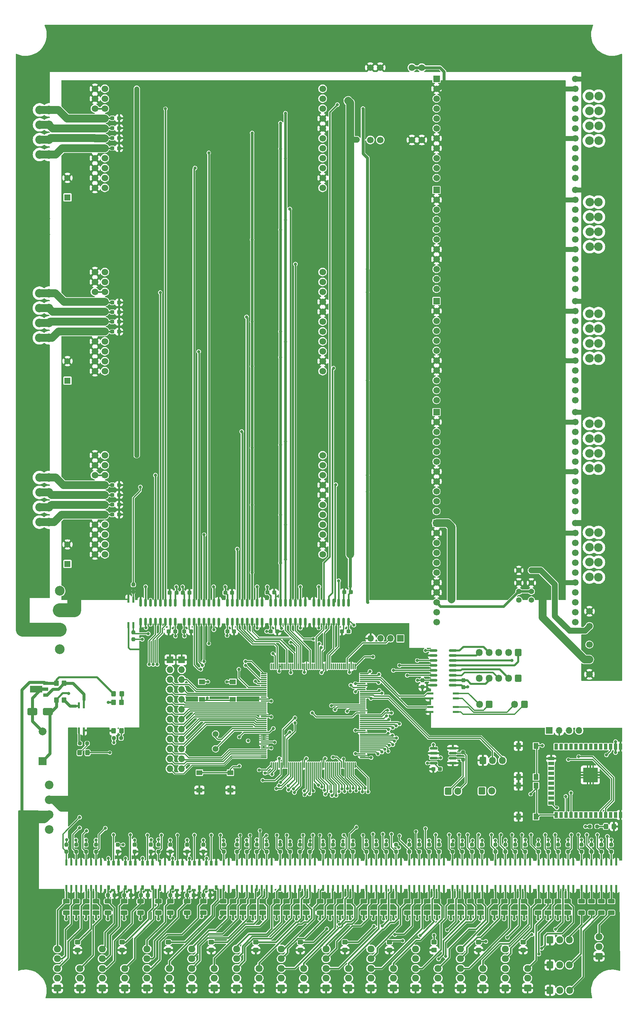
<source format=gbr>
%TF.GenerationSoftware,KiCad,Pcbnew,7.0.10*%
%TF.CreationDate,2024-02-14T22:06:42+09:00*%
%TF.ProjectId,crimping_machine,6372696d-7069-46e6-975f-6d616368696e,rev?*%
%TF.SameCoordinates,Original*%
%TF.FileFunction,Copper,L1,Top*%
%TF.FilePolarity,Positive*%
%FSLAX46Y46*%
G04 Gerber Fmt 4.6, Leading zero omitted, Abs format (unit mm)*
G04 Created by KiCad (PCBNEW 7.0.10) date 2024-02-14 22:06:42*
%MOMM*%
%LPD*%
G01*
G04 APERTURE LIST*
G04 Aperture macros list*
%AMRoundRect*
0 Rectangle with rounded corners*
0 $1 Rounding radius*
0 $2 $3 $4 $5 $6 $7 $8 $9 X,Y pos of 4 corners*
0 Add a 4 corners polygon primitive as box body*
4,1,4,$2,$3,$4,$5,$6,$7,$8,$9,$2,$3,0*
0 Add four circle primitives for the rounded corners*
1,1,$1+$1,$2,$3*
1,1,$1+$1,$4,$5*
1,1,$1+$1,$6,$7*
1,1,$1+$1,$8,$9*
0 Add four rect primitives between the rounded corners*
20,1,$1+$1,$2,$3,$4,$5,0*
20,1,$1+$1,$4,$5,$6,$7,0*
20,1,$1+$1,$6,$7,$8,$9,0*
20,1,$1+$1,$8,$9,$2,$3,0*%
%AMFreePoly0*
4,1,9,3.862500,-0.866500,0.737500,-0.866500,0.737500,-0.450000,-0.737500,-0.450000,-0.737500,0.450000,0.737500,0.450000,0.737500,0.866500,3.862500,0.866500,3.862500,-0.866500,3.862500,-0.866500,$1*%
G04 Aperture macros list end*
%TA.AperFunction,ComponentPad*%
%ADD10C,2.500000*%
%TD*%
%TA.AperFunction,ComponentPad*%
%ADD11RoundRect,0.250000X0.675000X-0.600000X0.675000X0.600000X-0.675000X0.600000X-0.675000X-0.600000X0*%
%TD*%
%TA.AperFunction,ComponentPad*%
%ADD12O,1.850000X1.700000*%
%TD*%
%TA.AperFunction,SMDPad,CuDef*%
%ADD13RoundRect,0.250000X-0.625000X0.312500X-0.625000X-0.312500X0.625000X-0.312500X0.625000X0.312500X0*%
%TD*%
%TA.AperFunction,SMDPad,CuDef*%
%ADD14RoundRect,0.250000X0.450000X-0.325000X0.450000X0.325000X-0.450000X0.325000X-0.450000X-0.325000X0*%
%TD*%
%TA.AperFunction,SMDPad,CuDef*%
%ADD15RoundRect,0.237500X-0.300000X-0.237500X0.300000X-0.237500X0.300000X0.237500X-0.300000X0.237500X0*%
%TD*%
%TA.AperFunction,SMDPad,CuDef*%
%ADD16RoundRect,0.237500X0.237500X-0.250000X0.237500X0.250000X-0.237500X0.250000X-0.237500X-0.250000X0*%
%TD*%
%TA.AperFunction,ComponentPad*%
%ADD17C,1.700000*%
%TD*%
%TA.AperFunction,SMDPad,CuDef*%
%ADD18RoundRect,0.250000X0.350000X0.450000X-0.350000X0.450000X-0.350000X-0.450000X0.350000X-0.450000X0*%
%TD*%
%TA.AperFunction,SMDPad,CuDef*%
%ADD19RoundRect,0.137500X0.137500X-0.662500X0.137500X0.662500X-0.137500X0.662500X-0.137500X-0.662500X0*%
%TD*%
%TA.AperFunction,SMDPad,CuDef*%
%ADD20RoundRect,0.237500X0.250000X0.237500X-0.250000X0.237500X-0.250000X-0.237500X0.250000X-0.237500X0*%
%TD*%
%TA.AperFunction,ComponentPad*%
%ADD21C,2.200000*%
%TD*%
%TA.AperFunction,SMDPad,CuDef*%
%ADD22RoundRect,0.237500X0.300000X0.237500X-0.300000X0.237500X-0.300000X-0.237500X0.300000X-0.237500X0*%
%TD*%
%TA.AperFunction,SMDPad,CuDef*%
%ADD23R,0.800000X1.200000*%
%TD*%
%TA.AperFunction,ComponentPad*%
%ADD24RoundRect,0.250000X-0.600000X-0.675000X0.600000X-0.675000X0.600000X0.675000X-0.600000X0.675000X0*%
%TD*%
%TA.AperFunction,ComponentPad*%
%ADD25O,1.700000X1.850000*%
%TD*%
%TA.AperFunction,ComponentPad*%
%ADD26R,1.700000X1.700000*%
%TD*%
%TA.AperFunction,SMDPad,CuDef*%
%ADD27RoundRect,0.250000X-0.325000X-0.450000X0.325000X-0.450000X0.325000X0.450000X-0.325000X0.450000X0*%
%TD*%
%TA.AperFunction,SMDPad,CuDef*%
%ADD28RoundRect,0.250000X-0.350000X-0.450000X0.350000X-0.450000X0.350000X0.450000X-0.350000X0.450000X0*%
%TD*%
%TA.AperFunction,SMDPad,CuDef*%
%ADD29RoundRect,0.137500X-0.662500X-0.137500X0.662500X-0.137500X0.662500X0.137500X-0.662500X0.137500X0*%
%TD*%
%TA.AperFunction,SMDPad,CuDef*%
%ADD30RoundRect,0.237500X0.237500X-0.300000X0.237500X0.300000X-0.237500X0.300000X-0.237500X-0.300000X0*%
%TD*%
%TA.AperFunction,SMDPad,CuDef*%
%ADD31RoundRect,0.237500X-0.237500X0.250000X-0.237500X-0.250000X0.237500X-0.250000X0.237500X0.250000X0*%
%TD*%
%TA.AperFunction,SMDPad,CuDef*%
%ADD32R,1.300000X0.900000*%
%TD*%
%TA.AperFunction,SMDPad,CuDef*%
%ADD33FreePoly0,180.000000*%
%TD*%
%TA.AperFunction,ComponentPad*%
%ADD34RoundRect,0.250000X0.600000X0.675000X-0.600000X0.675000X-0.600000X-0.675000X0.600000X-0.675000X0*%
%TD*%
%TA.AperFunction,SMDPad,CuDef*%
%ADD35RoundRect,0.237500X-0.237500X0.300000X-0.237500X-0.300000X0.237500X-0.300000X0.237500X0.300000X0*%
%TD*%
%TA.AperFunction,ComponentPad*%
%ADD36R,1.600000X1.600000*%
%TD*%
%TA.AperFunction,ComponentPad*%
%ADD37C,1.600000*%
%TD*%
%TA.AperFunction,SMDPad,CuDef*%
%ADD38RoundRect,0.150000X-0.825000X-0.150000X0.825000X-0.150000X0.825000X0.150000X-0.825000X0.150000X0*%
%TD*%
%TA.AperFunction,SMDPad,CuDef*%
%ADD39RoundRect,0.150000X-0.150000X0.825000X-0.150000X-0.825000X0.150000X-0.825000X0.150000X0.825000X0*%
%TD*%
%TA.AperFunction,ComponentPad*%
%ADD40O,1.700000X1.700000*%
%TD*%
%TA.AperFunction,SMDPad,CuDef*%
%ADD41R,0.900000X1.500000*%
%TD*%
%TA.AperFunction,SMDPad,CuDef*%
%ADD42R,1.500000X0.900000*%
%TD*%
%TA.AperFunction,SMDPad,CuDef*%
%ADD43R,0.900000X0.900000*%
%TD*%
%TA.AperFunction,HeatsinkPad*%
%ADD44C,0.600000*%
%TD*%
%TA.AperFunction,SMDPad,CuDef*%
%ADD45R,3.800000X3.800000*%
%TD*%
%TA.AperFunction,SMDPad,CuDef*%
%ADD46RoundRect,0.150000X0.150000X-0.825000X0.150000X0.825000X-0.150000X0.825000X-0.150000X-0.825000X0*%
%TD*%
%TA.AperFunction,SMDPad,CuDef*%
%ADD47R,1.550000X1.300000*%
%TD*%
%TA.AperFunction,SMDPad,CuDef*%
%ADD48RoundRect,0.137500X-0.137500X0.662500X-0.137500X-0.662500X0.137500X-0.662500X0.137500X0.662500X0*%
%TD*%
%TA.AperFunction,SMDPad,CuDef*%
%ADD49RoundRect,0.250000X-1.000000X-0.650000X1.000000X-0.650000X1.000000X0.650000X-1.000000X0.650000X0*%
%TD*%
%TA.AperFunction,ComponentPad*%
%ADD50R,2.000000X2.000000*%
%TD*%
%TA.AperFunction,ComponentPad*%
%ADD51C,2.000000*%
%TD*%
%TA.AperFunction,SMDPad,CuDef*%
%ADD52R,1.300000X1.550000*%
%TD*%
%TA.AperFunction,SMDPad,CuDef*%
%ADD53RoundRect,0.075000X-0.675000X-0.075000X0.675000X-0.075000X0.675000X0.075000X-0.675000X0.075000X0*%
%TD*%
%TA.AperFunction,SMDPad,CuDef*%
%ADD54RoundRect,0.075000X-0.075000X-0.675000X0.075000X-0.675000X0.075000X0.675000X-0.075000X0.675000X0*%
%TD*%
%TA.AperFunction,ComponentPad*%
%ADD55C,1.500000*%
%TD*%
%TA.AperFunction,SMDPad,CuDef*%
%ADD56RoundRect,0.250000X0.325000X0.450000X-0.325000X0.450000X-0.325000X-0.450000X0.325000X-0.450000X0*%
%TD*%
%TA.AperFunction,SMDPad,CuDef*%
%ADD57RoundRect,0.237500X-0.250000X-0.237500X0.250000X-0.237500X0.250000X0.237500X-0.250000X0.237500X0*%
%TD*%
%TA.AperFunction,ComponentPad*%
%ADD58C,1.400000*%
%TD*%
%TA.AperFunction,ViaPad*%
%ADD59C,0.800000*%
%TD*%
%TA.AperFunction,Conductor*%
%ADD60C,2.032000*%
%TD*%
%TA.AperFunction,Conductor*%
%ADD61C,0.304800*%
%TD*%
%TA.AperFunction,Conductor*%
%ADD62C,0.254000*%
%TD*%
%TA.AperFunction,Conductor*%
%ADD63C,0.457200*%
%TD*%
%TA.AperFunction,Conductor*%
%ADD64C,0.250000*%
%TD*%
%TA.AperFunction,Conductor*%
%ADD65C,0.508000*%
%TD*%
%TA.AperFunction,Conductor*%
%ADD66C,0.381000*%
%TD*%
%TA.AperFunction,Conductor*%
%ADD67C,0.762000*%
%TD*%
%TA.AperFunction,Conductor*%
%ADD68C,1.270000*%
%TD*%
%TA.AperFunction,Conductor*%
%ADD69C,3.556000*%
%TD*%
%TA.AperFunction,Conductor*%
%ADD70C,0.635000*%
%TD*%
%TA.AperFunction,Conductor*%
%ADD71C,1.524000*%
%TD*%
G04 APERTURE END LIST*
D10*
%TO.P,J30,1,Pin_1*%
%TO.N,VPP*%
X-503650000Y-59400000D03*
%TO.P,J30,2,Pin_2*%
%TO.N,GND2*%
X-503650000Y-64400000D03*
%TO.P,J30,3,Pin_3*%
%TO.N,+24V*%
X-503650000Y-69400000D03*
%TO.P,J30,4,Pin_4*%
%TO.N,GND2*%
X-503650000Y-74400000D03*
%TD*%
D11*
%TO.P,J23,1,Pin_1*%
%TO.N,GND1*%
X-389409580Y-161210000D03*
D12*
%TO.P,J23,2,Pin_2*%
%TO.N,+12V*%
X-389409580Y-158710000D03*
%TO.P,J23,3,Pin_3*%
%TO.N,S_EZ10*%
X-389409580Y-156210000D03*
%TO.P,J23,4,Pin_4*%
%TO.N,S_EB10*%
X-389409580Y-153710000D03*
%TO.P,J23,5,Pin_5*%
%TO.N,S_EA10*%
X-389409580Y-151210000D03*
%TD*%
D13*
%TO.P,R48,1*%
%TO.N,S_EZ5*%
X-431800000Y-138999500D03*
%TO.P,R48,2*%
%TO.N,+12V*%
X-431800000Y-141924500D03*
%TD*%
D11*
%TO.P,J28,1,Pin_1*%
%TO.N,GND1*%
X-365364000Y-153122000D03*
D12*
%TO.P,J28,2,Pin_2*%
%TO.N,+12V*%
X-365364000Y-150622000D03*
%TO.P,J28,3,Pin_3*%
%TO.N,S_H14*%
X-365364000Y-148122000D03*
%TD*%
D14*
%TO.P,D2,1,K*%
%TO.N,GND1*%
X-487680000Y-151520000D03*
%TO.P,D2,2,A*%
%TO.N,Net-(D2-A)*%
X-487680000Y-149470000D03*
%TD*%
D13*
%TO.P,R54,1*%
%TO.N,S_EB6*%
X-423164000Y-138999500D03*
%TO.P,R54,2*%
%TO.N,+12V*%
X-423164000Y-141924500D03*
%TD*%
D15*
%TO.P,C40,1*%
%TO.N,S_EB1*%
X-487145500Y-137414000D03*
%TO.P,C40,2*%
%TO.N,GND1*%
X-485420500Y-137414000D03*
%TD*%
D16*
%TO.P,R75,1*%
%TO.N,H8*%
X-395376400Y-126288800D03*
%TO.P,R75,2*%
%TO.N,+3.3V*%
X-395376400Y-124463800D03*
%TD*%
D13*
%TO.P,R80,1*%
%TO.N,S_EZ9*%
X-387096000Y-138999500D03*
%TO.P,R80,2*%
%TO.N,+12V*%
X-387096000Y-141924500D03*
%TD*%
D17*
%TO.P,U29,1,VCC_IO*%
%TO.N,+3.3VP*%
X-436245000Y43942000D03*
%TO.P,U29,2,GND*%
%TO.N,GND2*%
X-436245000Y46482000D03*
%TO.P,U29,3,CSN*%
%TO.N,CS2_O*%
X-436245000Y49022000D03*
%TO.P,U29,4,SCK*%
%TO.N,SPI3_SCK_O*%
X-436245000Y51562000D03*
%TO.P,U29,5,SDI*%
%TO.N,SPI3_MOSI_O*%
X-436245000Y54102000D03*
%TO.P,U29,6,SDO*%
%TO.N,SPI3_MISO_O*%
X-436245000Y56642000D03*
%TO.P,U29,7,GND*%
%TO.N,GND2*%
X-436245000Y59182000D03*
%TO.P,U29,8,CLK16*%
X-436245000Y61722000D03*
%TO.P,U29,9,DRV_ENN*%
%TO.N,DRV_ENN_O*%
X-436245000Y64262000D03*
%TO.P,U29,10,REFL(PLS)*%
%TO.N,unconnected-(U29-REFL(PLS)-Pad10)*%
X-436245000Y66802000D03*
%TO.P,U29,11,REFR(DIR)*%
%TO.N,unconnected-(U29-REFR(DIR)-Pad11)*%
X-436245000Y69342000D03*
%TO.P,U29,12,12V*%
%TO.N,+24V*%
X-492125000Y69342000D03*
%TO.P,U29,13,NC*%
%TO.N,unconnected-(U29-NC-Pad13)*%
X-492125000Y66802000D03*
%TO.P,U29,14,DIAG0*%
%TO.N,DIAG0_2_O*%
X-492125000Y64262000D03*
%TO.P,U29,15,A2*%
%TO.N,A2_2*%
X-492125000Y61722000D03*
%TO.P,U29,16,A1*%
%TO.N,A1_2*%
X-492125000Y59182000D03*
%TO.P,U29,17,B2*%
%TO.N,B2_2*%
X-492125000Y56642000D03*
%TO.P,U29,18,B1*%
%TO.N,B1_2*%
X-492125000Y54102000D03*
%TO.P,U29,19,VM*%
%TO.N,VPP*%
X-492125000Y51562000D03*
%TO.P,U29,20,VM*%
X-492125000Y49022000D03*
%TO.P,U29,21,VM*%
X-492125000Y46482000D03*
%TO.P,U29,22,VM*%
X-492125000Y43942000D03*
%TO.P,U29,23,GND*%
%TO.N,GND2*%
X-494665000Y43942000D03*
%TO.P,U29,24,GND*%
X-494665000Y46482000D03*
%TO.P,U29,25,GND*%
X-494665000Y49022000D03*
%TO.P,U29,26,GND*%
X-494665000Y51562000D03*
%TO.P,U29,27,B1*%
%TO.N,B1_2*%
X-494665000Y54102000D03*
%TO.P,U29,28,B2*%
%TO.N,B2_2*%
X-494665000Y56642000D03*
%TO.P,U29,29,A1*%
%TO.N,A1_2*%
X-494665000Y59182000D03*
%TO.P,U29,30,A2*%
%TO.N,A2_2*%
X-494665000Y61722000D03*
%TO.P,U29,31,DIAG0*%
%TO.N,DIAG0_2_O*%
X-494665000Y64262000D03*
%TO.P,U29,32,GND*%
%TO.N,GND2*%
X-494665000Y66802000D03*
%TO.P,U29,33,GND*%
X-494665000Y69342000D03*
%TD*%
D18*
%TO.P,R26,1*%
%TO.N,Net-(D15-A)*%
X-487850000Y-87950000D03*
%TO.P,R26,2*%
%TO.N,+12V*%
X-489850000Y-87950000D03*
%TD*%
D19*
%TO.P,U10,1*%
%TO.N,S_EA5*%
X-436108830Y-135584000D03*
%TO.P,U10,2*%
%TO.N,GND1*%
X-434838830Y-135584000D03*
%TO.P,U10,3*%
%TO.N,S_EB5*%
X-433568830Y-135584000D03*
%TO.P,U10,4*%
%TO.N,GND1*%
X-432298830Y-135584000D03*
%TO.P,U10,5*%
%TO.N,S_EZ5*%
X-431028830Y-135584000D03*
%TO.P,U10,6*%
%TO.N,Net-(D6-A)*%
X-429758830Y-135584000D03*
%TO.P,U10,7*%
%TO.N,S_H5*%
X-428488830Y-135584000D03*
%TO.P,U10,8*%
%TO.N,GND1*%
X-427218830Y-135584000D03*
%TO.P,U10,9*%
%TO.N,GND*%
X-427218830Y-129084000D03*
%TO.P,U10,10*%
%TO.N,H5*%
X-428488830Y-129084000D03*
%TO.P,U10,11*%
%TO.N,GND*%
X-429758830Y-129084000D03*
%TO.P,U10,12*%
%TO.N,EZ5*%
X-431028830Y-129084000D03*
%TO.P,U10,13*%
%TO.N,GND*%
X-432298830Y-129084000D03*
%TO.P,U10,14*%
%TO.N,EB5*%
X-433568830Y-129084000D03*
%TO.P,U10,15*%
%TO.N,GND*%
X-434838830Y-129084000D03*
%TO.P,U10,16*%
%TO.N,EA5*%
X-436108830Y-129084000D03*
%TD*%
D20*
%TO.P,R100,1*%
%TO.N,Net-(D16-A)*%
X-365850000Y-119800000D03*
%TO.P,R100,2*%
%TO.N,Net-(U1-IO2)*%
X-367675000Y-119800000D03*
%TD*%
D21*
%TO.P,J33,1,Pin_1*%
%TO.N,Net-(J33-Pin_1)*%
X-367770000Y240000D03*
%TO.P,J33,2,Pin_2*%
%TO.N,Net-(J33-Pin_2)*%
X-367770000Y4050000D03*
%TO.P,J33,3,Pin_3*%
%TO.N,Net-(J33-Pin_3)*%
X-367770000Y7860000D03*
%TO.P,J33,4,Pin_4*%
%TO.N,Net-(J33-Pin_4)*%
X-367770000Y11670000D03*
%TD*%
D22*
%TO.P,C35,1*%
%TO.N,GND*%
X-458967500Y-69785000D03*
%TO.P,C35,2*%
%TO.N,+3.3V*%
X-460692500Y-69785000D03*
%TD*%
D23*
%TO.P,U34,1*%
%TO.N,S_EB1*%
X-486811060Y-135484000D03*
%TO.P,U34,3*%
%TO.N,GND1*%
X-484271060Y-135484000D03*
%TO.P,U34,4*%
%TO.N,GND*%
X-484271060Y-129184000D03*
%TO.P,U34,5*%
%TO.N,EB1*%
X-485541060Y-129184000D03*
%TO.P,U34,6*%
%TO.N,+3.3V*%
X-486811060Y-129184000D03*
%TD*%
D14*
%TO.P,D4,1,K*%
%TO.N,GND1*%
X-464820000Y-151520000D03*
%TO.P,D4,2,A*%
%TO.N,Net-(D4-A)*%
X-464820000Y-149470000D03*
%TD*%
D21*
%TO.P,J35,1,Pin_1*%
%TO.N,Net-(J35-Pin_1)*%
X-367820000Y56007000D03*
%TO.P,J35,2,Pin_2*%
%TO.N,Net-(J35-Pin_2)*%
X-367820000Y59817000D03*
%TO.P,J35,3,Pin_3*%
%TO.N,Net-(J35-Pin_3)*%
X-367820000Y63627000D03*
%TO.P,J35,4,Pin_4*%
%TO.N,Net-(J35-Pin_4)*%
X-367820000Y67437000D03*
%TD*%
D19*
%TO.P,U31,1*%
%TO.N,S_H2*%
X-461591240Y-135584000D03*
%TO.P,U31,2*%
%TO.N,GND1*%
X-460321240Y-135584000D03*
%TO.P,U31,3*%
%TO.N,GND*%
X-460321240Y-129084000D03*
%TO.P,U31,4*%
%TO.N,H2*%
X-461591240Y-129084000D03*
%TD*%
D22*
%TO.P,C27,1*%
%TO.N,GND2*%
X-448691000Y-59817000D03*
%TO.P,C27,2*%
%TO.N,+3.3VP*%
X-450416000Y-59817000D03*
%TD*%
D19*
%TO.P,U11,1*%
%TO.N,S_EA6*%
X-425061360Y-135584000D03*
%TO.P,U11,2*%
%TO.N,GND1*%
X-423791360Y-135584000D03*
%TO.P,U11,3*%
%TO.N,S_EB6*%
X-422521360Y-135584000D03*
%TO.P,U11,4*%
%TO.N,GND1*%
X-421251360Y-135584000D03*
%TO.P,U11,5*%
%TO.N,S_EZ6*%
X-419981360Y-135584000D03*
%TO.P,U11,6*%
%TO.N,Net-(D7-A)*%
X-418711360Y-135584000D03*
%TO.P,U11,7*%
%TO.N,S_H6*%
X-417441360Y-135584000D03*
%TO.P,U11,8*%
%TO.N,GND1*%
X-416171360Y-135584000D03*
%TO.P,U11,9*%
%TO.N,GND*%
X-416171360Y-129084000D03*
%TO.P,U11,10*%
%TO.N,H6*%
X-417441360Y-129084000D03*
%TO.P,U11,11*%
%TO.N,GND*%
X-418711360Y-129084000D03*
%TO.P,U11,12*%
%TO.N,EZ6*%
X-419981360Y-129084000D03*
%TO.P,U11,13*%
%TO.N,GND*%
X-421251360Y-129084000D03*
%TO.P,U11,14*%
%TO.N,EB6*%
X-422521360Y-129084000D03*
%TO.P,U11,15*%
%TO.N,GND*%
X-423791360Y-129084000D03*
%TO.P,U11,16*%
%TO.N,EA6*%
X-425061360Y-129084000D03*
%TD*%
D22*
%TO.P,C55,1*%
%TO.N,GND2*%
X-488475000Y7050000D03*
%TO.P,C55,2*%
%TO.N,B1_1*%
X-490200000Y7050000D03*
%TD*%
D16*
%TO.P,R41,1*%
%TO.N,EZ4*%
X-442061600Y-126288800D03*
%TO.P,R41,2*%
%TO.N,+3.3V*%
X-442061600Y-124463800D03*
%TD*%
D11*
%TO.P,J15,1,Pin_1*%
%TO.N,GND1*%
X-435350060Y-161210000D03*
D12*
%TO.P,J15,2,Pin_2*%
%TO.N,+12V*%
X-435350060Y-158710000D03*
%TO.P,J15,3,Pin_3*%
%TO.N,S_EZ6*%
X-435350060Y-156210000D03*
%TO.P,J15,4,Pin_4*%
%TO.N,S_EB6*%
X-435350060Y-153710000D03*
%TO.P,J15,5,Pin_5*%
%TO.N,S_EA6*%
X-435350060Y-151210000D03*
%TD*%
D21*
%TO.P,J29,1,Pin_1*%
%TO.N,+3.3V*%
X-506410000Y-109120000D03*
%TO.P,J29,2,Pin_2*%
%TO.N,GND*%
X-506410000Y-112930000D03*
%TO.P,J29,3,Pin_3*%
%TO.N,GND1*%
X-506410000Y-116740000D03*
%TO.P,J29,4,Pin_4*%
%TO.N,+12V*%
X-506410000Y-120550000D03*
%TD*%
D14*
%TO.P,D5,1,K*%
%TO.N,GND1*%
X-453390000Y-151520000D03*
%TO.P,D5,2,A*%
%TO.N,Net-(D5-A)*%
X-453390000Y-149470000D03*
%TD*%
D24*
%TO.P,J1,1,Pin_1*%
%TO.N,CAN1L*%
X-404050000Y-110738300D03*
D25*
%TO.P,J1,2,Pin_2*%
%TO.N,CAN1H*%
X-401550000Y-110738300D03*
%TD*%
D13*
%TO.P,R46,1*%
%TO.N,S_EB5*%
X-434340000Y-138999500D03*
%TO.P,R46,2*%
%TO.N,+12V*%
X-434340000Y-141924500D03*
%TD*%
D11*
%TO.P,J3,1,Pin_1*%
%TO.N,GND1*%
X-504260780Y-161210000D03*
D12*
%TO.P,J3,2,Pin_2*%
%TO.N,+12V*%
X-504260780Y-158710000D03*
%TO.P,J3,3,Pin_3*%
%TO.N,S_EZ0*%
X-504260780Y-156210000D03*
%TO.P,J3,4,Pin_4*%
%TO.N,S_EB0*%
X-504260780Y-153710000D03*
%TO.P,J3,5,Pin_5*%
%TO.N,S_EA0*%
X-504260780Y-151210000D03*
%TD*%
D14*
%TO.P,D9,1,K*%
%TO.N,GND1*%
X-407670000Y-151520000D03*
%TO.P,D9,2,A*%
%TO.N,Net-(D9-A)*%
X-407670000Y-149470000D03*
%TD*%
D17*
%TO.P,U27,1,VCC_IO*%
%TO.N,+3.3VP*%
X-436245000Y-50038000D03*
%TO.P,U27,2,GND*%
%TO.N,GND2*%
X-436245000Y-47498000D03*
%TO.P,U27,3,CSN*%
%TO.N,CS0_O*%
X-436245000Y-44958000D03*
%TO.P,U27,4,SCK*%
%TO.N,SPI3_SCK_O*%
X-436245000Y-42418000D03*
%TO.P,U27,5,SDI*%
%TO.N,SPI3_MOSI_O*%
X-436245000Y-39878000D03*
%TO.P,U27,6,SDO*%
%TO.N,SPI3_MISO_O*%
X-436245000Y-37338000D03*
%TO.P,U27,7,GND*%
%TO.N,GND2*%
X-436245000Y-34798000D03*
%TO.P,U27,8,CLK16*%
X-436245000Y-32258000D03*
%TO.P,U27,9,DRV_ENN*%
%TO.N,DRV_ENN_O*%
X-436245000Y-29718000D03*
%TO.P,U27,10,REFL(PLS)*%
%TO.N,unconnected-(U27-REFL(PLS)-Pad10)*%
X-436245000Y-27178000D03*
%TO.P,U27,11,REFR(DIR)*%
%TO.N,unconnected-(U27-REFR(DIR)-Pad11)*%
X-436245000Y-24638000D03*
%TO.P,U27,12,12V*%
%TO.N,+24V*%
X-492125000Y-24638000D03*
%TO.P,U27,13,NC*%
%TO.N,unconnected-(U27-NC-Pad13)*%
X-492125000Y-27178000D03*
%TO.P,U27,14,DIAG0*%
%TO.N,DIAG0_0_O*%
X-492125000Y-29718000D03*
%TO.P,U27,15,A2*%
%TO.N,A2_0*%
X-492125000Y-32258000D03*
%TO.P,U27,16,A1*%
%TO.N,A1_0*%
X-492125000Y-34798000D03*
%TO.P,U27,17,B2*%
%TO.N,B2_0*%
X-492125000Y-37338000D03*
%TO.P,U27,18,B1*%
%TO.N,B1_0*%
X-492125000Y-39878000D03*
%TO.P,U27,19,VM*%
%TO.N,VPP*%
X-492125000Y-42418000D03*
%TO.P,U27,20,VM*%
X-492125000Y-44958000D03*
%TO.P,U27,21,VM*%
X-492125000Y-47498000D03*
%TO.P,U27,22,VM*%
X-492125000Y-50038000D03*
%TO.P,U27,23,GND*%
%TO.N,GND2*%
X-494665000Y-50038000D03*
%TO.P,U27,24,GND*%
X-494665000Y-47498000D03*
%TO.P,U27,25,GND*%
X-494665000Y-44958000D03*
%TO.P,U27,26,GND*%
X-494665000Y-42418000D03*
%TO.P,U27,27,B1*%
%TO.N,B1_0*%
X-494665000Y-39878000D03*
%TO.P,U27,28,B2*%
%TO.N,B2_0*%
X-494665000Y-37338000D03*
%TO.P,U27,29,A1*%
%TO.N,A1_0*%
X-494665000Y-34798000D03*
%TO.P,U27,30,A2*%
%TO.N,A2_0*%
X-494665000Y-32258000D03*
%TO.P,U27,31,DIAG0*%
%TO.N,DIAG0_0_O*%
X-494665000Y-29718000D03*
%TO.P,U27,32,GND*%
%TO.N,GND2*%
X-494665000Y-27178000D03*
%TO.P,U27,33,GND*%
X-494665000Y-24638000D03*
%TD*%
D26*
%TO.P,U24,1,VCC_IO*%
%TO.N,+3.3VP*%
X-407035000Y14922500D03*
D17*
%TO.P,U24,2,GND*%
%TO.N,GND2*%
X-407035000Y12382500D03*
%TO.P,U24,3,CSN*%
%TO.N,CS5_O*%
X-407035000Y9842500D03*
%TO.P,U24,4,SCK*%
%TO.N,SPI3_SCK_O*%
X-407035000Y7302500D03*
%TO.P,U24,5,SDI*%
%TO.N,SPI3_MOSI_O*%
X-407035000Y4762500D03*
%TO.P,U24,6,SDO*%
%TO.N,SPI3_MISO_O*%
X-407035000Y2222500D03*
%TO.P,U24,7,GND*%
%TO.N,GND2*%
X-407035000Y-317500D03*
%TO.P,U24,8,CLK16*%
X-407035000Y-2857500D03*
%TO.P,U24,9,DRV_ENN*%
%TO.N,DRV_ENN_O*%
X-407035000Y-5397500D03*
%TO.P,U24,10,REFL(PLS)*%
%TO.N,unconnected-(U24-REFL(PLS)-Pad10)*%
X-407035000Y-7937500D03*
%TO.P,U24,11,REFR(DIR)*%
%TO.N,unconnected-(U24-REFR(DIR)-Pad11)*%
X-407035000Y-10477500D03*
%TO.P,U24,12,ENCN*%
%TO.N,unconnected-(U24-ENCN-Pad12)*%
X-371475000Y-10477500D03*
%TO.P,U24,13,ENCB*%
%TO.N,unconnected-(U24-ENCB-Pad13)*%
X-371475000Y-7937500D03*
%TO.P,U24,14,ENCA*%
%TO.N,unconnected-(U24-ENCA-Pad14)*%
X-371475000Y-5397500D03*
%TO.P,U24,15,DIAG0*%
%TO.N,DIAG0_5_O*%
X-371475000Y-2857500D03*
%TO.P,U24,16,GND*%
%TO.N,GND2*%
X-371475000Y-317500D03*
%TO.P,U24,17,A1*%
%TO.N,Net-(J33-Pin_1)*%
X-371475000Y2222500D03*
%TO.P,U24,18,A2*%
%TO.N,Net-(J33-Pin_2)*%
X-371475000Y4762500D03*
%TO.P,U24,19,B1*%
%TO.N,Net-(J33-Pin_3)*%
X-371475000Y7302500D03*
%TO.P,U24,20,B2*%
%TO.N,Net-(J33-Pin_4)*%
X-371475000Y9842500D03*
%TO.P,U24,21,GND*%
%TO.N,GND2*%
X-371475000Y12382500D03*
%TO.P,U24,22,VM*%
%TO.N,+24V*%
X-371475000Y14922500D03*
%TD*%
D27*
%TO.P,D15,1,K*%
%TO.N,GND1*%
X-489852500Y-85800000D03*
%TO.P,D15,2,A*%
%TO.N,Net-(D15-A)*%
X-487802500Y-85800000D03*
%TD*%
D28*
%TO.P,R24,1*%
%TO.N,GND1*%
X-504550000Y-83100000D03*
%TO.P,R24,2*%
%TO.N,Net-(Q1-B)*%
X-502550000Y-83100000D03*
%TD*%
D16*
%TO.P,R53,1*%
%TO.N,EA6*%
X-425043600Y-126288800D03*
%TO.P,R53,2*%
%TO.N,+3.3V*%
X-425043600Y-124463800D03*
%TD*%
D13*
%TO.P,R19,1*%
%TO.N,S_EZ1*%
X-482981000Y-138999500D03*
%TO.P,R19,2*%
%TO.N,+12V*%
X-482981000Y-141924500D03*
%TD*%
%TO.P,R21,1*%
%TO.N,S_EZ2*%
X-466852000Y-138999500D03*
%TO.P,R21,2*%
%TO.N,+12V*%
X-466852000Y-141924500D03*
%TD*%
D29*
%TO.P,U41,1*%
%TO.N,INVERTER1*%
X-408583200Y-89154000D03*
%TO.P,U41,2*%
%TO.N,GND*%
X-408583200Y-90424000D03*
%TO.P,U41,3*%
%TO.N,Net-(J54-Pin_1)*%
X-402083200Y-90424000D03*
%TO.P,U41,4*%
%TO.N,Net-(J54-Pin_2)*%
X-402083200Y-89154000D03*
%TD*%
D13*
%TO.P,R60,1*%
%TO.N,S_EB7*%
X-414528000Y-138999500D03*
%TO.P,R60,2*%
%TO.N,+12V*%
X-414528000Y-141924500D03*
%TD*%
D11*
%TO.P,J21,1,Pin_1*%
%TO.N,GND1*%
X-400894700Y-161210000D03*
D12*
%TO.P,J21,2,Pin_2*%
%TO.N,+12V*%
X-400894700Y-158710000D03*
%TO.P,J21,3,Pin_3*%
%TO.N,S_EZ9*%
X-400894700Y-156210000D03*
%TO.P,J21,4,Pin_4*%
%TO.N,S_EB9*%
X-400894700Y-153710000D03*
%TO.P,J21,5,Pin_5*%
%TO.N,S_EA9*%
X-400894700Y-151210000D03*
%TD*%
D13*
%TO.P,R76,1*%
%TO.N,S_EA9*%
X-392176000Y-138999500D03*
%TO.P,R76,2*%
%TO.N,+12V*%
X-392176000Y-141924500D03*
%TD*%
D30*
%TO.P,C24,1*%
%TO.N,GNDS*%
X-400177000Y-84068000D03*
%TO.P,C24,2*%
%TO.N,+3V3*%
X-400177000Y-82343000D03*
%TD*%
D31*
%TO.P,R1,1*%
%TO.N,CAN1H*%
X-400253200Y-100816400D03*
%TO.P,R1,2*%
%TO.N,CAN1L*%
X-400253200Y-102641400D03*
%TD*%
D24*
%TO.P,J26,1,Pin_1*%
%TO.N,GND1*%
X-377952000Y-148859000D03*
D25*
%TO.P,J26,2,Pin_2*%
%TO.N,+12V*%
X-375452000Y-148859000D03*
%TO.P,J26,3,Pin_3*%
%TO.N,S_H11*%
X-372952000Y-148859000D03*
%TD*%
D32*
%TO.P,Q1,1,B*%
%TO.N,Net-(Q1-B)*%
X-507360000Y-86110000D03*
D33*
%TO.P,Q1,2,C*%
%TO.N,Net-(BZ1--)*%
X-507447500Y-84610000D03*
D32*
%TO.P,Q1,3,E*%
%TO.N,GND1*%
X-507360000Y-83110000D03*
%TD*%
D34*
%TO.P,J54,1,Pin_1*%
%TO.N,Net-(J54-Pin_1)*%
X-384500000Y-88500000D03*
D25*
%TO.P,J54,2,Pin_2*%
%TO.N,Net-(J54-Pin_2)*%
X-387000000Y-88500000D03*
%TD*%
D11*
%TO.P,J24,1,Pin_1*%
%TO.N,GND1*%
X-383667020Y-161210000D03*
D12*
%TO.P,J24,2,Pin_2*%
%TO.N,+12V*%
X-383667020Y-158710000D03*
%TO.P,J24,3,Pin_3*%
%TO.N,S_H10*%
X-383667020Y-156210000D03*
%TD*%
D34*
%TO.P,J49,1,Pin_1*%
%TO.N,Net-(J49-Pin_1)*%
X-393500000Y-88500000D03*
D25*
%TO.P,J49,2,Pin_2*%
%TO.N,Net-(J49-Pin_2)*%
X-396000000Y-88500000D03*
%TD*%
D21*
%TO.P,J41,1,Pin_1*%
%TO.N,A2_0*%
X-506476000Y-30353000D03*
%TO.P,J41,2,Pin_2*%
%TO.N,A1_0*%
X-506476000Y-34163000D03*
%TO.P,J41,3,Pin_3*%
%TO.N,B2_0*%
X-506476000Y-37973000D03*
%TO.P,J41,4,Pin_4*%
%TO.N,B1_0*%
X-506476000Y-41783000D03*
%TD*%
D19*
%TO.P,U13,1*%
%TO.N,S_EZ8*%
X-402966420Y-135584000D03*
%TO.P,U13,2*%
%TO.N,Net-(D9-A)*%
X-401696420Y-135584000D03*
%TO.P,U13,3*%
%TO.N,S_EB8*%
X-400426420Y-135584000D03*
%TO.P,U13,4*%
%TO.N,GND1*%
X-399156420Y-135584000D03*
%TO.P,U13,5*%
%TO.N,S_EA8*%
X-397886420Y-135584000D03*
%TO.P,U13,6*%
%TO.N,GND1*%
X-396616420Y-135584000D03*
%TO.P,U13,7*%
%TO.N,S_H8*%
X-395346420Y-135584000D03*
%TO.P,U13,8*%
%TO.N,GND1*%
X-394076420Y-135584000D03*
%TO.P,U13,9*%
%TO.N,GND*%
X-394076420Y-129084000D03*
%TO.P,U13,10*%
%TO.N,H8*%
X-395346420Y-129084000D03*
%TO.P,U13,11*%
%TO.N,GND*%
X-396616420Y-129084000D03*
%TO.P,U13,12*%
%TO.N,EA8*%
X-397886420Y-129084000D03*
%TO.P,U13,13*%
%TO.N,GND*%
X-399156420Y-129084000D03*
%TO.P,U13,14*%
%TO.N,EB8*%
X-400426420Y-129084000D03*
%TO.P,U13,15*%
%TO.N,GND*%
X-401696420Y-129084000D03*
%TO.P,U13,16*%
%TO.N,EZ8*%
X-402966420Y-129084000D03*
%TD*%
%TO.P,U8,1*%
%TO.N,S_EA3*%
X-458203770Y-135584000D03*
%TO.P,U8,2*%
%TO.N,GND1*%
X-456933770Y-135584000D03*
%TO.P,U8,3*%
%TO.N,S_EB3*%
X-455663770Y-135584000D03*
%TO.P,U8,4*%
%TO.N,GND1*%
X-454393770Y-135584000D03*
%TO.P,U8,5*%
%TO.N,S_EZ3*%
X-453123770Y-135584000D03*
%TO.P,U8,6*%
%TO.N,Net-(D4-A)*%
X-451853770Y-135584000D03*
%TO.P,U8,7*%
%TO.N,S_H3*%
X-450583770Y-135584000D03*
%TO.P,U8,8*%
%TO.N,GND1*%
X-449313770Y-135584000D03*
%TO.P,U8,9*%
%TO.N,GND*%
X-449313770Y-129084000D03*
%TO.P,U8,10*%
%TO.N,H3*%
X-450583770Y-129084000D03*
%TO.P,U8,11*%
%TO.N,GND*%
X-451853770Y-129084000D03*
%TO.P,U8,12*%
%TO.N,EZ3*%
X-453123770Y-129084000D03*
%TO.P,U8,13*%
%TO.N,GND*%
X-454393770Y-129084000D03*
%TO.P,U8,14*%
%TO.N,EB3*%
X-455663770Y-129084000D03*
%TO.P,U8,15*%
%TO.N,GND*%
X-456933770Y-129084000D03*
%TO.P,U8,16*%
%TO.N,EA3*%
X-458203770Y-129084000D03*
%TD*%
D35*
%TO.P,C38,1*%
%TO.N,+3.3V*%
X-480314000Y-124513800D03*
%TO.P,C38,2*%
%TO.N,GND*%
X-480314000Y-126238800D03*
%TD*%
D11*
%TO.P,J10,1,Pin_1*%
%TO.N,GND1*%
X-464062860Y-161210000D03*
D12*
%TO.P,J10,2,Pin_2*%
%TO.N,+12V*%
X-464062860Y-158710000D03*
%TO.P,J10,3,Pin_3*%
%TO.N,S_H3*%
X-464062860Y-156210000D03*
%TD*%
D11*
%TO.P,J22,1,Pin_1*%
%TO.N,GND1*%
X-395152140Y-161210000D03*
D12*
%TO.P,J22,2,Pin_2*%
%TO.N,+12V*%
X-395152140Y-158710000D03*
%TO.P,J22,3,Pin_3*%
%TO.N,S_H9*%
X-395152140Y-156210000D03*
%TD*%
D36*
%TO.P,C48,1*%
%TO.N,VPP*%
X-501700000Y-52500000D03*
D37*
%TO.P,C48,2*%
%TO.N,GND2*%
X-501700000Y-47500000D03*
%TD*%
D16*
%TO.P,R67,1*%
%TO.N,H7*%
X-406400000Y-126288800D03*
%TO.P,R67,2*%
%TO.N,+3.3V*%
X-406400000Y-124463800D03*
%TD*%
D14*
%TO.P,D10,1,K*%
%TO.N,GND1*%
X-396240000Y-151520000D03*
%TO.P,D10,2,A*%
%TO.N,Net-(D10-A)*%
X-396240000Y-149470000D03*
%TD*%
D11*
%TO.P,J13,1,Pin_1*%
%TO.N,GND1*%
X-446835180Y-161210000D03*
D12*
%TO.P,J13,2,Pin_2*%
%TO.N,+12V*%
X-446835180Y-158710000D03*
%TO.P,J13,3,Pin_3*%
%TO.N,S_EZ5*%
X-446835180Y-156210000D03*
%TO.P,J13,4,Pin_4*%
%TO.N,S_EB5*%
X-446835180Y-153710000D03*
%TO.P,J13,5,Pin_5*%
%TO.N,S_EA5*%
X-446835180Y-151210000D03*
%TD*%
D26*
%TO.P,U25,1,VCC_IO*%
%TO.N,+3.3VP*%
X-407035000Y43402250D03*
D17*
%TO.P,U25,2,GND*%
%TO.N,GND2*%
X-407035000Y40862250D03*
%TO.P,U25,3,CSN*%
%TO.N,CS6_O*%
X-407035000Y38322250D03*
%TO.P,U25,4,SCK*%
%TO.N,SPI3_SCK_O*%
X-407035000Y35782250D03*
%TO.P,U25,5,SDI*%
%TO.N,SPI3_MOSI_O*%
X-407035000Y33242250D03*
%TO.P,U25,6,SDO*%
%TO.N,SPI3_MISO_O*%
X-407035000Y30702250D03*
%TO.P,U25,7,GND*%
%TO.N,GND2*%
X-407035000Y28162250D03*
%TO.P,U25,8,CLK16*%
X-407035000Y25622250D03*
%TO.P,U25,9,DRV_ENN*%
%TO.N,DRV_ENN_O*%
X-407035000Y23082250D03*
%TO.P,U25,10,REFL(PLS)*%
%TO.N,unconnected-(U25-REFL(PLS)-Pad10)*%
X-407035000Y20542250D03*
%TO.P,U25,11,REFR(DIR)*%
%TO.N,unconnected-(U25-REFR(DIR)-Pad11)*%
X-407035000Y18002250D03*
%TO.P,U25,12,ENCN*%
%TO.N,unconnected-(U25-ENCN-Pad12)*%
X-371475000Y18002250D03*
%TO.P,U25,13,ENCB*%
%TO.N,unconnected-(U25-ENCB-Pad13)*%
X-371475000Y20542250D03*
%TO.P,U25,14,ENCA*%
%TO.N,unconnected-(U25-ENCA-Pad14)*%
X-371475000Y23082250D03*
%TO.P,U25,15,DIAG0*%
%TO.N,DIAG0_6_O*%
X-371475000Y25622250D03*
%TO.P,U25,16,GND*%
%TO.N,GND2*%
X-371475000Y28162250D03*
%TO.P,U25,17,A1*%
%TO.N,Net-(J34-Pin_1)*%
X-371475000Y30702250D03*
%TO.P,U25,18,A2*%
%TO.N,Net-(J34-Pin_2)*%
X-371475000Y33242250D03*
%TO.P,U25,19,B1*%
%TO.N,Net-(J34-Pin_3)*%
X-371475000Y35782250D03*
%TO.P,U25,20,B2*%
%TO.N,Net-(J34-Pin_4)*%
X-371475000Y38322250D03*
%TO.P,U25,21,GND*%
%TO.N,GND2*%
X-371475000Y40862250D03*
%TO.P,U25,22,VM*%
%TO.N,+24V*%
X-371475000Y43402250D03*
%TD*%
D38*
%TO.P,U4,1,TXD*%
%TO.N,CAN1_TX*%
X-407797000Y-99745800D03*
%TO.P,U4,2,GND*%
%TO.N,GND*%
X-407797000Y-101015800D03*
%TO.P,U4,3,VCC*%
%TO.N,+3.3V*%
X-407797000Y-102285800D03*
%TO.P,U4,4,RXD*%
%TO.N,CAN1_RX*%
X-407797000Y-103555800D03*
%TO.P,U4,5,Vref*%
%TO.N,GND*%
X-402847000Y-103555800D03*
%TO.P,U4,6,CANL*%
%TO.N,CAN1L*%
X-402847000Y-102285800D03*
%TO.P,U4,7,CANH*%
%TO.N,CAN1H*%
X-402847000Y-101015800D03*
%TO.P,U4,8,Rs*%
%TO.N,GND*%
X-402847000Y-99745800D03*
%TD*%
D13*
%TO.P,R98,1*%
%TO.N,Net-(R98-Pad1)*%
X-362204000Y-138999500D03*
%TO.P,R98,2*%
%TO.N,S_H14*%
X-362204000Y-141924500D03*
%TD*%
%TO.P,R12,1*%
%TO.N,S_H1*%
X-478409000Y-138999500D03*
%TO.P,R12,2*%
%TO.N,+12V*%
X-478409000Y-141924500D03*
%TD*%
D14*
%TO.P,D11,1,K*%
%TO.N,GND1*%
X-384810000Y-151520000D03*
%TO.P,D11,2,A*%
%TO.N,Net-(D11-A)*%
X-384810000Y-149470000D03*
%TD*%
D16*
%TO.P,R31,1*%
%TO.N,EB3*%
X-455676000Y-126288800D03*
%TO.P,R31,2*%
%TO.N,+3.3V*%
X-455676000Y-124463800D03*
%TD*%
D22*
%TO.P,C29,1*%
%TO.N,GND*%
X-470016500Y-69785000D03*
%TO.P,C29,2*%
%TO.N,+3.3V*%
X-471741500Y-69785000D03*
%TD*%
D13*
%TO.P,R66,1*%
%TO.N,S_H7*%
X-406908000Y-138999500D03*
%TO.P,R66,2*%
%TO.N,+12V*%
X-406908000Y-141924500D03*
%TD*%
D15*
%TO.P,C45,1*%
%TO.N,S_EA2*%
X-475334500Y-137414000D03*
%TO.P,C45,2*%
%TO.N,GND1*%
X-473609500Y-137414000D03*
%TD*%
D13*
%TO.P,R62,1*%
%TO.N,S_EA7*%
X-411988000Y-138999500D03*
%TO.P,R62,2*%
%TO.N,+12V*%
X-411988000Y-141924500D03*
%TD*%
D17*
%TO.P,U39,1,IN-*%
%TO.N,GND2*%
X-410808000Y74764000D03*
%TO.P,U39,2,IN-*%
X-413348000Y74764000D03*
%TO.P,U39,3,IN+*%
%TO.N,+24V*%
X-421476000Y74764000D03*
%TO.P,U39,4,IN+*%
X-424016000Y74764000D03*
%TO.P,U39,5,OUT+*%
%TO.N,+3.3VP*%
X-424016000Y56222000D03*
%TO.P,U39,6,OUT+*%
X-421476000Y56222000D03*
%TO.P,U39,7,OUT-*%
%TO.N,GND2*%
X-413348000Y56222000D03*
%TO.P,U39,8,OUT-*%
X-410808000Y56222000D03*
%TD*%
D11*
%TO.P,J12,1,Pin_1*%
%TO.N,GND1*%
X-452577740Y-161210000D03*
D12*
%TO.P,J12,2,Pin_2*%
%TO.N,+12V*%
X-452577740Y-158710000D03*
%TO.P,J12,3,Pin_3*%
%TO.N,S_H4*%
X-452577740Y-156210000D03*
%TD*%
D13*
%TO.P,R16,1*%
%TO.N,S_EA2*%
X-475361000Y-138999500D03*
%TO.P,R16,2*%
%TO.N,+12V*%
X-475361000Y-141924500D03*
%TD*%
D16*
%TO.P,R15,1*%
%TO.N,H2*%
X-461619600Y-126288800D03*
%TO.P,R15,2*%
%TO.N,+3.3V*%
X-461619600Y-124463800D03*
%TD*%
D39*
%TO.P,U21,1,VDD1*%
%TO.N,+3.3VP*%
X-429577500Y-62422000D03*
%TO.P,U21,2,GND1*%
%TO.N,GND2*%
X-430847500Y-62422000D03*
%TO.P,U21,3,A1*%
%TO.N,DIAG0_3_O*%
X-432117500Y-62422000D03*
%TO.P,U21,4,A2*%
%TO.N,DIAG0_4_O*%
X-433387500Y-62422000D03*
%TO.P,U21,5,A3*%
%TO.N,DIAG0_5_O*%
X-434657500Y-62422000D03*
%TO.P,U21,6,A4*%
%TO.N,CS7_O*%
X-435927500Y-62422000D03*
%TO.P,U21,7,EN1*%
%TO.N,+3.3VP*%
X-437197500Y-62422000D03*
%TO.P,U21,8,GND1*%
%TO.N,GND2*%
X-438467500Y-62422000D03*
%TO.P,U21,9,GND2*%
%TO.N,GND*%
X-438467500Y-67372000D03*
%TO.P,U21,10,EN2*%
%TO.N,+3.3V*%
X-437197500Y-67372000D03*
%TO.P,U21,11,B4*%
%TO.N,CS7*%
X-435927500Y-67372000D03*
%TO.P,U21,12,B3*%
%TO.N,DIAG0_5*%
X-434657500Y-67372000D03*
%TO.P,U21,13,B2*%
%TO.N,DIAG0_4*%
X-433387500Y-67372000D03*
%TO.P,U21,14,B1*%
%TO.N,DIAG0_3*%
X-432117500Y-67372000D03*
%TO.P,U21,15,GND2*%
%TO.N,GND*%
X-430847500Y-67372000D03*
%TO.P,U21,16,VDD2*%
%TO.N,+3.3V*%
X-429577500Y-67372000D03*
%TD*%
D16*
%TO.P,R93,1*%
%TO.N,H11*%
X-369824000Y-126288800D03*
%TO.P,R93,2*%
%TO.N,+3.3V*%
X-369824000Y-124463800D03*
%TD*%
D13*
%TO.P,R44,1*%
%TO.N,S_EA5*%
X-436880000Y-138999500D03*
%TO.P,R44,2*%
%TO.N,+12V*%
X-436880000Y-141924500D03*
%TD*%
D23*
%TO.P,U32,1*%
%TO.N,S_EA1*%
X-491158530Y-135484000D03*
%TO.P,U32,3*%
%TO.N,GND1*%
X-488618530Y-135484000D03*
%TO.P,U32,4*%
%TO.N,GND*%
X-488618530Y-129184000D03*
%TO.P,U32,5*%
%TO.N,EA1*%
X-489888530Y-129184000D03*
%TO.P,U32,6*%
%TO.N,+3.3V*%
X-491158530Y-129184000D03*
%TD*%
D13*
%TO.P,R8,1*%
%TO.N,S_EA0*%
X-502031000Y-138999500D03*
%TO.P,R8,2*%
%TO.N,+12V*%
X-502031000Y-141924500D03*
%TD*%
D16*
%TO.P,R45,1*%
%TO.N,EA5*%
X-436118000Y-126288800D03*
%TO.P,R45,2*%
%TO.N,+3.3V*%
X-436118000Y-124463800D03*
%TD*%
D19*
%TO.P,U15,1*%
%TO.N,S_EB10*%
X-380871480Y-135584000D03*
%TO.P,U15,2*%
%TO.N,GND1*%
X-379601480Y-135584000D03*
%TO.P,U15,3*%
%TO.N,S_H10*%
X-378331480Y-135584000D03*
%TO.P,U15,4*%
%TO.N,GND1*%
X-377061480Y-135584000D03*
%TO.P,U15,5*%
%TO.N,S_EZ10*%
X-375791480Y-135584000D03*
%TO.P,U15,6*%
%TO.N,Net-(D11-A)*%
X-374521480Y-135584000D03*
%TO.P,U15,7*%
%TO.N,S_EA10*%
X-373251480Y-135584000D03*
%TO.P,U15,8*%
%TO.N,GND1*%
X-371981480Y-135584000D03*
%TO.P,U15,9*%
%TO.N,GND*%
X-371981480Y-129084000D03*
%TO.P,U15,10*%
%TO.N,EA10*%
X-373251480Y-129084000D03*
%TO.P,U15,11*%
%TO.N,GND*%
X-374521480Y-129084000D03*
%TO.P,U15,12*%
%TO.N,EZ10*%
X-375791480Y-129084000D03*
%TO.P,U15,13*%
%TO.N,GND*%
X-377061480Y-129084000D03*
%TO.P,U15,14*%
%TO.N,H10*%
X-378331480Y-129084000D03*
%TO.P,U15,15*%
%TO.N,GND*%
X-379601480Y-129084000D03*
%TO.P,U15,16*%
%TO.N,EB10*%
X-380871480Y-129084000D03*
%TD*%
D16*
%TO.P,R33,1*%
%TO.N,EZ3*%
X-453136000Y-126288800D03*
%TO.P,R33,2*%
%TO.N,+3.3V*%
X-453136000Y-124463800D03*
%TD*%
D34*
%TO.P,J52,1,Pin_1*%
%TO.N,ADC_CS0_O*%
X-386050000Y-75200000D03*
D25*
%TO.P,J52,2,Pin_2*%
%TO.N,SPI2_SCK_O*%
X-388550000Y-75200000D03*
%TO.P,J52,3,Pin_3*%
%TO.N,SPI2_MISO_O*%
X-391050000Y-75200000D03*
%TO.P,J52,4,Pin_4*%
%TO.N,+3V3*%
X-393550000Y-75200000D03*
%TO.P,J52,5,Pin_5*%
%TO.N,GNDS*%
X-396050000Y-75200000D03*
%TD*%
D13*
%TO.P,R20,1*%
%TO.N,S_EB2*%
X-471043000Y-138999500D03*
%TO.P,R20,2*%
%TO.N,+12V*%
X-471043000Y-141924500D03*
%TD*%
%TO.P,R50,1*%
%TO.N,S_H5*%
X-429260000Y-138999500D03*
%TO.P,R50,2*%
%TO.N,+12V*%
X-429260000Y-141924500D03*
%TD*%
D24*
%TO.P,J25,1,Pin_1*%
%TO.N,GND1*%
X-377952000Y-155336000D03*
D25*
%TO.P,J25,2,Pin_2*%
%TO.N,+12V*%
X-375452000Y-155336000D03*
%TO.P,J25,3,Pin_3*%
%TO.N,S_H12*%
X-372952000Y-155336000D03*
%TD*%
D16*
%TO.P,R63,1*%
%TO.N,EA7*%
X-411480000Y-126288800D03*
%TO.P,R63,2*%
%TO.N,+3.3V*%
X-411480000Y-124463800D03*
%TD*%
D23*
%TO.P,U35,1*%
%TO.N,S_EZ1*%
X-482463590Y-135484000D03*
%TO.P,U35,3*%
%TO.N,Net-(D2-A)*%
X-479923590Y-135484000D03*
%TO.P,U35,4*%
%TO.N,GND*%
X-479923590Y-129184000D03*
%TO.P,U35,5*%
%TO.N,EZ1*%
X-481193590Y-129184000D03*
%TO.P,U35,6*%
%TO.N,+3.3V*%
X-482463590Y-129184000D03*
%TD*%
D16*
%TO.P,R65,1*%
%TO.N,EZ7*%
X-408940000Y-126288800D03*
%TO.P,R65,2*%
%TO.N,+3.3V*%
X-408940000Y-124463800D03*
%TD*%
D27*
%TO.P,D14,1,K*%
%TO.N,GND*%
X-489865000Y-95300000D03*
%TO.P,D14,2,A*%
%TO.N,Net-(D14-A)*%
X-487815000Y-95300000D03*
%TD*%
D26*
%TO.P,J48,1,Pin_1*%
%TO.N,SWDIO*%
X-416306000Y-71602600D03*
D40*
%TO.P,J48,2,Pin_2*%
%TO.N,SWCLK*%
X-418846000Y-71602600D03*
%TO.P,J48,3,Pin_3*%
%TO.N,+3.3V*%
X-421386000Y-71602600D03*
%TO.P,J48,4,Pin_4*%
%TO.N,GND*%
X-423926000Y-71602600D03*
%TD*%
D20*
%TO.P,R25,1*%
%TO.N,Net-(D14-A)*%
X-487950000Y-97150000D03*
%TO.P,R25,2*%
%TO.N,+3.3V*%
X-489775000Y-97150000D03*
%TD*%
D22*
%TO.P,C58,1*%
%TO.N,GND2*%
X-488475000Y14550000D03*
%TO.P,C58,2*%
%TO.N,A2_1*%
X-490200000Y14550000D03*
%TD*%
D23*
%TO.P,U7,1*%
%TO.N,S_EB2*%
X-470421180Y-135484000D03*
%TO.P,U7,3*%
%TO.N,GND1*%
X-467881180Y-135484000D03*
%TO.P,U7,4*%
%TO.N,GND*%
X-467881180Y-129184000D03*
%TO.P,U7,5*%
%TO.N,EB2*%
X-469151180Y-129184000D03*
%TO.P,U7,6*%
%TO.N,+3.3V*%
X-470421180Y-129184000D03*
%TD*%
D17*
%TO.P,U28,1,VCC_IO*%
%TO.N,+3.3VP*%
X-436245000Y-3048000D03*
%TO.P,U28,2,GND*%
%TO.N,GND2*%
X-436245000Y-508000D03*
%TO.P,U28,3,CSN*%
%TO.N,CS1_O*%
X-436245000Y2032000D03*
%TO.P,U28,4,SCK*%
%TO.N,SPI3_SCK_O*%
X-436245000Y4572000D03*
%TO.P,U28,5,SDI*%
%TO.N,SPI3_MOSI_O*%
X-436245000Y7112000D03*
%TO.P,U28,6,SDO*%
%TO.N,SPI3_MISO_O*%
X-436245000Y9652000D03*
%TO.P,U28,7,GND*%
%TO.N,GND2*%
X-436245000Y12192000D03*
%TO.P,U28,8,CLK16*%
X-436245000Y14732000D03*
%TO.P,U28,9,DRV_ENN*%
%TO.N,DRV_ENN_O*%
X-436245000Y17272000D03*
%TO.P,U28,10,REFL(PLS)*%
%TO.N,unconnected-(U28-REFL(PLS)-Pad10)*%
X-436245000Y19812000D03*
%TO.P,U28,11,REFR(DIR)*%
%TO.N,unconnected-(U28-REFR(DIR)-Pad11)*%
X-436245000Y22352000D03*
%TO.P,U28,12,12V*%
%TO.N,+24V*%
X-492125000Y22352000D03*
%TO.P,U28,13,NC*%
%TO.N,unconnected-(U28-NC-Pad13)*%
X-492125000Y19812000D03*
%TO.P,U28,14,DIAG0*%
%TO.N,DIAG0_1_O*%
X-492125000Y17272000D03*
%TO.P,U28,15,A2*%
%TO.N,A2_1*%
X-492125000Y14732000D03*
%TO.P,U28,16,A1*%
%TO.N,A1_1*%
X-492125000Y12192000D03*
%TO.P,U28,17,B2*%
%TO.N,B2_1*%
X-492125000Y9652000D03*
%TO.P,U28,18,B1*%
%TO.N,B1_1*%
X-492125000Y7112000D03*
%TO.P,U28,19,VM*%
%TO.N,VPP*%
X-492125000Y4572000D03*
%TO.P,U28,20,VM*%
X-492125000Y2032000D03*
%TO.P,U28,21,VM*%
X-492125000Y-508000D03*
%TO.P,U28,22,VM*%
X-492125000Y-3048000D03*
%TO.P,U28,23,GND*%
%TO.N,GND2*%
X-494665000Y-3048000D03*
%TO.P,U28,24,GND*%
X-494665000Y-508000D03*
%TO.P,U28,25,GND*%
X-494665000Y2032000D03*
%TO.P,U28,26,GND*%
X-494665000Y4572000D03*
%TO.P,U28,27,B1*%
%TO.N,B1_1*%
X-494665000Y7112000D03*
%TO.P,U28,28,B2*%
%TO.N,B2_1*%
X-494665000Y9652000D03*
%TO.P,U28,29,A1*%
%TO.N,A1_1*%
X-494665000Y12192000D03*
%TO.P,U28,30,A2*%
%TO.N,A2_1*%
X-494665000Y14732000D03*
%TO.P,U28,31,DIAG0*%
%TO.N,DIAG0_1_O*%
X-494665000Y17272000D03*
%TO.P,U28,32,GND*%
%TO.N,GND2*%
X-494665000Y19812000D03*
%TO.P,U28,33,GND*%
X-494665000Y22352000D03*
%TD*%
D16*
%TO.P,R79,1*%
%TO.N,EB9*%
X-389382000Y-126288800D03*
%TO.P,R79,2*%
%TO.N,+3.3V*%
X-389382000Y-124463800D03*
%TD*%
D26*
%TO.P,J56,1,Pin_1*%
%TO.N,+3.3V*%
X-378080000Y-95220000D03*
D40*
%TO.P,J56,2,Pin_2*%
%TO.N,GND*%
X-375540000Y-95220000D03*
%TO.P,J56,3,Pin_3*%
%TO.N,RXD0*%
X-373000000Y-95220000D03*
%TO.P,J56,4,Pin_4*%
%TO.N,TXD0*%
X-370460000Y-95220000D03*
%TD*%
D35*
%TO.P,C43,1*%
%TO.N,+3.3V*%
X-471043000Y-124513800D03*
%TO.P,C43,2*%
%TO.N,GND*%
X-471043000Y-126238800D03*
%TD*%
D41*
%TO.P,U1,1,GND*%
%TO.N,GND*%
X-359860000Y-99350000D03*
%TO.P,U1,2,VDD*%
%TO.N,+3.3V*%
X-361130000Y-99350000D03*
%TO.P,U1,3,EN*%
%TO.N,EN*%
X-362400000Y-99350000D03*
%TO.P,U1,4,SENSOR_VP*%
%TO.N,unconnected-(U1-SENSOR_VP-Pad4)*%
X-363670000Y-99350000D03*
%TO.P,U1,5,SENSOR_VN*%
%TO.N,unconnected-(U1-SENSOR_VN-Pad5)*%
X-364940000Y-99350000D03*
%TO.P,U1,6,IO34*%
%TO.N,unconnected-(U1-IO34-Pad6)*%
X-366210000Y-99350000D03*
%TO.P,U1,7,IO35*%
%TO.N,unconnected-(U1-IO35-Pad7)*%
X-367480000Y-99350000D03*
%TO.P,U1,8,IO32*%
%TO.N,unconnected-(U1-IO32-Pad8)*%
X-368750000Y-99350000D03*
%TO.P,U1,9,IO33*%
%TO.N,unconnected-(U1-IO33-Pad9)*%
X-370020000Y-99350000D03*
%TO.P,U1,10,IO25*%
%TO.N,unconnected-(U1-IO25-Pad10)*%
X-371290000Y-99350000D03*
%TO.P,U1,11,IO26*%
%TO.N,unconnected-(U1-IO26-Pad11)*%
X-372560000Y-99350000D03*
%TO.P,U1,12,IO27*%
%TO.N,unconnected-(U1-IO27-Pad12)*%
X-373830000Y-99350000D03*
%TO.P,U1,13,IO14*%
%TO.N,unconnected-(U1-IO14-Pad13)*%
X-375100000Y-99350000D03*
%TO.P,U1,14,IO12*%
%TO.N,unconnected-(U1-IO12-Pad14)*%
X-376370000Y-99350000D03*
D42*
%TO.P,U1,15,GND*%
%TO.N,GND*%
X-377620000Y-102390000D03*
%TO.P,U1,16,IO13*%
%TO.N,unconnected-(U1-IO13-Pad16)*%
X-377620000Y-103660000D03*
%TO.P,U1,17,SHD/SD2*%
%TO.N,unconnected-(U1-SHD{slash}SD2-Pad17)*%
X-377620000Y-104930000D03*
%TO.P,U1,18,SWP/SD3*%
%TO.N,unconnected-(U1-SWP{slash}SD3-Pad18)*%
X-377620000Y-106200000D03*
%TO.P,U1,19,SCS/CMD*%
%TO.N,unconnected-(U1-SCS{slash}CMD-Pad19)*%
X-377620000Y-107470000D03*
%TO.P,U1,20,SCK/CLK*%
%TO.N,unconnected-(U1-SCK{slash}CLK-Pad20)*%
X-377620000Y-108740000D03*
%TO.P,U1,21,SDO/SD0*%
%TO.N,unconnected-(U1-SDO{slash}SD0-Pad21)*%
X-377620000Y-110010000D03*
%TO.P,U1,22,SDI/SD1*%
%TO.N,unconnected-(U1-SDI{slash}SD1-Pad22)*%
X-377620000Y-111280000D03*
%TO.P,U1,23,IO15*%
%TO.N,unconnected-(U1-IO15-Pad23)*%
X-377620000Y-112550000D03*
%TO.P,U1,24,IO2*%
%TO.N,Net-(U1-IO2)*%
X-377620000Y-113820000D03*
D41*
%TO.P,U1,25,IO0*%
%TO.N,IO0*%
X-376370000Y-116850000D03*
%TO.P,U1,26,IO4*%
%TO.N,unconnected-(U1-IO4-Pad26)*%
X-375100000Y-116850000D03*
%TO.P,U1,27,IO16*%
%TO.N,RX2*%
X-373830000Y-116850000D03*
%TO.P,U1,28,IO17*%
%TO.N,TX2*%
X-372560000Y-116850000D03*
%TO.P,U1,29,IO5*%
%TO.N,unconnected-(U1-IO5-Pad29)*%
X-371290000Y-116850000D03*
%TO.P,U1,30,IO18*%
%TO.N,unconnected-(U1-IO18-Pad30)*%
X-370020000Y-116850000D03*
%TO.P,U1,31,IO19*%
%TO.N,unconnected-(U1-IO19-Pad31)*%
X-368750000Y-116850000D03*
%TO.P,U1,32,NC*%
%TO.N,unconnected-(U1-NC-Pad32)*%
X-367480000Y-116850000D03*
%TO.P,U1,33,IO21*%
%TO.N,unconnected-(U1-IO21-Pad33)*%
X-366210000Y-116850000D03*
%TO.P,U1,34,RXD0/IO3*%
%TO.N,RXD0*%
X-364940000Y-116850000D03*
%TO.P,U1,35,TXD0/IO1*%
%TO.N,TXD0*%
X-363670000Y-116850000D03*
%TO.P,U1,36,IO22*%
%TO.N,unconnected-(U1-IO22-Pad36)*%
X-362400000Y-116850000D03*
%TO.P,U1,37,IO23*%
%TO.N,unconnected-(U1-IO23-Pad37)*%
X-361130000Y-116850000D03*
%TO.P,U1,38,GND*%
%TO.N,GND*%
X-359860000Y-116850000D03*
D43*
%TO.P,U1,39,GND*%
X-366180000Y-105200000D03*
D44*
X-366880000Y-105200000D03*
D43*
X-367580000Y-105200000D03*
D44*
X-368280000Y-105200000D03*
D43*
X-368980000Y-105200000D03*
D44*
X-366180000Y-105900000D03*
X-367580000Y-105900000D03*
X-368980000Y-105900000D03*
X-366880000Y-106575000D03*
X-368280000Y-106575000D03*
D43*
X-366180000Y-106600000D03*
X-367580000Y-106600000D03*
D45*
X-367580000Y-106600000D03*
D43*
X-368980000Y-106600000D03*
D44*
X-366180000Y-107300000D03*
X-367580000Y-107300000D03*
X-368980000Y-107300000D03*
D43*
X-366180000Y-108000000D03*
D44*
X-366880000Y-108000000D03*
D43*
X-367580000Y-108000000D03*
D44*
X-368280000Y-108000000D03*
D43*
X-368980000Y-108000000D03*
%TD*%
D22*
%TO.P,C56,1*%
%TO.N,GND2*%
X-488475000Y9600000D03*
%TO.P,C56,2*%
%TO.N,B2_1*%
X-490200000Y9600000D03*
%TD*%
D13*
%TO.P,R17,1*%
%TO.N,S_EA1*%
X-491363000Y-138999500D03*
%TO.P,R17,2*%
%TO.N,+12V*%
X-491363000Y-141924500D03*
%TD*%
D23*
%TO.P,U30,1*%
%TO.N,S_EA2*%
X-474768650Y-135484000D03*
%TO.P,U30,3*%
%TO.N,GND1*%
X-472228650Y-135484000D03*
%TO.P,U30,4*%
%TO.N,GND*%
X-472228650Y-129184000D03*
%TO.P,U30,5*%
%TO.N,EA2*%
X-473498650Y-129184000D03*
%TO.P,U30,6*%
%TO.N,+3.3V*%
X-474768650Y-129184000D03*
%TD*%
D16*
%TO.P,R55,1*%
%TO.N,EB6*%
X-422503600Y-126288800D03*
%TO.P,R55,2*%
%TO.N,+3.3V*%
X-422503600Y-124463800D03*
%TD*%
D35*
%TO.P,C37,1*%
%TO.N,+3.3V*%
X-484505000Y-124513800D03*
%TO.P,C37,2*%
%TO.N,GND*%
X-484505000Y-126238800D03*
%TD*%
D21*
%TO.P,J46,1,Pin_1*%
%TO.N,A2_2*%
X-506437000Y63910000D03*
%TO.P,J46,2,Pin_2*%
%TO.N,A1_2*%
X-506437000Y60100000D03*
%TO.P,J46,3,Pin_3*%
%TO.N,B2_2*%
X-506437000Y56290000D03*
%TO.P,J46,4,Pin_4*%
%TO.N,B1_2*%
X-506437000Y52480000D03*
%TD*%
D13*
%TO.P,R30,1*%
%TO.N,S_EB3*%
X-456692000Y-138999500D03*
%TO.P,R30,2*%
%TO.N,+12V*%
X-456692000Y-141924500D03*
%TD*%
%TO.P,R82,1*%
%TO.N,S_H9*%
X-384556000Y-138999500D03*
%TO.P,R82,2*%
%TO.N,+12V*%
X-384556000Y-141924500D03*
%TD*%
D46*
%TO.P,U18,1,VDD1*%
%TO.N,+3.3V*%
X-471805000Y-67372000D03*
%TO.P,U18,2,GND1*%
%TO.N,GND*%
X-470535000Y-67372000D03*
%TO.P,U18,3,A1*%
%TO.N,CS2*%
X-469265000Y-67372000D03*
%TO.P,U18,4,A2*%
%TO.N,CS1*%
X-467995000Y-67372000D03*
%TO.P,U18,5,A3*%
%TO.N,CS0*%
X-466725000Y-67372000D03*
%TO.P,U18,6,A4*%
%TO.N,DIAG0_7*%
X-465455000Y-67372000D03*
%TO.P,U18,7,EN1*%
%TO.N,+3.3V*%
X-464185000Y-67372000D03*
%TO.P,U18,8,GND1*%
%TO.N,GND*%
X-462915000Y-67372000D03*
%TO.P,U18,9,GND2*%
%TO.N,GND2*%
X-462915000Y-62422000D03*
%TO.P,U18,10,EN2*%
%TO.N,+3.3VP*%
X-464185000Y-62422000D03*
%TO.P,U18,11,B4*%
%TO.N,DIAG0_7_O*%
X-465455000Y-62422000D03*
%TO.P,U18,12,B3*%
%TO.N,CS0_O*%
X-466725000Y-62422000D03*
%TO.P,U18,13,B2*%
%TO.N,CS1_O*%
X-467995000Y-62422000D03*
%TO.P,U18,14,B1*%
%TO.N,CS2_O*%
X-469265000Y-62422000D03*
%TO.P,U18,15,GND2*%
%TO.N,GND2*%
X-470535000Y-62422000D03*
%TO.P,U18,16,VDD2*%
%TO.N,+3.3VP*%
X-471805000Y-62422000D03*
%TD*%
D47*
%TO.P,SW3,1,C*%
%TO.N,Net-(SW3A-C)*%
X-467850000Y-106000000D03*
X-459900000Y-106000000D03*
%TO.P,SW3,2,D*%
%TO.N,GND*%
X-467850000Y-110500000D03*
X-459900000Y-110500000D03*
%TD*%
D26*
%TO.P,J55,1,Pin_1*%
%TO.N,GND*%
X-475400000Y-77060000D03*
D40*
%TO.P,J55,2,Pin_2*%
%TO.N,+3.3V*%
X-475400000Y-79600000D03*
%TO.P,J55,3,Pin_3*%
%TO.N,PC15*%
X-475400000Y-82140000D03*
%TO.P,J55,4,Pin_4*%
%TO.N,PI10*%
X-475400000Y-84680000D03*
%TO.P,J55,5,Pin_5*%
%TO.N,PF1*%
X-475400000Y-87220000D03*
%TO.P,J55,6,Pin_6*%
%TO.N,PF3*%
X-475400000Y-89760000D03*
%TO.P,J55,7,Pin_7*%
%TO.N,PF5*%
X-475400000Y-92300000D03*
%TO.P,J55,8,Pin_8*%
%TO.N,PF7*%
X-475400000Y-94840000D03*
%TO.P,J55,9,Pin_9*%
%TO.N,PF9*%
X-475400000Y-97380000D03*
%TO.P,J55,10,Pin_10*%
%TO.N,PA0*%
X-475400000Y-99920000D03*
%TO.P,J55,11,Pin_11*%
%TO.N,PA2*%
X-475400000Y-102460000D03*
%TO.P,J55,12,Pin_12*%
%TO.N,PH3*%
X-475400000Y-105000000D03*
%TD*%
D11*
%TO.P,J20,1,Pin_1*%
%TO.N,GND1*%
X-406637260Y-161210000D03*
D12*
%TO.P,J20,2,Pin_2*%
%TO.N,+12V*%
X-406637260Y-158710000D03*
%TO.P,J20,3,Pin_3*%
%TO.N,S_H8*%
X-406637260Y-156210000D03*
%TD*%
D13*
%TO.P,R6,1*%
%TO.N,S_EB0*%
X-499491000Y-138999500D03*
%TO.P,R6,2*%
%TO.N,+12V*%
X-499491000Y-141924500D03*
%TD*%
D24*
%TO.P,J27,1,Pin_1*%
%TO.N,GND1*%
X-377912000Y-161813000D03*
D25*
%TO.P,J27,2,Pin_2*%
%TO.N,+12V*%
X-375412000Y-161813000D03*
%TO.P,J27,3,Pin_3*%
%TO.N,S_H13*%
X-372912000Y-161813000D03*
%TD*%
D26*
%TO.P,U22,1,VCC_IO*%
%TO.N,+3.3VP*%
X-407035000Y-42037000D03*
D17*
%TO.P,U22,2,GND*%
%TO.N,GND2*%
X-407035000Y-44577000D03*
%TO.P,U22,3,CSN*%
%TO.N,CS3_O*%
X-407035000Y-47117000D03*
%TO.P,U22,4,SCK*%
%TO.N,SPI3_SCK_O*%
X-407035000Y-49657000D03*
%TO.P,U22,5,SDI*%
%TO.N,SPI3_MOSI_O*%
X-407035000Y-52197000D03*
%TO.P,U22,6,SDO*%
%TO.N,SPI3_MISO_O*%
X-407035000Y-54737000D03*
%TO.P,U22,7,GND*%
%TO.N,GND2*%
X-407035000Y-57277000D03*
%TO.P,U22,8,CLK16*%
X-407035000Y-59817000D03*
%TO.P,U22,9,DRV_ENN*%
%TO.N,DRV_ENN_O*%
X-407035000Y-62357000D03*
%TO.P,U22,10,REFL(PLS)*%
%TO.N,unconnected-(U22-REFL(PLS)-Pad10)*%
X-407035000Y-64897000D03*
%TO.P,U22,11,REFR(DIR)*%
%TO.N,unconnected-(U22-REFR(DIR)-Pad11)*%
X-407035000Y-67437000D03*
%TO.P,U22,12,ENCN*%
%TO.N,unconnected-(U22-ENCN-Pad12)*%
X-371475000Y-67437000D03*
%TO.P,U22,13,ENCB*%
%TO.N,unconnected-(U22-ENCB-Pad13)*%
X-371475000Y-64897000D03*
%TO.P,U22,14,ENCA*%
%TO.N,unconnected-(U22-ENCA-Pad14)*%
X-371475000Y-62357000D03*
%TO.P,U22,15,DIAG0*%
%TO.N,DIAG0_3_O*%
X-371475000Y-59817000D03*
%TO.P,U22,16,GND*%
%TO.N,GND2*%
X-371475000Y-57277000D03*
%TO.P,U22,17,A1*%
%TO.N,Net-(J31-Pin_1)*%
X-371475000Y-54737000D03*
%TO.P,U22,18,A2*%
%TO.N,Net-(J31-Pin_2)*%
X-371475000Y-52197000D03*
%TO.P,U22,19,B1*%
%TO.N,Net-(J31-Pin_3)*%
X-371475000Y-49657000D03*
%TO.P,U22,20,B2*%
%TO.N,Net-(J31-Pin_4)*%
X-371475000Y-47117000D03*
%TO.P,U22,21,GND*%
%TO.N,GND2*%
X-371475000Y-44577000D03*
%TO.P,U22,22,VM*%
%TO.N,+24V*%
X-371475000Y-42037000D03*
%TD*%
D15*
%TO.P,C34,1*%
%TO.N,GND2*%
X-430731000Y-59752000D03*
%TO.P,C34,2*%
%TO.N,+3.3VP*%
X-429006000Y-59752000D03*
%TD*%
D22*
%TO.P,C33,1*%
%TO.N,GND*%
X-447865500Y-69785000D03*
%TO.P,C33,2*%
%TO.N,+3.3V*%
X-449590500Y-69785000D03*
%TD*%
%TO.P,C54,1*%
%TO.N,GND2*%
X-488475000Y-32250000D03*
%TO.P,C54,2*%
%TO.N,A2_0*%
X-490200000Y-32250000D03*
%TD*%
D38*
%TO.P,U40,1,VDD1*%
%TO.N,+3.3V*%
X-407808200Y-74726800D03*
%TO.P,U40,2,GND1*%
%TO.N,GND*%
X-407808200Y-75996800D03*
%TO.P,U40,3,A1*%
%TO.N,ADC_CS1*%
X-407808200Y-77266800D03*
%TO.P,U40,4,A2*%
%TO.N,ADC_CS0*%
X-407808200Y-78536800D03*
%TO.P,U40,5,A3*%
%TO.N,SPI2_SCK*%
X-407808200Y-79806800D03*
%TO.P,U40,6,A4*%
%TO.N,SPI2_MISO*%
X-407808200Y-81076800D03*
%TO.P,U40,7,EN1*%
%TO.N,+3.3V*%
X-407808200Y-82346800D03*
%TO.P,U40,8,GND1*%
%TO.N,GND*%
X-407808200Y-83616800D03*
%TO.P,U40,9,GND2*%
%TO.N,GNDS*%
X-402858200Y-83616800D03*
%TO.P,U40,10,EN2*%
%TO.N,+3V3*%
X-402858200Y-82346800D03*
%TO.P,U40,11,B4*%
%TO.N,SPI2_MISO_O*%
X-402858200Y-81076800D03*
%TO.P,U40,12,B3*%
%TO.N,SPI2_SCK_O*%
X-402858200Y-79806800D03*
%TO.P,U40,13,B2*%
%TO.N,ADC_CS0_O*%
X-402858200Y-78536800D03*
%TO.P,U40,14,B1*%
%TO.N,ADC_CS1_O*%
X-402858200Y-77266800D03*
%TO.P,U40,15,GND2*%
%TO.N,GNDS*%
X-402858200Y-75996800D03*
%TO.P,U40,16,VDD2*%
%TO.N,+3V3*%
X-402858200Y-74726800D03*
%TD*%
D13*
%TO.P,R68,1*%
%TO.N,S_EZ8*%
X-403352000Y-138999500D03*
%TO.P,R68,2*%
%TO.N,+12V*%
X-403352000Y-141924500D03*
%TD*%
D22*
%TO.P,C15,1*%
%TO.N,CAN1_RX*%
X-406146000Y-105054400D03*
%TO.P,C15,2*%
%TO.N,GND*%
X-407871000Y-105054400D03*
%TD*%
D13*
%TO.P,R86,1*%
%TO.N,S_H10*%
X-378460000Y-138999500D03*
%TO.P,R86,2*%
%TO.N,+12V*%
X-378460000Y-141924500D03*
%TD*%
D34*
%TO.P,J53,1,Pin_1*%
%TO.N,ADC_CS1_O*%
X-386050000Y-81804000D03*
D25*
%TO.P,J53,2,Pin_2*%
%TO.N,SPI2_SCK_O*%
X-388550000Y-81804000D03*
%TO.P,J53,3,Pin_3*%
%TO.N,SPI2_MISO_O*%
X-391050000Y-81804000D03*
%TO.P,J53,4,Pin_4*%
%TO.N,+3V3*%
X-393550000Y-81804000D03*
%TO.P,J53,5,Pin_5*%
%TO.N,GNDS*%
X-396050000Y-81804000D03*
%TD*%
D16*
%TO.P,R37,1*%
%TO.N,EA4*%
X-447141600Y-126288800D03*
%TO.P,R37,2*%
%TO.N,+3.3V*%
X-447141600Y-124463800D03*
%TD*%
D11*
%TO.P,J6,1,Pin_1*%
%TO.N,GND1*%
X-487033100Y-161210000D03*
D12*
%TO.P,J6,2,Pin_2*%
%TO.N,+12V*%
X-487033100Y-158710000D03*
%TO.P,J6,3,Pin_3*%
%TO.N,S_H1*%
X-487033100Y-156210000D03*
%TD*%
D48*
%TO.P,U42,1*%
%TO.N,Net-(R101-Pad1)*%
X-484830000Y-61647000D03*
%TO.P,U42,2*%
%TO.N,GND2*%
X-486100000Y-61647000D03*
%TO.P,U42,3*%
%TO.N,GND*%
X-486100000Y-68147000D03*
%TO.P,U42,4*%
%TO.N,EMERGENCY*%
X-484830000Y-68147000D03*
%TD*%
D39*
%TO.P,U19,1,VDD1*%
%TO.N,+3.3VP*%
X-474027500Y-62422000D03*
%TO.P,U19,2,GND1*%
%TO.N,GND2*%
X-475297500Y-62422000D03*
%TO.P,U19,3,A1*%
%TO.N,DIAG0_2_O*%
X-476567500Y-62422000D03*
%TO.P,U19,4,A2*%
%TO.N,DIAG0_1_O*%
X-477837500Y-62422000D03*
%TO.P,U19,5,A3*%
%TO.N,DIAG0_0_O*%
X-479107500Y-62422000D03*
%TO.P,U19,6,A4*%
%TO.N,unconnected-(U19-A4-Pad6)*%
X-480377500Y-62422000D03*
%TO.P,U19,7,EN1*%
%TO.N,+3.3VP*%
X-481647500Y-62422000D03*
%TO.P,U19,8,GND1*%
%TO.N,GND2*%
X-482917500Y-62422000D03*
%TO.P,U19,9,GND2*%
%TO.N,GND*%
X-482917500Y-67372000D03*
%TO.P,U19,10,EN2*%
%TO.N,+3.3V*%
X-481647500Y-67372000D03*
%TO.P,U19,11,B4*%
%TO.N,unconnected-(U19-B4-Pad11)*%
X-480377500Y-67372000D03*
%TO.P,U19,12,B3*%
%TO.N,DIAG0_0*%
X-479107500Y-67372000D03*
%TO.P,U19,13,B2*%
%TO.N,DIAG0_1*%
X-477837500Y-67372000D03*
%TO.P,U19,14,B1*%
%TO.N,DIAG0_2*%
X-476567500Y-67372000D03*
%TO.P,U19,15,GND2*%
%TO.N,GND*%
X-475297500Y-67372000D03*
%TO.P,U19,16,VDD2*%
%TO.N,+3.3V*%
X-474027500Y-67372000D03*
%TD*%
D18*
%TO.P,R23,1*%
%TO.N,Net-(R23-Pad1)*%
X-502570000Y-87410000D03*
%TO.P,R23,2*%
%TO.N,+12V*%
X-504570000Y-87410000D03*
%TD*%
D16*
%TO.P,R61,1*%
%TO.N,EB7*%
X-414020000Y-126288800D03*
%TO.P,R61,2*%
%TO.N,+3.3V*%
X-414020000Y-124463800D03*
%TD*%
D24*
%TO.P,J47,1,Pin_1*%
%TO.N,GND*%
X-395150000Y-102850000D03*
D25*
%TO.P,J47,2,Pin_2*%
%TO.N,RX2*%
X-392650000Y-102850000D03*
%TO.P,J47,3,Pin_3*%
%TO.N,TX2*%
X-390150000Y-102850000D03*
%TD*%
D16*
%TO.P,R81,1*%
%TO.N,EZ9*%
X-386842000Y-126288800D03*
%TO.P,R81,2*%
%TO.N,+3.3V*%
X-386842000Y-124463800D03*
%TD*%
D49*
%TO.P,D12,1,K*%
%TO.N,Net-(BZ1--)*%
X-510750000Y-90340000D03*
%TO.P,D12,2,A*%
%TO.N,+12V*%
X-506750000Y-90340000D03*
%TD*%
D16*
%TO.P,R57,1*%
%TO.N,EZ6*%
X-419963600Y-126288800D03*
%TO.P,R57,2*%
%TO.N,+3.3V*%
X-419963600Y-124463800D03*
%TD*%
D11*
%TO.P,J19,1,Pin_1*%
%TO.N,GND1*%
X-412379820Y-161210000D03*
D12*
%TO.P,J19,2,Pin_2*%
%TO.N,+12V*%
X-412379820Y-158710000D03*
%TO.P,J19,3,Pin_3*%
%TO.N,S_EZ8*%
X-412379820Y-156210000D03*
%TO.P,J19,4,Pin_4*%
%TO.N,S_EB8*%
X-412379820Y-153710000D03*
%TO.P,J19,5,Pin_5*%
%TO.N,S_EA8*%
X-412379820Y-151210000D03*
%TD*%
D30*
%TO.P,C23,1*%
%TO.N,GND*%
X-410641800Y-84048600D03*
%TO.P,C23,2*%
%TO.N,+3.3V*%
X-410641800Y-82323600D03*
%TD*%
D16*
%TO.P,R59,1*%
%TO.N,H6*%
X-417423600Y-126288800D03*
%TO.P,R59,2*%
%TO.N,+3.3V*%
X-417423600Y-124463800D03*
%TD*%
D11*
%TO.P,J17,1,Pin_1*%
%TO.N,GND1*%
X-423864940Y-161210000D03*
D12*
%TO.P,J17,2,Pin_2*%
%TO.N,+12V*%
X-423864940Y-158710000D03*
%TO.P,J17,3,Pin_3*%
%TO.N,S_EZ7*%
X-423864940Y-156210000D03*
%TO.P,J17,4,Pin_4*%
%TO.N,S_EB7*%
X-423864940Y-153710000D03*
%TO.P,J17,5,Pin_5*%
%TO.N,S_EA7*%
X-423864940Y-151210000D03*
%TD*%
D31*
%TO.P,R102,1*%
%TO.N,EMERGENCY*%
X-484840000Y-70010000D03*
%TO.P,R102,2*%
%TO.N,+3.3V*%
X-484840000Y-71835000D03*
%TD*%
D21*
%TO.P,J44,1,Pin_1*%
%TO.N,A2_1*%
X-506487000Y16920000D03*
%TO.P,J44,2,Pin_2*%
%TO.N,A1_1*%
X-506487000Y13110000D03*
%TO.P,J44,3,Pin_3*%
%TO.N,B2_1*%
X-506487000Y9300000D03*
%TO.P,J44,4,Pin_4*%
%TO.N,B1_1*%
X-506487000Y5490000D03*
%TD*%
D36*
%TO.P,C49,1*%
%TO.N,VPP*%
X-501700000Y-5500000D03*
D37*
%TO.P,C49,2*%
%TO.N,GND2*%
X-501700000Y-500000D03*
%TD*%
D16*
%TO.P,R11,1*%
%TO.N,H0*%
X-494411000Y-126288800D03*
%TO.P,R11,2*%
%TO.N,+3.3V*%
X-494411000Y-124463800D03*
%TD*%
D15*
%TO.P,C30,1*%
%TO.N,GND2*%
X-475462500Y-59879000D03*
%TO.P,C30,2*%
%TO.N,+3.3VP*%
X-473737500Y-59879000D03*
%TD*%
D29*
%TO.P,U38,1*%
%TO.N,INVERTER0*%
X-408583200Y-85670400D03*
%TO.P,U38,2*%
%TO.N,GND*%
X-408583200Y-86940400D03*
%TO.P,U38,3*%
%TO.N,Net-(J49-Pin_1)*%
X-402083200Y-86940400D03*
%TO.P,U38,4*%
%TO.N,Net-(J49-Pin_2)*%
X-402083200Y-85670400D03*
%TD*%
D21*
%TO.P,J31,1,Pin_1*%
%TO.N,Net-(J31-Pin_1)*%
X-367800000Y-55850000D03*
%TO.P,J31,2,Pin_2*%
%TO.N,Net-(J31-Pin_2)*%
X-367800000Y-52040000D03*
%TO.P,J31,3,Pin_3*%
%TO.N,Net-(J31-Pin_3)*%
X-367800000Y-48230000D03*
%TO.P,J31,4,Pin_4*%
%TO.N,Net-(J31-Pin_4)*%
X-367800000Y-44420000D03*
%TD*%
D13*
%TO.P,R78,1*%
%TO.N,S_EB9*%
X-389636000Y-138999500D03*
%TO.P,R78,2*%
%TO.N,+12V*%
X-389636000Y-141924500D03*
%TD*%
D50*
%TO.P,BZ1,1,+*%
%TO.N,+12V*%
X-508120000Y-103020000D03*
D51*
%TO.P,BZ1,2,-*%
%TO.N,Net-(BZ1--)*%
X-508120000Y-95420000D03*
%TD*%
D14*
%TO.P,D3,1,K*%
%TO.N,GND1*%
X-475800000Y-151520000D03*
%TO.P,D3,2,A*%
%TO.N,Net-(D3-A)*%
X-475800000Y-149470000D03*
%TD*%
D26*
%TO.P,U23,1,VCC_IO*%
%TO.N,+3.3VP*%
X-407035000Y-13557250D03*
D17*
%TO.P,U23,2,GND*%
%TO.N,GND2*%
X-407035000Y-16097250D03*
%TO.P,U23,3,CSN*%
%TO.N,CS4_O*%
X-407035000Y-18637250D03*
%TO.P,U23,4,SCK*%
%TO.N,SPI3_SCK_O*%
X-407035000Y-21177250D03*
%TO.P,U23,5,SDI*%
%TO.N,SPI3_MOSI_O*%
X-407035000Y-23717250D03*
%TO.P,U23,6,SDO*%
%TO.N,SPI3_MISO_O*%
X-407035000Y-26257250D03*
%TO.P,U23,7,GND*%
%TO.N,GND2*%
X-407035000Y-28797250D03*
%TO.P,U23,8,CLK16*%
X-407035000Y-31337250D03*
%TO.P,U23,9,DRV_ENN*%
%TO.N,DRV_ENN_O*%
X-407035000Y-33877250D03*
%TO.P,U23,10,REFL(PLS)*%
%TO.N,unconnected-(U23-REFL(PLS)-Pad10)*%
X-407035000Y-36417250D03*
%TO.P,U23,11,REFR(DIR)*%
%TO.N,unconnected-(U23-REFR(DIR)-Pad11)*%
X-407035000Y-38957250D03*
%TO.P,U23,12,ENCN*%
%TO.N,unconnected-(U23-ENCN-Pad12)*%
X-371475000Y-38957250D03*
%TO.P,U23,13,ENCB*%
%TO.N,unconnected-(U23-ENCB-Pad13)*%
X-371475000Y-36417250D03*
%TO.P,U23,14,ENCA*%
%TO.N,unconnected-(U23-ENCA-Pad14)*%
X-371475000Y-33877250D03*
%TO.P,U23,15,DIAG0*%
%TO.N,DIAG0_4_O*%
X-371475000Y-31337250D03*
%TO.P,U23,16,GND*%
%TO.N,GND2*%
X-371475000Y-28797250D03*
%TO.P,U23,17,A1*%
%TO.N,Net-(J32-Pin_1)*%
X-371475000Y-26257250D03*
%TO.P,U23,18,A2*%
%TO.N,Net-(J32-Pin_2)*%
X-371475000Y-23717250D03*
%TO.P,U23,19,B1*%
%TO.N,Net-(J32-Pin_3)*%
X-371475000Y-21177250D03*
%TO.P,U23,20,B2*%
%TO.N,Net-(J32-Pin_4)*%
X-371475000Y-18637250D03*
%TO.P,U23,21,GND*%
%TO.N,GND2*%
X-371475000Y-16097250D03*
%TO.P,U23,22,VM*%
%TO.N,+24V*%
X-371475000Y-13557250D03*
%TD*%
D11*
%TO.P,J5,1,Pin_1*%
%TO.N,GND1*%
X-492775660Y-161210000D03*
D12*
%TO.P,J5,2,Pin_2*%
%TO.N,+12V*%
X-492775660Y-158710000D03*
%TO.P,J5,3,Pin_3*%
%TO.N,S_EZ1*%
X-492775660Y-156210000D03*
%TO.P,J5,4,Pin_4*%
%TO.N,S_EB1*%
X-492775660Y-153710000D03*
%TO.P,J5,5,Pin_5*%
%TO.N,S_EA1*%
X-492775660Y-151210000D03*
%TD*%
D11*
%TO.P,J11,1,Pin_1*%
%TO.N,GND1*%
X-458320300Y-161210000D03*
D12*
%TO.P,J11,2,Pin_2*%
%TO.N,+12V*%
X-458320300Y-158710000D03*
%TO.P,J11,3,Pin_3*%
%TO.N,S_EZ4*%
X-458320300Y-156210000D03*
%TO.P,J11,4,Pin_4*%
%TO.N,S_EB4*%
X-458320300Y-153710000D03*
%TO.P,J11,5,Pin_5*%
%TO.N,S_EA4*%
X-458320300Y-151210000D03*
%TD*%
D16*
%TO.P,R43,1*%
%TO.N,H4*%
X-439521600Y-126288800D03*
%TO.P,R43,2*%
%TO.N,+3.3V*%
X-439521600Y-124463800D03*
%TD*%
D23*
%TO.P,U33,1*%
%TO.N,S_EZ2*%
X-466073710Y-135484000D03*
%TO.P,U33,3*%
%TO.N,Net-(D3-A)*%
X-463533710Y-135484000D03*
%TO.P,U33,4*%
%TO.N,GND*%
X-463533710Y-129184000D03*
%TO.P,U33,5*%
%TO.N,EZ2*%
X-464803710Y-129184000D03*
%TO.P,U33,6*%
%TO.N,+3.3V*%
X-466073710Y-129184000D03*
%TD*%
D16*
%TO.P,R85,1*%
%TO.N,EB10*%
X-380898400Y-126288800D03*
%TO.P,R85,2*%
%TO.N,+3.3V*%
X-380898400Y-124463800D03*
%TD*%
D13*
%TO.P,R58,1*%
%TO.N,S_H6*%
X-418084000Y-138999500D03*
%TO.P,R58,2*%
%TO.N,+12V*%
X-418084000Y-141924500D03*
%TD*%
D22*
%TO.P,C52,1*%
%TO.N,GND2*%
X-488475000Y-37300000D03*
%TO.P,C52,2*%
%TO.N,B2_0*%
X-490200000Y-37300000D03*
%TD*%
D52*
%TO.P,SW1,1,C*%
%TO.N,IO0*%
X-381530000Y-109350000D03*
X-381530000Y-117300000D03*
%TO.P,SW1,2,D*%
%TO.N,GND*%
X-386030000Y-109350000D03*
X-386030000Y-117300000D03*
%TD*%
D17*
%TO.P,J51,1,Pin_1*%
%TO.N,+24V*%
X-367820000Y-80800000D03*
%TO.P,J51,2,Pin_2*%
%TO.N,GND2*%
X-367820000Y-76990000D03*
%TO.P,J51,3,Pin_3*%
%TO.N,+3.3VP*%
X-367820000Y-73180000D03*
%TD*%
D13*
%TO.P,R18,1*%
%TO.N,S_EB1*%
X-487172000Y-138999500D03*
%TO.P,R18,2*%
%TO.N,+12V*%
X-487172000Y-141924500D03*
%TD*%
%TO.P,R70,1*%
%TO.N,S_EB8*%
X-400812000Y-138999500D03*
%TO.P,R70,2*%
%TO.N,+12V*%
X-400812000Y-141924500D03*
%TD*%
D16*
%TO.P,R29,1*%
%TO.N,EA3*%
X-458216000Y-126288800D03*
%TO.P,R29,2*%
%TO.N,+3.3V*%
X-458216000Y-124463800D03*
%TD*%
D19*
%TO.P,U12,1*%
%TO.N,S_EB7*%
X-414013890Y-135584000D03*
%TO.P,U12,2*%
%TO.N,GND1*%
X-412743890Y-135584000D03*
%TO.P,U12,3*%
%TO.N,S_EA7*%
X-411473890Y-135584000D03*
%TO.P,U12,4*%
%TO.N,GND1*%
X-410203890Y-135584000D03*
%TO.P,U12,5*%
%TO.N,S_EZ7*%
X-408933890Y-135584000D03*
%TO.P,U12,6*%
%TO.N,Net-(D8-A)*%
X-407663890Y-135584000D03*
%TO.P,U12,7*%
%TO.N,S_H7*%
X-406393890Y-135584000D03*
%TO.P,U12,8*%
%TO.N,GND1*%
X-405123890Y-135584000D03*
%TO.P,U12,9*%
%TO.N,GND*%
X-405123890Y-129084000D03*
%TO.P,U12,10*%
%TO.N,H7*%
X-406393890Y-129084000D03*
%TO.P,U12,11*%
%TO.N,GND*%
X-407663890Y-129084000D03*
%TO.P,U12,12*%
%TO.N,EZ7*%
X-408933890Y-129084000D03*
%TO.P,U12,13*%
%TO.N,GND*%
X-410203890Y-129084000D03*
%TO.P,U12,14*%
%TO.N,EA7*%
X-411473890Y-129084000D03*
%TO.P,U12,15*%
%TO.N,GND*%
X-412743890Y-129084000D03*
%TO.P,U12,16*%
%TO.N,EB7*%
X-414013890Y-129084000D03*
%TD*%
D16*
%TO.P,R71,1*%
%TO.N,EB8*%
X-400456400Y-126288800D03*
%TO.P,R71,2*%
%TO.N,+3.3V*%
X-400456400Y-124463800D03*
%TD*%
D13*
%TO.P,R92,1*%
%TO.N,Net-(R92-Pad1)*%
X-369824000Y-138999500D03*
%TO.P,R92,2*%
%TO.N,S_H11*%
X-369824000Y-141924500D03*
%TD*%
%TO.P,R32,1*%
%TO.N,S_EZ3*%
X-454152000Y-138999500D03*
%TO.P,R32,2*%
%TO.N,+12V*%
X-454152000Y-141924500D03*
%TD*%
D16*
%TO.P,R97,1*%
%TO.N,H13*%
X-364744000Y-126288800D03*
%TO.P,R97,2*%
%TO.N,+3.3V*%
X-364744000Y-124463800D03*
%TD*%
D11*
%TO.P,J18,1,Pin_1*%
%TO.N,GND1*%
X-418122380Y-161210000D03*
D12*
%TO.P,J18,2,Pin_2*%
%TO.N,+12V*%
X-418122380Y-158710000D03*
%TO.P,J18,3,Pin_3*%
%TO.N,S_H7*%
X-418122380Y-156210000D03*
%TD*%
D14*
%TO.P,D1,1,K*%
%TO.N,GND1*%
X-499110000Y-151520000D03*
%TO.P,D1,2,A*%
%TO.N,Net-(D1-A)*%
X-499110000Y-149470000D03*
%TD*%
D21*
%TO.P,J32,1,Pin_1*%
%TO.N,Net-(J32-Pin_1)*%
X-367795000Y-27940000D03*
%TO.P,J32,2,Pin_2*%
%TO.N,Net-(J32-Pin_2)*%
X-367795000Y-24130000D03*
%TO.P,J32,3,Pin_3*%
%TO.N,Net-(J32-Pin_3)*%
X-367795000Y-20320000D03*
%TO.P,J32,4,Pin_4*%
%TO.N,Net-(J32-Pin_4)*%
X-367795000Y-16510000D03*
%TD*%
D22*
%TO.P,C57,1*%
%TO.N,GND2*%
X-488475000Y12100000D03*
%TO.P,C57,2*%
%TO.N,A1_1*%
X-490200000Y12100000D03*
%TD*%
D35*
%TO.P,C36,1*%
%TO.N,+3.3V*%
X-488823000Y-124513800D03*
%TO.P,C36,2*%
%TO.N,GND*%
X-488823000Y-126238800D03*
%TD*%
D11*
%TO.P,J14,1,Pin_1*%
%TO.N,GND1*%
X-441092620Y-161210000D03*
D12*
%TO.P,J14,2,Pin_2*%
%TO.N,+12V*%
X-441092620Y-158710000D03*
%TO.P,J14,3,Pin_3*%
%TO.N,S_H5*%
X-441092620Y-156210000D03*
%TD*%
D11*
%TO.P,J7,1,Pin_1*%
%TO.N,GND1*%
X-481290540Y-161210000D03*
D12*
%TO.P,J7,2,Pin_2*%
%TO.N,+12V*%
X-481290540Y-158710000D03*
%TO.P,J7,3,Pin_3*%
%TO.N,S_EZ2*%
X-481290540Y-156210000D03*
%TO.P,J7,4,Pin_4*%
%TO.N,S_EB2*%
X-481290540Y-153710000D03*
%TO.P,J7,5,Pin_5*%
%TO.N,S_EA2*%
X-481290540Y-151210000D03*
%TD*%
D22*
%TO.P,C60,1*%
%TO.N,GND2*%
X-488475000Y56700000D03*
%TO.P,C60,2*%
%TO.N,B2_2*%
X-490200000Y56700000D03*
%TD*%
D46*
%TO.P,U17,1,VDD1*%
%TO.N,+3.3V*%
X-449580000Y-67372000D03*
%TO.P,U17,2,GND1*%
%TO.N,GND*%
X-448310000Y-67372000D03*
%TO.P,U17,3,A1*%
%TO.N,SPI3_MOSI*%
X-447040000Y-67372000D03*
%TO.P,U17,4,A2*%
%TO.N,SPI3_SCK*%
X-445770000Y-67372000D03*
%TO.P,U17,5,A3*%
%TO.N,CS6*%
X-444500000Y-67372000D03*
%TO.P,U17,6,A4*%
%TO.N,DIAG0_6*%
X-443230000Y-67372000D03*
%TO.P,U17,7,EN1*%
%TO.N,+3.3V*%
X-441960000Y-67372000D03*
%TO.P,U17,8,GND1*%
%TO.N,GND*%
X-440690000Y-67372000D03*
%TO.P,U17,9,GND2*%
%TO.N,GND2*%
X-440690000Y-62422000D03*
%TO.P,U17,10,EN2*%
%TO.N,+3.3VP*%
X-441960000Y-62422000D03*
%TO.P,U17,11,B4*%
%TO.N,DIAG0_6_O*%
X-443230000Y-62422000D03*
%TO.P,U17,12,B3*%
%TO.N,CS6_O*%
X-444500000Y-62422000D03*
%TO.P,U17,13,B2*%
%TO.N,SPI3_SCK_O*%
X-445770000Y-62422000D03*
%TO.P,U17,14,B1*%
%TO.N,SPI3_MOSI_O*%
X-447040000Y-62422000D03*
%TO.P,U17,15,GND2*%
%TO.N,GND2*%
X-448310000Y-62422000D03*
%TO.P,U17,16,VDD2*%
%TO.N,+3.3VP*%
X-449580000Y-62422000D03*
%TD*%
D11*
%TO.P,J8,1,Pin_1*%
%TO.N,GND1*%
X-475547980Y-161210000D03*
D12*
%TO.P,J8,2,Pin_2*%
%TO.N,+12V*%
X-475547980Y-158710000D03*
%TO.P,J8,3,Pin_3*%
%TO.N,S_H2*%
X-475547980Y-156210000D03*
%TD*%
D22*
%TO.P,C53,1*%
%TO.N,GND2*%
X-488475000Y-34800000D03*
%TO.P,C53,2*%
%TO.N,A1_0*%
X-490200000Y-34800000D03*
%TD*%
D15*
%TO.P,C39,1*%
%TO.N,S_EA1*%
X-491336500Y-137414000D03*
%TO.P,C39,2*%
%TO.N,GND1*%
X-489611500Y-137414000D03*
%TD*%
D14*
%TO.P,D6,1,K*%
%TO.N,GND1*%
X-441960000Y-151520000D03*
%TO.P,D6,2,A*%
%TO.N,Net-(D6-A)*%
X-441960000Y-149470000D03*
%TD*%
D21*
%TO.P,J34,1,Pin_1*%
%TO.N,Net-(J34-Pin_1)*%
X-367745000Y28865000D03*
%TO.P,J34,2,Pin_2*%
%TO.N,Net-(J34-Pin_2)*%
X-367745000Y32675000D03*
%TO.P,J34,3,Pin_3*%
%TO.N,Net-(J34-Pin_3)*%
X-367745000Y36485000D03*
%TO.P,J34,4,Pin_4*%
%TO.N,Net-(J34-Pin_4)*%
X-367745000Y40295000D03*
%TD*%
D13*
%TO.P,R94,1*%
%TO.N,Net-(R94-Pad1)*%
X-367284000Y-138999500D03*
%TO.P,R94,2*%
%TO.N,S_H12*%
X-367284000Y-141924500D03*
%TD*%
D47*
%TO.P,SW4,1,C*%
%TO.N,+3.3V*%
X-467225000Y-82700000D03*
X-459275000Y-82700000D03*
%TO.P,SW4,2,D*%
%TO.N,Net-(SW4A-D)*%
X-467225000Y-87200000D03*
X-459275000Y-87200000D03*
%TD*%
D16*
%TO.P,R77,1*%
%TO.N,EA9*%
X-391922000Y-126288800D03*
%TO.P,R77,2*%
%TO.N,+3.3V*%
X-391922000Y-124463800D03*
%TD*%
D13*
%TO.P,R28,1*%
%TO.N,S_EA3*%
X-459232000Y-138999500D03*
%TO.P,R28,2*%
%TO.N,+12V*%
X-459232000Y-141924500D03*
%TD*%
D16*
%TO.P,R39,1*%
%TO.N,EB4*%
X-444601600Y-126288800D03*
%TO.P,R39,2*%
%TO.N,+3.3V*%
X-444601600Y-124463800D03*
%TD*%
%TO.P,R87,1*%
%TO.N,H10*%
X-378358400Y-126288800D03*
%TO.P,R87,2*%
%TO.N,+3.3V*%
X-378358400Y-124463800D03*
%TD*%
%TO.P,R35,1*%
%TO.N,H3*%
X-450596000Y-126288800D03*
%TO.P,R35,2*%
%TO.N,+3.3V*%
X-450596000Y-124463800D03*
%TD*%
D15*
%TO.P,C41,1*%
%TO.N,S_EZ1*%
X-482827500Y-137414000D03*
%TO.P,C41,2*%
%TO.N,GND1*%
X-481102500Y-137414000D03*
%TD*%
D24*
%TO.P,J50,1,Pin_1*%
%TO.N,CAN1L*%
X-395361200Y-110718600D03*
D25*
%TO.P,J50,2,Pin_2*%
%TO.N,CAN1H*%
X-392861200Y-110718600D03*
%TD*%
D16*
%TO.P,R7,1*%
%TO.N,EB0*%
X-499491000Y-126288800D03*
%TO.P,R7,2*%
%TO.N,+3.3V*%
X-499491000Y-124463800D03*
%TD*%
D52*
%TO.P,SW2,1,C*%
%TO.N,EN*%
X-381530000Y-99160000D03*
X-381530000Y-107110000D03*
%TO.P,SW2,2,D*%
%TO.N,GND*%
X-386030000Y-99160000D03*
X-386030000Y-107110000D03*
%TD*%
D16*
%TO.P,R5,1*%
%TO.N,EZ0*%
X-496951000Y-126288800D03*
%TO.P,R5,2*%
%TO.N,+3.3V*%
X-496951000Y-124463800D03*
%TD*%
%TO.P,R69,1*%
%TO.N,EZ8*%
X-402966400Y-126288800D03*
%TO.P,R69,2*%
%TO.N,+3.3V*%
X-402966400Y-124463800D03*
%TD*%
D53*
%TO.P,U2,1,PE2*%
%TO.N,CS0*%
X-451333000Y-80664600D03*
%TO.P,U2,2,PE3*%
%TO.N,unconnected-(U2-PE3-Pad2)*%
X-451333000Y-81164600D03*
%TO.P,U2,3,PE4*%
%TO.N,unconnected-(U2-PE4-Pad3)*%
X-451333000Y-81664600D03*
%TO.P,U2,4,PE5*%
%TO.N,CS1*%
X-451333000Y-82164600D03*
%TO.P,U2,5,PE6*%
%TO.N,unconnected-(U2-PE6-Pad5)*%
X-451333000Y-82664600D03*
%TO.P,U2,6,VBAT*%
%TO.N,VBAT*%
X-451333000Y-83164600D03*
%TO.P,U2,7,PI8*%
%TO.N,unconnected-(U2-PI8-Pad7)*%
X-451333000Y-83664600D03*
%TO.P,U2,8,PC13*%
%TO.N,CS2*%
X-451333000Y-84164600D03*
%TO.P,U2,9,PC14*%
%TO.N,PC14*%
X-451333000Y-84664600D03*
%TO.P,U2,10,PC15*%
%TO.N,PC15*%
X-451333000Y-85164600D03*
%TO.P,U2,11,PI9*%
%TO.N,PI9*%
X-451333000Y-85664600D03*
%TO.P,U2,12,PI10*%
%TO.N,PI10*%
X-451333000Y-86164600D03*
%TO.P,U2,13,PI11*%
%TO.N,unconnected-(U2-PI11-Pad13)*%
X-451333000Y-86664600D03*
%TO.P,U2,14,VSS*%
%TO.N,GND*%
X-451333000Y-87164600D03*
%TO.P,U2,15,VDD*%
%TO.N,+3.3V*%
X-451333000Y-87664600D03*
%TO.P,U2,16,PF0*%
%TO.N,PF0*%
X-451333000Y-88164600D03*
%TO.P,U2,17,PF1*%
%TO.N,PF1*%
X-451333000Y-88664600D03*
%TO.P,U2,18,PF2*%
%TO.N,PF2*%
X-451333000Y-89164600D03*
%TO.P,U2,19,PF3*%
%TO.N,PF3*%
X-451333000Y-89664600D03*
%TO.P,U2,20,PF4*%
%TO.N,PF4*%
X-451333000Y-90164600D03*
%TO.P,U2,21,PF5*%
%TO.N,PF5*%
X-451333000Y-90664600D03*
%TO.P,U2,22,VSS*%
%TO.N,GND*%
X-451333000Y-91164600D03*
%TO.P,U2,23,VDD*%
%TO.N,+3.3V*%
X-451333000Y-91664600D03*
%TO.P,U2,24,PF6*%
%TO.N,PF6*%
X-451333000Y-92164600D03*
%TO.P,U2,25,PF7*%
%TO.N,PF7*%
X-451333000Y-92664600D03*
%TO.P,U2,26,PF8*%
%TO.N,PF8*%
X-451333000Y-93164600D03*
%TO.P,U2,27,PF9*%
%TO.N,PF9*%
X-451333000Y-93664600D03*
%TO.P,U2,28,PF10*%
%TO.N,PF10*%
X-451333000Y-94164600D03*
%TO.P,U2,29,PH0*%
%TO.N,Net-(U2-PH0)*%
X-451333000Y-94664600D03*
%TO.P,U2,30,PH1*%
%TO.N,Net-(U2-PH1)*%
X-451333000Y-95164600D03*
%TO.P,U2,31,NRST*%
%TO.N,Net-(SW3A-C)*%
X-451333000Y-95664600D03*
%TO.P,U2,32,PC0*%
%TO.N,GND*%
X-451333000Y-96164600D03*
%TO.P,U2,33,PC1*%
X-451333000Y-96664600D03*
%TO.P,U2,34,PC2*%
X-451333000Y-97164600D03*
%TO.P,U2,35,PC3*%
X-451333000Y-97664600D03*
%TO.P,U2,36,VDD*%
%TO.N,+3.3V*%
X-451333000Y-98164600D03*
%TO.P,U2,37,VSSA*%
%TO.N,GND*%
X-451333000Y-98664600D03*
%TO.P,U2,38,VREF+*%
%TO.N,+3.3V*%
X-451333000Y-99164600D03*
%TO.P,U2,39,VDDA*%
X-451333000Y-99664600D03*
%TO.P,U2,40,PA0*%
%TO.N,PA0*%
X-451333000Y-100164600D03*
%TO.P,U2,41,PA1*%
%TO.N,PA1*%
X-451333000Y-100664600D03*
%TO.P,U2,42,PA2*%
%TO.N,PA2*%
X-451333000Y-101164600D03*
%TO.P,U2,43,PH2*%
%TO.N,PH2*%
X-451333000Y-101664600D03*
%TO.P,U2,44,PH3*%
%TO.N,PH3*%
X-451333000Y-102164600D03*
D54*
%TO.P,U2,45,PH4*%
%TO.N,DIAG0_2*%
X-449408000Y-104089600D03*
%TO.P,U2,46,PH5*%
%TO.N,DIAG0_1*%
X-448908000Y-104089600D03*
%TO.P,U2,47,PA3*%
%TO.N,DIAG0_0*%
X-448408000Y-104089600D03*
%TO.P,U2,48,BYPASS_REG*%
%TO.N,GND*%
X-447908000Y-104089600D03*
%TO.P,U2,49,VDD*%
%TO.N,+3.3V*%
X-447408000Y-104089600D03*
%TO.P,U2,50,PA4*%
%TO.N,BUZZER*%
X-446908000Y-104089600D03*
%TO.P,U2,51,PA5*%
%TO.N,SPI1_SCK*%
X-446408000Y-104089600D03*
%TO.P,U2,52,PA6*%
%TO.N,SPI1_MISO*%
X-445908000Y-104089600D03*
%TO.P,U2,53,PA7*%
%TO.N,SPI1_MOSI*%
X-445408000Y-104089600D03*
%TO.P,U2,54,PC4*%
%TO.N,EA0*%
X-444908000Y-104089600D03*
%TO.P,U2,55,PC5*%
%TO.N,EB0*%
X-444408000Y-104089600D03*
%TO.P,U2,56,PB0*%
%TO.N,EZ0*%
X-443908000Y-104089600D03*
%TO.P,U2,57,PB1*%
%TO.N,H0*%
X-443408000Y-104089600D03*
%TO.P,U2,58,PB2*%
%TO.N,EA1*%
X-442908000Y-104089600D03*
%TO.P,U2,59,PF11*%
%TO.N,EB1*%
X-442408000Y-104089600D03*
%TO.P,U2,60,PF12*%
%TO.N,EZ1*%
X-441908000Y-104089600D03*
%TO.P,U2,61,VSS*%
%TO.N,GND*%
X-441408000Y-104089600D03*
%TO.P,U2,62,VDD*%
%TO.N,+3.3V*%
X-440908000Y-104089600D03*
%TO.P,U2,63,PF13*%
%TO.N,H1*%
X-440408000Y-104089600D03*
%TO.P,U2,64,PF14*%
%TO.N,EA2*%
X-439908000Y-104089600D03*
%TO.P,U2,65,PF15*%
%TO.N,EB2*%
X-439408000Y-104089600D03*
%TO.P,U2,66,PG0*%
%TO.N,EZ2*%
X-438908000Y-104089600D03*
%TO.P,U2,67,PG1*%
%TO.N,H2*%
X-438408000Y-104089600D03*
%TO.P,U2,68,PE7*%
%TO.N,EA3*%
X-437908000Y-104089600D03*
%TO.P,U2,69,PE8*%
%TO.N,EB3*%
X-437408000Y-104089600D03*
%TO.P,U2,70,PE9*%
%TO.N,EZ3*%
X-436908000Y-104089600D03*
%TO.P,U2,71,VSS*%
%TO.N,GND*%
X-436408000Y-104089600D03*
%TO.P,U2,72,VDD*%
%TO.N,+3.3V*%
X-435908000Y-104089600D03*
%TO.P,U2,73,PE10*%
%TO.N,H3*%
X-435408000Y-104089600D03*
%TO.P,U2,74,PE11*%
%TO.N,EA4*%
X-434908000Y-104089600D03*
%TO.P,U2,75,PE12*%
%TO.N,EB4*%
X-434408000Y-104089600D03*
%TO.P,U2,76,PE13*%
%TO.N,EZ4*%
X-433908000Y-104089600D03*
%TO.P,U2,77,PE14*%
%TO.N,H4*%
X-433408000Y-104089600D03*
%TO.P,U2,78,PE15*%
%TO.N,EA5*%
X-432908000Y-104089600D03*
%TO.P,U2,79,PB10*%
%TO.N,EB5*%
X-432408000Y-104089600D03*
%TO.P,U2,80,PB11*%
%TO.N,EZ5*%
X-431908000Y-104089600D03*
%TO.P,U2,81,VCAP_1*%
%TO.N,Net-(U2-VCAP_1)*%
X-431408000Y-104089600D03*
%TO.P,U2,82,VDD*%
%TO.N,+3.3V*%
X-430908000Y-104089600D03*
%TO.P,U2,83,PH6*%
%TO.N,EA6*%
X-430408000Y-104089600D03*
%TO.P,U2,84,PH7*%
%TO.N,H5*%
X-429908000Y-104089600D03*
%TO.P,U2,85,PH8*%
%TO.N,EB6*%
X-429408000Y-104089600D03*
%TO.P,U2,86,PH9*%
%TO.N,EZ6*%
X-428908000Y-104089600D03*
%TO.P,U2,87,PH10*%
%TO.N,H6*%
X-428408000Y-104089600D03*
%TO.P,U2,88,PH11*%
%TO.N,EB7*%
X-427908000Y-104089600D03*
D53*
%TO.P,U2,89,PH12*%
%TO.N,EA7*%
X-425983000Y-102164600D03*
%TO.P,U2,90,VSS*%
%TO.N,GND*%
X-425983000Y-101664600D03*
%TO.P,U2,91,VDD*%
%TO.N,+3.3V*%
X-425983000Y-101164600D03*
%TO.P,U2,92,PB12*%
%TO.N,EZ7*%
X-425983000Y-100664600D03*
%TO.P,U2,93,PB13*%
%TO.N,H7*%
X-425983000Y-100164600D03*
%TO.P,U2,94,PB14*%
%TO.N,EZ8*%
X-425983000Y-99664600D03*
%TO.P,U2,95,PB15*%
%TO.N,EB8*%
X-425983000Y-99164600D03*
%TO.P,U2,96,PD8*%
%TO.N,EA8*%
X-425983000Y-98664600D03*
%TO.P,U2,97,PD9*%
%TO.N,H8*%
X-425983000Y-98164600D03*
%TO.P,U2,98,PD10*%
%TO.N,EA9*%
X-425983000Y-97664600D03*
%TO.P,U2,99,PD11*%
%TO.N,EB9*%
X-425983000Y-97164600D03*
%TO.P,U2,100,PD12*%
%TO.N,EZ9*%
X-425983000Y-96664600D03*
%TO.P,U2,101,PD13*%
%TO.N,H9*%
X-425983000Y-96164600D03*
%TO.P,U2,102,VSS*%
%TO.N,GND*%
X-425983000Y-95664600D03*
%TO.P,U2,103,VDD*%
%TO.N,+3.3V*%
X-425983000Y-95164600D03*
%TO.P,U2,104,PD14*%
%TO.N,EB10*%
X-425983000Y-94664600D03*
%TO.P,U2,105,PD15*%
%TO.N,H10*%
X-425983000Y-94164600D03*
%TO.P,U2,106,PG2*%
%TO.N,EZ10*%
X-425983000Y-93664600D03*
%TO.P,U2,107,PG3*%
%TO.N,EA10*%
X-425983000Y-93164600D03*
%TO.P,U2,108,PG4*%
%TO.N,H11*%
X-425983000Y-92664600D03*
%TO.P,U2,109,PG5*%
%TO.N,H12*%
X-425983000Y-92164600D03*
%TO.P,U2,110,PG6*%
%TO.N,H13*%
X-425983000Y-91664600D03*
%TO.P,U2,111,PG7*%
%TO.N,H14*%
X-425983000Y-91164600D03*
%TO.P,U2,112,PG8*%
%TO.N,FRAM_HOLD*%
X-425983000Y-90664600D03*
%TO.P,U2,113,VSS*%
%TO.N,GND*%
X-425983000Y-90164600D03*
%TO.P,U2,114,VDD*%
%TO.N,+3.3V*%
X-425983000Y-89664600D03*
%TO.P,U2,115,PC6*%
%TO.N,FRAM_WP*%
X-425983000Y-89164600D03*
%TO.P,U2,116,PC7*%
%TO.N,FRAM_CS*%
X-425983000Y-88664600D03*
%TO.P,U2,117,PC8*%
%TO.N,unconnected-(U2-PC8-Pad117)*%
X-425983000Y-88164600D03*
%TO.P,U2,118,PC9*%
%TO.N,unconnected-(U2-PC9-Pad118)*%
X-425983000Y-87664600D03*
%TO.P,U2,119,PA8*%
%TO.N,unconnected-(U2-PA8-Pad119)*%
X-425983000Y-87164600D03*
%TO.P,U2,120,PA9*%
%TO.N,RX2*%
X-425983000Y-86664600D03*
%TO.P,U2,121,PA10*%
%TO.N,TX2*%
X-425983000Y-86164600D03*
%TO.P,U2,122,PA11*%
%TO.N,CAN1_RX*%
X-425983000Y-85664600D03*
%TO.P,U2,123,PA12*%
%TO.N,CAN1_TX*%
X-425983000Y-85164600D03*
%TO.P,U2,124,PA13*%
%TO.N,SWDIO*%
X-425983000Y-84664600D03*
%TO.P,U2,125,VCAP_2*%
%TO.N,Net-(U2-VCAP_2)*%
X-425983000Y-84164600D03*
%TO.P,U2,126,VSS*%
%TO.N,GND*%
X-425983000Y-83664600D03*
%TO.P,U2,127,VDD*%
%TO.N,+3.3V*%
X-425983000Y-83164600D03*
%TO.P,U2,128,PH13*%
%TO.N,ADC_CS1*%
X-425983000Y-82664600D03*
%TO.P,U2,129,PH14*%
%TO.N,INVERTER1*%
X-425983000Y-82164600D03*
%TO.P,U2,130,PH15*%
%TO.N,INVERTER0*%
X-425983000Y-81664600D03*
%TO.P,U2,131,PI0*%
%TO.N,ADC_CS0*%
X-425983000Y-81164600D03*
%TO.P,U2,132,PI1*%
%TO.N,SPI2_SCK*%
X-425983000Y-80664600D03*
D54*
%TO.P,U2,133,PI2*%
%TO.N,SPI2_MISO*%
X-427908000Y-78739600D03*
%TO.P,U2,134,PI3*%
%TO.N,SPI2_MOSI*%
X-428408000Y-78739600D03*
%TO.P,U2,135,VSS*%
%TO.N,GND*%
X-428908000Y-78739600D03*
%TO.P,U2,136,VDD*%
%TO.N,+3.3V*%
X-429408000Y-78739600D03*
%TO.P,U2,137,PA14*%
%TO.N,SWCLK*%
X-429908000Y-78739600D03*
%TO.P,U2,138,PA15*%
%TO.N,unconnected-(U2-PA15-Pad138)*%
X-430408000Y-78739600D03*
%TO.P,U2,139,PC10*%
%TO.N,unconnected-(U2-PC10-Pad139)*%
X-430908000Y-78739600D03*
%TO.P,U2,140,PC11*%
%TO.N,unconnected-(U2-PC11-Pad140)*%
X-431408000Y-78739600D03*
%TO.P,U2,141,PC12*%
%TO.N,unconnected-(U2-PC12-Pad141)*%
X-431908000Y-78739600D03*
%TO.P,U2,142,PD0*%
%TO.N,unconnected-(U2-PD0-Pad142)*%
X-432408000Y-78739600D03*
%TO.P,U2,143,PD1*%
%TO.N,unconnected-(U2-PD1-Pad143)*%
X-432908000Y-78739600D03*
%TO.P,U2,144,PD2*%
%TO.N,unconnected-(U2-PD2-Pad144)*%
X-433408000Y-78739600D03*
%TO.P,U2,145,PD3*%
%TO.N,unconnected-(U2-PD3-Pad145)*%
X-433908000Y-78739600D03*
%TO.P,U2,146,PD4*%
%TO.N,DIAG0_3*%
X-434408000Y-78739600D03*
%TO.P,U2,147,PD5*%
%TO.N,DIAG0_4*%
X-434908000Y-78739600D03*
%TO.P,U2,148,VSS*%
%TO.N,GND*%
X-435408000Y-78739600D03*
%TO.P,U2,149,VDD*%
%TO.N,+3.3V*%
X-435908000Y-78739600D03*
%TO.P,U2,150,PD6*%
%TO.N,DIAG0_5*%
X-436408000Y-78739600D03*
%TO.P,U2,151,PD7*%
%TO.N,DIAG0_6*%
X-436908000Y-78739600D03*
%TO.P,U2,152,PG9*%
%TO.N,DIAG0_7*%
X-437408000Y-78739600D03*
%TO.P,U2,153,PG10*%
%TO.N,CS7*%
X-437908000Y-78739600D03*
%TO.P,U2,154,PG11*%
%TO.N,unconnected-(U2-PG11-Pad154)*%
X-438408000Y-78739600D03*
%TO.P,U2,155,PG12*%
%TO.N,unconnected-(U2-PG12-Pad155)*%
X-438908000Y-78739600D03*
%TO.P,U2,156,PG13*%
%TO.N,CS6*%
X-439408000Y-78739600D03*
%TO.P,U2,157,PG14*%
%TO.N,unconnected-(U2-PG14-Pad157)*%
X-439908000Y-78739600D03*
%TO.P,U2,158,VSS*%
%TO.N,GND*%
X-440408000Y-78739600D03*
%TO.P,U2,159,VDD*%
%TO.N,+3.3V*%
X-440908000Y-78739600D03*
%TO.P,U2,160,PG15*%
%TO.N,unconnected-(U2-PG15-Pad160)*%
X-441408000Y-78739600D03*
%TO.P,U2,161,PB3*%
%TO.N,SPI3_SCK*%
X-441908000Y-78739600D03*
%TO.P,U2,162,PB4*%
%TO.N,SPI3_MISO*%
X-442408000Y-78739600D03*
%TO.P,U2,163,PB5*%
%TO.N,SPI3_MOSI*%
X-442908000Y-78739600D03*
%TO.P,U2,164,PB6*%
%TO.N,CS5*%
X-443408000Y-78739600D03*
%TO.P,U2,165,PB7*%
%TO.N,unconnected-(U2-PB7-Pad165)*%
X-443908000Y-78739600D03*
%TO.P,U2,166,BOOT0*%
%TO.N,Net-(SW4A-D)*%
X-444408000Y-78739600D03*
%TO.P,U2,167,PB8*%
%TO.N,unconnected-(U2-PB8-Pad167)*%
X-444908000Y-78739600D03*
%TO.P,U2,168,PB9*%
%TO.N,CS4*%
X-445408000Y-78739600D03*
%TO.P,U2,169,PE0*%
%TO.N,unconnected-(U2-PE0-Pad169)*%
X-445908000Y-78739600D03*
%TO.P,U2,170,PE1*%
%TO.N,unconnected-(U2-PE1-Pad170)*%
X-446408000Y-78739600D03*
%TO.P,U2,171,PDR_ON*%
%TO.N,+3.3V*%
X-446908000Y-78739600D03*
%TO.P,U2,172,VDD*%
X-447408000Y-78739600D03*
%TO.P,U2,173,PI4*%
%TO.N,CS3*%
X-447908000Y-78739600D03*
%TO.P,U2,174,PI5*%
%TO.N,EMERGENCY*%
X-448408000Y-78739600D03*
%TO.P,U2,175,PI6*%
%TO.N,unconnected-(U2-PI6-Pad175)*%
X-448908000Y-78739600D03*
%TO.P,U2,176,PI7*%
%TO.N,unconnected-(U2-PI7-Pad176)*%
X-449408000Y-78739600D03*
%TD*%
D19*
%TO.P,U16,1*%
%TO.N,Net-(R92-Pad1)*%
X-369824000Y-135584000D03*
%TO.P,U16,2*%
%TO.N,GND1*%
X-368554000Y-135584000D03*
%TO.P,U16,3*%
%TO.N,Net-(R94-Pad1)*%
X-367284000Y-135584000D03*
%TO.P,U16,4*%
%TO.N,GND1*%
X-366014000Y-135584000D03*
%TO.P,U16,5*%
%TO.N,Net-(R96-Pad1)*%
X-364744000Y-135584000D03*
%TO.P,U16,6*%
%TO.N,GND1*%
X-363474000Y-135584000D03*
%TO.P,U16,7*%
%TO.N,Net-(R98-Pad1)*%
X-362204000Y-135584000D03*
%TO.P,U16,8*%
%TO.N,GND1*%
X-360934000Y-135584000D03*
%TO.P,U16,9*%
%TO.N,GND*%
X-360934000Y-129084000D03*
%TO.P,U16,10*%
%TO.N,H14*%
X-362204000Y-129084000D03*
%TO.P,U16,11*%
%TO.N,GND*%
X-363474000Y-129084000D03*
%TO.P,U16,12*%
%TO.N,H13*%
X-364744000Y-129084000D03*
%TO.P,U16,13*%
%TO.N,GND*%
X-366014000Y-129084000D03*
%TO.P,U16,14*%
%TO.N,H12*%
X-367284000Y-129084000D03*
%TO.P,U16,15*%
%TO.N,GND*%
X-368554000Y-129084000D03*
%TO.P,U16,16*%
%TO.N,H11*%
X-369824000Y-129084000D03*
%TD*%
D22*
%TO.P,C61,1*%
%TO.N,GND2*%
X-488475000Y59250000D03*
%TO.P,C61,2*%
%TO.N,A1_2*%
X-490200000Y59250000D03*
%TD*%
D16*
%TO.P,R101,1*%
%TO.N,Net-(R101-Pad1)*%
X-484820000Y-59630000D03*
%TO.P,R101,2*%
%TO.N,DRV_ENN_O*%
X-484820000Y-57805000D03*
%TD*%
D13*
%TO.P,R42,1*%
%TO.N,S_H4*%
X-440436000Y-138999500D03*
%TO.P,R42,2*%
%TO.N,+12V*%
X-440436000Y-141924500D03*
%TD*%
D55*
%TO.P,Y1,1,1*%
%TO.N,Net-(U2-PH1)*%
X-463700000Y-99900000D03*
%TO.P,Y1,2,2*%
%TO.N,Net-(U2-PH0)*%
X-463700000Y-96100000D03*
%TD*%
D16*
%TO.P,R13,1*%
%TO.N,H1*%
X-478409000Y-126288800D03*
%TO.P,R13,2*%
%TO.N,+3.3V*%
X-478409000Y-124463800D03*
%TD*%
%TO.P,R47,1*%
%TO.N,EB5*%
X-433578000Y-126288800D03*
%TO.P,R47,2*%
%TO.N,+3.3V*%
X-433578000Y-124463800D03*
%TD*%
D11*
%TO.P,J16,1,Pin_1*%
%TO.N,GND1*%
X-429607500Y-161210000D03*
D12*
%TO.P,J16,2,Pin_2*%
%TO.N,+12V*%
X-429607500Y-158710000D03*
%TO.P,J16,3,Pin_3*%
%TO.N,S_H6*%
X-429607500Y-156210000D03*
%TD*%
D13*
%TO.P,R84,1*%
%TO.N,S_EB10*%
X-381000000Y-138999500D03*
%TO.P,R84,2*%
%TO.N,+12V*%
X-381000000Y-141924500D03*
%TD*%
%TO.P,R40,1*%
%TO.N,S_EZ4*%
X-442976000Y-138999500D03*
%TO.P,R40,2*%
%TO.N,+12V*%
X-442976000Y-141924500D03*
%TD*%
D46*
%TO.P,U20,1,VDD1*%
%TO.N,+3.3V*%
X-460692500Y-67372000D03*
%TO.P,U20,2,GND1*%
%TO.N,GND*%
X-459422500Y-67372000D03*
%TO.P,U20,3,A1*%
%TO.N,CS3*%
X-458152500Y-67372000D03*
%TO.P,U20,4,A2*%
%TO.N,CS4*%
X-456882500Y-67372000D03*
%TO.P,U20,5,A3*%
%TO.N,CS5*%
X-455612500Y-67372000D03*
%TO.P,U20,6,A4*%
%TO.N,SPI3_MISO*%
X-454342500Y-67372000D03*
%TO.P,U20,7,EN1*%
%TO.N,+3.3V*%
X-453072500Y-67372000D03*
%TO.P,U20,8,GND1*%
%TO.N,GND*%
X-451802500Y-67372000D03*
%TO.P,U20,9,GND2*%
%TO.N,GND2*%
X-451802500Y-62422000D03*
%TO.P,U20,10,EN2*%
%TO.N,+3.3VP*%
X-453072500Y-62422000D03*
%TO.P,U20,11,B4*%
%TO.N,SPI3_MISO_O*%
X-454342500Y-62422000D03*
%TO.P,U20,12,B3*%
%TO.N,CS5_O*%
X-455612500Y-62422000D03*
%TO.P,U20,13,B2*%
%TO.N,CS4_O*%
X-456882500Y-62422000D03*
%TO.P,U20,14,B1*%
%TO.N,CS3_O*%
X-458152500Y-62422000D03*
%TO.P,U20,15,GND2*%
%TO.N,GND2*%
X-459422500Y-62422000D03*
%TO.P,U20,16,VDD2*%
%TO.N,+3.3VP*%
X-460692500Y-62422000D03*
%TD*%
D13*
%TO.P,R96,1*%
%TO.N,Net-(R96-Pad1)*%
X-364744000Y-138999500D03*
%TO.P,R96,2*%
%TO.N,S_H13*%
X-364744000Y-141924500D03*
%TD*%
%TO.P,R74,1*%
%TO.N,S_H8*%
X-395732000Y-138999500D03*
%TO.P,R74,2*%
%TO.N,+12V*%
X-395732000Y-141924500D03*
%TD*%
%TO.P,R56,1*%
%TO.N,S_EZ6*%
X-420624000Y-138999500D03*
%TO.P,R56,2*%
%TO.N,+12V*%
X-420624000Y-141924500D03*
%TD*%
D15*
%TO.P,C31,1*%
%TO.N,GND*%
X-475752500Y-69785000D03*
%TO.P,C31,2*%
%TO.N,+3.3V*%
X-474027500Y-69785000D03*
%TD*%
D13*
%TO.P,R38,1*%
%TO.N,S_EB4*%
X-445516000Y-138999500D03*
%TO.P,R38,2*%
%TO.N,+12V*%
X-445516000Y-141924500D03*
%TD*%
%TO.P,R2,1*%
%TO.N,S_EZ0*%
X-496951000Y-138999500D03*
%TO.P,R2,2*%
%TO.N,+12V*%
X-496951000Y-141924500D03*
%TD*%
D26*
%TO.P,U26,1,VCC_IO*%
%TO.N,+3.3VP*%
X-407035000Y71882000D03*
D17*
%TO.P,U26,2,GND*%
%TO.N,GND2*%
X-407035000Y69342000D03*
%TO.P,U26,3,CSN*%
%TO.N,CS7_O*%
X-407035000Y66802000D03*
%TO.P,U26,4,SCK*%
%TO.N,SPI3_SCK_O*%
X-407035000Y64262000D03*
%TO.P,U26,5,SDI*%
%TO.N,SPI3_MOSI_O*%
X-407035000Y61722000D03*
%TO.P,U26,6,SDO*%
%TO.N,SPI3_MISO_O*%
X-407035000Y59182000D03*
%TO.P,U26,7,GND*%
%TO.N,GND2*%
X-407035000Y56642000D03*
%TO.P,U26,8,CLK16*%
X-407035000Y54102000D03*
%TO.P,U26,9,DRV_ENN*%
%TO.N,DRV_ENN_O*%
X-407035000Y51562000D03*
%TO.P,U26,10,REFL(PLS)*%
%TO.N,unconnected-(U26-REFL(PLS)-Pad10)*%
X-407035000Y49022000D03*
%TO.P,U26,11,REFR(DIR)*%
%TO.N,unconnected-(U26-REFR(DIR)-Pad11)*%
X-407035000Y46482000D03*
%TO.P,U26,12,ENCN*%
%TO.N,unconnected-(U26-ENCN-Pad12)*%
X-371475000Y46482000D03*
%TO.P,U26,13,ENCB*%
%TO.N,unconnected-(U26-ENCB-Pad13)*%
X-371475000Y49022000D03*
%TO.P,U26,14,ENCA*%
%TO.N,unconnected-(U26-ENCA-Pad14)*%
X-371475000Y51562000D03*
%TO.P,U26,15,DIAG0*%
%TO.N,DIAG0_7_O*%
X-371475000Y54102000D03*
%TO.P,U26,16,GND*%
%TO.N,GND2*%
X-371475000Y56642000D03*
%TO.P,U26,17,A1*%
%TO.N,Net-(J35-Pin_1)*%
X-371475000Y59182000D03*
%TO.P,U26,18,A2*%
%TO.N,Net-(J35-Pin_2)*%
X-371475000Y61722000D03*
%TO.P,U26,19,B1*%
%TO.N,Net-(J35-Pin_3)*%
X-371475000Y64262000D03*
%TO.P,U26,20,B2*%
%TO.N,Net-(J35-Pin_4)*%
X-371475000Y66802000D03*
%TO.P,U26,21,GND*%
%TO.N,GND2*%
X-371475000Y69342000D03*
%TO.P,U26,22,VM*%
%TO.N,+24V*%
X-371475000Y71882000D03*
%TD*%
D13*
%TO.P,R72,1*%
%TO.N,S_EA8*%
X-398272000Y-138999500D03*
%TO.P,R72,2*%
%TO.N,+12V*%
X-398272000Y-141924500D03*
%TD*%
D27*
%TO.P,D13,1,K*%
%TO.N,Net-(D13-K)*%
X-498600000Y-100900000D03*
%TO.P,D13,2,A*%
%TO.N,BUZZER*%
X-496550000Y-100900000D03*
%TD*%
D16*
%TO.P,R91,1*%
%TO.N,EA10*%
X-373278400Y-126288800D03*
%TO.P,R91,2*%
%TO.N,+3.3V*%
X-373278400Y-124463800D03*
%TD*%
D22*
%TO.P,C32,1*%
%TO.N,GND2*%
X-459486000Y-59879000D03*
%TO.P,C32,2*%
%TO.N,+3.3VP*%
X-461211000Y-59879000D03*
%TD*%
D36*
%TO.P,C50,1*%
%TO.N,VPP*%
X-501700000Y41500000D03*
D37*
%TO.P,C50,2*%
%TO.N,GND2*%
X-501700000Y46500000D03*
%TD*%
D19*
%TO.P,U14,1*%
%TO.N,S_EA9*%
X-391918950Y-135584000D03*
%TO.P,U14,2*%
%TO.N,GND1*%
X-390648950Y-135584000D03*
%TO.P,U14,3*%
%TO.N,S_EB9*%
X-389378950Y-135584000D03*
%TO.P,U14,4*%
%TO.N,GND1*%
X-388108950Y-135584000D03*
%TO.P,U14,5*%
%TO.N,S_EZ9*%
X-386838950Y-135584000D03*
%TO.P,U14,6*%
%TO.N,Net-(D10-A)*%
X-385568950Y-135584000D03*
%TO.P,U14,7*%
%TO.N,S_H9*%
X-384298950Y-135584000D03*
%TO.P,U14,8*%
%TO.N,GND1*%
X-383028950Y-135584000D03*
%TO.P,U14,9*%
%TO.N,GND*%
X-383028950Y-129084000D03*
%TO.P,U14,10*%
%TO.N,H9*%
X-384298950Y-129084000D03*
%TO.P,U14,11*%
%TO.N,GND*%
X-385568950Y-129084000D03*
%TO.P,U14,12*%
%TO.N,EZ9*%
X-386838950Y-129084000D03*
%TO.P,U14,13*%
%TO.N,GND*%
X-388108950Y-129084000D03*
%TO.P,U14,14*%
%TO.N,EB9*%
X-389378950Y-129084000D03*
%TO.P,U14,15*%
%TO.N,GND*%
X-390648950Y-129084000D03*
%TO.P,U14,16*%
%TO.N,EA9*%
X-391918950Y-129084000D03*
%TD*%
D22*
%TO.P,C62,1*%
%TO.N,GND2*%
X-488475000Y61800000D03*
%TO.P,C62,2*%
%TO.N,A2_2*%
X-490200000Y61800000D03*
%TD*%
D13*
%TO.P,R36,1*%
%TO.N,S_EA4*%
X-448056000Y-138999500D03*
%TO.P,R36,2*%
%TO.N,+12V*%
X-448056000Y-141924500D03*
%TD*%
D16*
%TO.P,R89,1*%
%TO.N,EZ10*%
X-375818400Y-126288800D03*
%TO.P,R89,2*%
%TO.N,+3.3V*%
X-375818400Y-124463800D03*
%TD*%
D13*
%TO.P,R10,1*%
%TO.N,S_H0*%
X-494411000Y-138999500D03*
%TO.P,R10,2*%
%TO.N,+12V*%
X-494411000Y-141924500D03*
%TD*%
D35*
%TO.P,C44,1*%
%TO.N,+3.3V*%
X-466852000Y-124513800D03*
%TO.P,C44,2*%
%TO.N,GND*%
X-466852000Y-126238800D03*
%TD*%
D22*
%TO.P,C28,1*%
%TO.N,GND2*%
X-470408000Y-59879000D03*
%TO.P,C28,2*%
%TO.N,+3.3VP*%
X-472133000Y-59879000D03*
%TD*%
D15*
%TO.P,C47,1*%
%TO.N,S_EZ2*%
X-466825500Y-137414000D03*
%TO.P,C47,2*%
%TO.N,GND1*%
X-465100500Y-137414000D03*
%TD*%
D56*
%TO.P,D16,1,K*%
%TO.N,GND*%
X-361550000Y-119800000D03*
%TO.P,D16,2,A*%
%TO.N,Net-(D16-A)*%
X-363600000Y-119800000D03*
%TD*%
D13*
%TO.P,R88,1*%
%TO.N,S_EZ10*%
X-375920000Y-138999500D03*
%TO.P,R88,2*%
%TO.N,+12V*%
X-375920000Y-141924500D03*
%TD*%
D16*
%TO.P,R73,1*%
%TO.N,EA8*%
X-397916400Y-126288800D03*
%TO.P,R73,2*%
%TO.N,+3.3V*%
X-397916400Y-124463800D03*
%TD*%
%TO.P,R95,1*%
%TO.N,H12*%
X-367284000Y-126288800D03*
%TO.P,R95,2*%
%TO.N,+3.3V*%
X-367284000Y-124463800D03*
%TD*%
D11*
%TO.P,J4,1,Pin_1*%
%TO.N,GND1*%
X-498518220Y-161210000D03*
D12*
%TO.P,J4,2,Pin_2*%
%TO.N,+12V*%
X-498518220Y-158710000D03*
%TO.P,J4,3,Pin_3*%
%TO.N,S_H0*%
X-498518220Y-156210000D03*
%TD*%
D19*
%TO.P,U37,1*%
%TO.N,Net-(R22-Pad1)*%
X-498760000Y-95220000D03*
%TO.P,U37,2*%
%TO.N,GND*%
X-497490000Y-95220000D03*
%TO.P,U37,3*%
%TO.N,Net-(Q1-B)*%
X-497490000Y-88720000D03*
%TO.P,U37,4*%
%TO.N,Net-(R23-Pad1)*%
X-498760000Y-88720000D03*
%TD*%
D13*
%TO.P,R64,1*%
%TO.N,S_EZ7*%
X-409448000Y-138999500D03*
%TO.P,R64,2*%
%TO.N,+12V*%
X-409448000Y-141924500D03*
%TD*%
D19*
%TO.P,U5,1*%
%TO.N,S_EA0*%
X-502031000Y-135584000D03*
%TO.P,U5,2*%
%TO.N,GND1*%
X-500761000Y-135584000D03*
%TO.P,U5,3*%
%TO.N,S_EB0*%
X-499491000Y-135584000D03*
%TO.P,U5,4*%
%TO.N,GND1*%
X-498221000Y-135584000D03*
%TO.P,U5,5*%
%TO.N,S_EZ0*%
X-496951000Y-135584000D03*
%TO.P,U5,6*%
%TO.N,Net-(D1-A)*%
X-495681000Y-135584000D03*
%TO.P,U5,7*%
%TO.N,S_H0*%
X-494411000Y-135584000D03*
%TO.P,U5,8*%
%TO.N,GND1*%
X-493141000Y-135584000D03*
%TO.P,U5,9*%
%TO.N,GND*%
X-493141000Y-129084000D03*
%TO.P,U5,10*%
%TO.N,H0*%
X-494411000Y-129084000D03*
%TO.P,U5,11*%
%TO.N,GND*%
X-495681000Y-129084000D03*
%TO.P,U5,12*%
%TO.N,EZ0*%
X-496951000Y-129084000D03*
%TO.P,U5,13*%
%TO.N,GND*%
X-498221000Y-129084000D03*
%TO.P,U5,14*%
%TO.N,EB0*%
X-499491000Y-129084000D03*
%TO.P,U5,15*%
%TO.N,GND*%
X-500761000Y-129084000D03*
%TO.P,U5,16*%
%TO.N,EA0*%
X-502031000Y-129084000D03*
%TD*%
D35*
%TO.P,C42,1*%
%TO.N,+3.3V*%
X-475361000Y-124513800D03*
%TO.P,C42,2*%
%TO.N,GND*%
X-475361000Y-126238800D03*
%TD*%
D19*
%TO.P,U9,1*%
%TO.N,S_EA4*%
X-447156300Y-135584000D03*
%TO.P,U9,2*%
%TO.N,GND1*%
X-445886300Y-135584000D03*
%TO.P,U9,3*%
%TO.N,S_EB4*%
X-444616300Y-135584000D03*
%TO.P,U9,4*%
%TO.N,GND1*%
X-443346300Y-135584000D03*
%TO.P,U9,5*%
%TO.N,S_EZ4*%
X-442076300Y-135584000D03*
%TO.P,U9,6*%
%TO.N,Net-(D5-A)*%
X-440806300Y-135584000D03*
%TO.P,U9,7*%
%TO.N,S_H4*%
X-439536300Y-135584000D03*
%TO.P,U9,8*%
%TO.N,GND1*%
X-438266300Y-135584000D03*
%TO.P,U9,9*%
%TO.N,GND*%
X-438266300Y-129084000D03*
%TO.P,U9,10*%
%TO.N,H4*%
X-439536300Y-129084000D03*
%TO.P,U9,11*%
%TO.N,GND*%
X-440806300Y-129084000D03*
%TO.P,U9,12*%
%TO.N,EZ4*%
X-442076300Y-129084000D03*
%TO.P,U9,13*%
%TO.N,GND*%
X-443346300Y-129084000D03*
%TO.P,U9,14*%
%TO.N,EB4*%
X-444616300Y-129084000D03*
%TO.P,U9,15*%
%TO.N,GND*%
X-445886300Y-129084000D03*
%TO.P,U9,16*%
%TO.N,EA4*%
X-447156300Y-129084000D03*
%TD*%
D14*
%TO.P,D8,1,K*%
%TO.N,GND1*%
X-419100000Y-151520000D03*
%TO.P,D8,2,A*%
%TO.N,Net-(D8-A)*%
X-419100000Y-149470000D03*
%TD*%
D11*
%TO.P,J9,1,Pin_1*%
%TO.N,GND1*%
X-469805420Y-161210000D03*
D12*
%TO.P,J9,2,Pin_2*%
%TO.N,+12V*%
X-469805420Y-158710000D03*
%TO.P,J9,3,Pin_3*%
%TO.N,S_EZ3*%
X-469805420Y-156210000D03*
%TO.P,J9,4,Pin_4*%
%TO.N,S_EB3*%
X-469805420Y-153710000D03*
%TO.P,J9,5,Pin_5*%
%TO.N,S_EA3*%
X-469805420Y-151210000D03*
%TD*%
D16*
%TO.P,R9,1*%
%TO.N,EA0*%
X-502031000Y-126288800D03*
%TO.P,R9,2*%
%TO.N,+3.3V*%
X-502031000Y-124463800D03*
%TD*%
D17*
%TO.P,J2,1,Pin_1*%
%TO.N,Net-(J2-Pin_1)*%
X-367800000Y-68440000D03*
%TO.P,J2,2,Pin_2*%
%TO.N,+24V*%
X-367800000Y-64630000D03*
%TD*%
D13*
%TO.P,R52,1*%
%TO.N,S_EA6*%
X-425704000Y-138999500D03*
%TO.P,R52,2*%
%TO.N,+12V*%
X-425704000Y-141924500D03*
%TD*%
D16*
%TO.P,R49,1*%
%TO.N,EZ5*%
X-431038000Y-126288800D03*
%TO.P,R49,2*%
%TO.N,+3.3V*%
X-431038000Y-124463800D03*
%TD*%
%TO.P,R83,1*%
%TO.N,H9*%
X-384302000Y-126288800D03*
%TO.P,R83,2*%
%TO.N,+3.3V*%
X-384302000Y-124463800D03*
%TD*%
D15*
%TO.P,C16,1*%
%TO.N,GND*%
X-431302500Y-69785000D03*
%TO.P,C16,2*%
%TO.N,+3.3V*%
X-429577500Y-69785000D03*
%TD*%
D16*
%TO.P,R51,1*%
%TO.N,H5*%
X-428498000Y-126288800D03*
%TO.P,R51,2*%
%TO.N,+3.3V*%
X-428498000Y-124463800D03*
%TD*%
D26*
%TO.P,J57,1,Pin_1*%
%TO.N,GND*%
X-472400000Y-77060000D03*
D40*
%TO.P,J57,2,Pin_2*%
%TO.N,+3.3V*%
X-472400000Y-79600000D03*
%TO.P,J57,3,Pin_3*%
%TO.N,PC14*%
X-472400000Y-82140000D03*
%TO.P,J57,4,Pin_4*%
%TO.N,PI9*%
X-472400000Y-84680000D03*
%TO.P,J57,5,Pin_5*%
%TO.N,PF0*%
X-472400000Y-87220000D03*
%TO.P,J57,6,Pin_6*%
%TO.N,PF2*%
X-472400000Y-89760000D03*
%TO.P,J57,7,Pin_7*%
%TO.N,PF4*%
X-472400000Y-92300000D03*
%TO.P,J57,8,Pin_8*%
%TO.N,PF6*%
X-472400000Y-94840000D03*
%TO.P,J57,9,Pin_9*%
%TO.N,PF8*%
X-472400000Y-97380000D03*
%TO.P,J57,10,Pin_10*%
%TO.N,PF10*%
X-472400000Y-99920000D03*
%TO.P,J57,11,Pin_11*%
%TO.N,PA1*%
X-472400000Y-102460000D03*
%TO.P,J57,12,Pin_12*%
%TO.N,PH2*%
X-472400000Y-105000000D03*
%TD*%
D15*
%TO.P,C46,1*%
%TO.N,S_EB2*%
X-471016500Y-137414000D03*
%TO.P,C46,2*%
%TO.N,GND1*%
X-469291500Y-137414000D03*
%TD*%
D13*
%TO.P,R90,1*%
%TO.N,S_EA10*%
X-373380000Y-138999500D03*
%TO.P,R90,2*%
%TO.N,+12V*%
X-373380000Y-141924500D03*
%TD*%
%TO.P,R34,1*%
%TO.N,S_H3*%
X-451612000Y-138999500D03*
%TO.P,R34,2*%
%TO.N,+12V*%
X-451612000Y-141924500D03*
%TD*%
%TO.P,R14,1*%
%TO.N,S_H2*%
X-461772000Y-138999500D03*
%TO.P,R14,2*%
%TO.N,+12V*%
X-461772000Y-141924500D03*
%TD*%
D16*
%TO.P,R99,1*%
%TO.N,H14*%
X-362204000Y-126288800D03*
%TO.P,R99,2*%
%TO.N,+3.3V*%
X-362204000Y-124463800D03*
%TD*%
D57*
%TO.P,R22,1*%
%TO.N,Net-(R22-Pad1)*%
X-498510000Y-98530000D03*
%TO.P,R22,2*%
%TO.N,Net-(D13-K)*%
X-496685000Y-98530000D03*
%TD*%
D19*
%TO.P,U6,1*%
%TO.N,S_H1*%
X-477981120Y-135584000D03*
%TO.P,U6,2*%
%TO.N,GND1*%
X-476711120Y-135584000D03*
%TO.P,U6,3*%
%TO.N,GND*%
X-476711120Y-129084000D03*
%TO.P,U6,4*%
%TO.N,H1*%
X-477981120Y-129084000D03*
%TD*%
D22*
%TO.P,C59,1*%
%TO.N,GND2*%
X-488475000Y54100000D03*
%TO.P,C59,2*%
%TO.N,B1_2*%
X-490200000Y54100000D03*
%TD*%
%TO.P,C51,1*%
%TO.N,GND2*%
X-488475000Y-39850000D03*
%TO.P,C51,2*%
%TO.N,B1_0*%
X-490200000Y-39850000D03*
%TD*%
D14*
%TO.P,D7,1,K*%
%TO.N,GND1*%
X-430530000Y-151520000D03*
%TO.P,D7,2,A*%
%TO.N,Net-(D7-A)*%
X-430530000Y-149470000D03*
%TD*%
D21*
%TO.P,J38,1,Pin_1*%
%TO.N,Net-(J33-Pin_4)*%
X-365506000Y11684000D03*
%TO.P,J38,2,Pin_2*%
%TO.N,Net-(J33-Pin_3)*%
X-365506000Y7874000D03*
%TO.P,J38,3,Pin_3*%
%TO.N,Net-(J33-Pin_2)*%
X-365506000Y4064000D03*
%TO.P,J38,4,Pin_4*%
%TO.N,Net-(J33-Pin_1)*%
X-365506000Y254000D03*
%TD*%
%TO.P,J45,1,Pin_1*%
%TO.N,B1_2*%
X-508850000Y52480000D03*
%TO.P,J45,2,Pin_2*%
%TO.N,B2_2*%
X-508850000Y56290000D03*
%TO.P,J45,3,Pin_3*%
%TO.N,A1_2*%
X-508850000Y60100000D03*
%TO.P,J45,4,Pin_4*%
%TO.N,A2_2*%
X-508850000Y63910000D03*
%TD*%
%TO.P,J37,1,Pin_1*%
%TO.N,Net-(J34-Pin_4)*%
X-365506000Y40259000D03*
%TO.P,J37,2,Pin_2*%
%TO.N,Net-(J34-Pin_3)*%
X-365506000Y36449000D03*
%TO.P,J37,3,Pin_3*%
%TO.N,Net-(J34-Pin_2)*%
X-365506000Y32639000D03*
%TO.P,J37,4,Pin_4*%
%TO.N,Net-(J34-Pin_1)*%
X-365506000Y28829000D03*
%TD*%
%TO.P,J40,1,Pin_1*%
%TO.N,Net-(J31-Pin_4)*%
X-365500000Y-44437000D03*
%TO.P,J40,2,Pin_2*%
%TO.N,Net-(J31-Pin_3)*%
X-365500000Y-48247000D03*
%TO.P,J40,3,Pin_3*%
%TO.N,Net-(J31-Pin_2)*%
X-365500000Y-52057000D03*
%TO.P,J40,4,Pin_4*%
%TO.N,Net-(J31-Pin_1)*%
X-365500000Y-55867000D03*
%TD*%
%TO.P,J36,1,Pin_1*%
%TO.N,Net-(J35-Pin_4)*%
X-365442000Y67437000D03*
%TO.P,J36,2,Pin_2*%
%TO.N,Net-(J35-Pin_3)*%
X-365442000Y63627000D03*
%TO.P,J36,3,Pin_3*%
%TO.N,Net-(J35-Pin_2)*%
X-365442000Y59817000D03*
%TO.P,J36,4,Pin_4*%
%TO.N,Net-(J35-Pin_1)*%
X-365442000Y56007000D03*
%TD*%
%TO.P,J39,1,Pin_1*%
%TO.N,Net-(J32-Pin_4)*%
X-365506000Y-16510000D03*
%TO.P,J39,2,Pin_2*%
%TO.N,Net-(J32-Pin_3)*%
X-365506000Y-20320000D03*
%TO.P,J39,3,Pin_3*%
%TO.N,Net-(J32-Pin_2)*%
X-365506000Y-24130000D03*
%TO.P,J39,4,Pin_4*%
%TO.N,Net-(J32-Pin_1)*%
X-365506000Y-27940000D03*
%TD*%
D58*
%TO.P,U36,1,+*%
%TO.N,Net-(J2-Pin_1)*%
X-382700000Y-54150000D03*
%TO.P,U36,2,NC1*%
%TO.N,GND2*%
X-382700000Y-57350000D03*
%TO.P,U36,3,COM1*%
%TO.N,DRV_ENN_O*%
X-382700000Y-59550000D03*
%TO.P,U36,4,NO1*%
%TO.N,+3.3VP*%
X-382700000Y-61750000D03*
%TO.P,U36,5,NO2*%
X-385900000Y-61750000D03*
%TO.P,U36,6,COM2*%
%TO.N,DRV_ENN_O*%
X-385900000Y-59550000D03*
%TO.P,U36,7,NC2*%
%TO.N,GND2*%
X-385900000Y-57350000D03*
%TO.P,U36,8,-*%
X-385900000Y-54150000D03*
%TD*%
D21*
%TO.P,J42,1,Pin_1*%
%TO.N,B1_0*%
X-508889000Y-41783000D03*
%TO.P,J42,2,Pin_2*%
%TO.N,B2_0*%
X-508889000Y-37973000D03*
%TO.P,J42,3,Pin_3*%
%TO.N,A1_0*%
X-508889000Y-34163000D03*
%TO.P,J42,4,Pin_4*%
%TO.N,A2_0*%
X-508889000Y-30353000D03*
%TD*%
%TO.P,J43,1,Pin_1*%
%TO.N,B1_1*%
X-508900000Y5490000D03*
%TO.P,J43,2,Pin_2*%
%TO.N,B2_1*%
X-508900000Y9300000D03*
%TO.P,J43,3,Pin_3*%
%TO.N,A1_1*%
X-508900000Y13110000D03*
%TO.P,J43,4,Pin_4*%
%TO.N,A2_1*%
X-508900000Y16920000D03*
%TD*%
D59*
%TO.N,Net-(U2-VCAP_2)*%
X-429000000Y-83550000D03*
%TO.N,CS0*%
X-456057000Y-77470000D03*
X-466725000Y-77470000D03*
%TO.N,CS1*%
X-456057000Y-78501997D03*
X-467100000Y-78501997D03*
%TO.N,CS2*%
X-457750000Y-79502000D03*
X-467500000Y-79502000D03*
%TO.N,Net-(U2-VCAP_1)*%
X-433578000Y-102057200D03*
%TO.N,VBAT*%
X-453517000Y-82550000D03*
%TO.N,GND*%
X-443992000Y-87579200D03*
X-440029600Y-83566000D03*
X-361200000Y-105050000D03*
X-435610000Y-94361000D03*
X-409740000Y-90424000D03*
X-443636400Y-99720400D03*
X-443636400Y-83566000D03*
X-434600000Y-70150000D03*
X-445770000Y-93116400D03*
X-447243200Y-99771200D03*
X-436473600Y-83566000D03*
X-455400000Y-99100000D03*
X-459925000Y-97400000D03*
X-448614800Y-82448400D03*
X-459925000Y-98500000D03*
X-447243200Y-96672400D03*
X-434775470Y-80675470D03*
X-438450000Y-69300000D03*
X-360460000Y-95140000D03*
X-456300000Y-81300000D03*
X-436270400Y-99720400D03*
X-433527200Y-85090000D03*
X-431495200Y-95859600D03*
X-431495200Y-99669600D03*
X-431495200Y-87833200D03*
X-367210000Y-97450000D03*
X-385750000Y-112050000D03*
X-439013600Y-80264000D03*
X-451800000Y-69250000D03*
X-410450000Y-88100000D03*
X-448614800Y-84429600D03*
X-432739800Y-93141800D03*
X-386200000Y-96800000D03*
X-440029600Y-99720400D03*
X-432816000Y-81178400D03*
X-457400000Y-71550000D03*
%TO.N,+3.3V*%
X-487450000Y-124500000D03*
X-414000000Y-123400000D03*
X-448600000Y-98200000D03*
X-422450000Y-123500000D03*
X-435610000Y-102362000D03*
X-428450000Y-123500000D03*
X-470450000Y-127950000D03*
X-362200000Y-123250000D03*
X-491200000Y-127950000D03*
X-442050000Y-123550000D03*
X-453050000Y-68950000D03*
X-453150000Y-123200000D03*
X-419900000Y-123450000D03*
X-441950000Y-68950000D03*
X-409854400Y-74676000D03*
X-375800000Y-123250000D03*
X-458150000Y-123300000D03*
X-416700000Y-125190000D03*
X-408900000Y-123350000D03*
X-449453000Y-99695000D03*
X-439450000Y-123500000D03*
X-478400000Y-123150000D03*
X-364750000Y-123250000D03*
X-367300000Y-123250000D03*
X-482400000Y-127950000D03*
X-427863000Y-83185000D03*
X-430911000Y-102489000D03*
X-406000000Y-102200000D03*
X-471700000Y-71000000D03*
X-437200000Y-68900000D03*
X-466000000Y-127950000D03*
X-411450000Y-123400000D03*
X-361110000Y-100850000D03*
X-433500000Y-123550000D03*
X-378350000Y-123250000D03*
X-402800000Y-123450000D03*
X-482530000Y-71830000D03*
X-431050000Y-123550000D03*
X-447421000Y-102362000D03*
X-391950000Y-123350000D03*
X-447421000Y-80000000D03*
X-501900000Y-123250000D03*
X-447100000Y-123600000D03*
X-484500000Y-123300000D03*
X-455750000Y-123300000D03*
X-440436000Y-102362000D03*
X-494400000Y-123300000D03*
X-386850000Y-123300000D03*
X-389350000Y-123300000D03*
X-395350000Y-123350000D03*
X-455371200Y-97840800D03*
X-397800000Y-123350000D03*
X-380900000Y-123250000D03*
X-361110000Y-98050000D03*
X-464150000Y-69350000D03*
X-436100000Y-123550000D03*
X-486800000Y-127950000D03*
X-428244000Y-68199000D03*
X-384250000Y-123250000D03*
X-471000000Y-123300000D03*
X-400350000Y-123400000D03*
X-444550000Y-123550000D03*
X-411911800Y-82346800D03*
X-499500000Y-123300000D03*
X-373300000Y-123250000D03*
X-466850000Y-123300000D03*
X-474700000Y-127950000D03*
X-425000000Y-123500000D03*
X-489800000Y-98300000D03*
X-427863000Y-101092000D03*
X-450650000Y-123500000D03*
X-474000000Y-71000000D03*
X-481550000Y-68850000D03*
X-450600000Y-69800000D03*
X-449453000Y-91694000D03*
X-465700000Y-82700000D03*
X-369800000Y-123250000D03*
X-429971200Y-90297000D03*
X-436512570Y-80360770D03*
X-440944000Y-80264000D03*
X-496950000Y-123300000D03*
X-429387000Y-80264000D03*
X-480250000Y-123200000D03*
X-427837600Y-95148400D03*
X-449453000Y-87630000D03*
X-460800000Y-82700000D03*
X-461650000Y-123400000D03*
X-460750000Y-70850000D03*
X-475350000Y-123300000D03*
X-406400000Y-123350000D03*
%TO.N,FRAM_CS*%
X-433984400Y-88798400D03*
%TO.N,SPI1_MISO*%
X-444683000Y-95587421D03*
%TO.N,FRAM_WP*%
X-433070000Y-89865200D03*
%TO.N,SPI1_MOSI*%
X-443357000Y-93218000D03*
%TO.N,SPI1_SCK*%
X-443357000Y-91948000D03*
%TO.N,FRAM_HOLD*%
X-438912000Y-90678000D03*
%TO.N,EMERGENCY*%
X-449000000Y-75500000D03*
X-481000000Y-70400000D03*
%TO.N,SPI3_MOSI*%
X-444455646Y-72555646D03*
X-446750000Y-69000000D03*
%TO.N,DIAG0_7*%
X-465455000Y-72898000D03*
X-437134000Y-72898000D03*
%TO.N,DIAG0_6*%
X-438633000Y-71755000D03*
X-436626000Y-73914000D03*
%TO.N,SPI2_MISO*%
X-423350000Y-76327000D03*
X-414553400Y-81076800D03*
%TO.N,SPI2_SCK*%
X-418109400Y-79806800D03*
X-424103800Y-80060800D03*
%TO.N,SWDIO*%
X-427850000Y-85250000D03*
%TO.N,CAN1_TX*%
X-407847800Y-98831400D03*
X-421741600Y-84937600D03*
%TO.N,CAN1_RX*%
X-421030400Y-85623400D03*
X-409397200Y-103530400D03*
%TO.N,H14*%
X-363220000Y-122340000D03*
X-419608000Y-89998600D03*
%TO.N,H13*%
X-365760000Y-121920000D03*
X-418592000Y-90728800D03*
%TO.N,H12*%
X-368477800Y-121920000D03*
X-419836600Y-91465400D03*
%TO.N,H11*%
X-419303200Y-92434400D03*
X-370629200Y-121920000D03*
%TO.N,EA10*%
X-372473200Y-121920000D03*
X-416529967Y-93526200D03*
%TO.N,EZ10*%
X-376623600Y-121920000D03*
X-417441692Y-93988073D03*
%TO.N,H10*%
X-418280000Y-94491400D03*
X-379163600Y-121920000D03*
%TO.N,EB10*%
X-382778000Y-121920000D03*
X-419379400Y-94894800D03*
%TO.N,H9*%
X-385107200Y-121920000D03*
X-419404800Y-95934400D03*
%TO.N,EZ9*%
X-418363400Y-96434400D03*
X-387647200Y-121920000D03*
%TO.N,EB9*%
X-390525000Y-121920000D03*
X-417326092Y-97110810D03*
%TO.N,EA9*%
X-417862162Y-97928567D03*
X-392938000Y-121920000D03*
%TO.N,H8*%
X-396240000Y-121920000D03*
X-418237891Y-98831299D03*
%TO.N,EA8*%
X-419202341Y-98992341D03*
X-399050000Y-121920000D03*
%TO.N,EB8*%
X-401269200Y-121920000D03*
X-419468797Y-100500777D03*
%TO.N,EZ8*%
X-403783800Y-121920000D03*
X-420290000Y-99970000D03*
%TO.N,H7*%
X-407238200Y-121920000D03*
X-421010000Y-100710000D03*
%TO.N,EZ7*%
X-409854400Y-120345200D03*
X-422060000Y-101170000D03*
%TO.N,EA7*%
X-412285200Y-121107200D03*
X-423810000Y-102164600D03*
%TO.N,EB7*%
X-424611046Y-110905287D03*
X-416518400Y-122181600D03*
%TO.N,H6*%
X-418600000Y-121785000D03*
X-425341246Y-110043628D03*
%TO.N,EZ6*%
X-420768800Y-121767600D03*
X-426071446Y-110902330D03*
%TO.N,EB6*%
X-426801646Y-110129936D03*
X-423308800Y-121742200D03*
%TO.N,H5*%
X-427609000Y-119989600D03*
X-427634400Y-110642400D03*
%TO.N,EA6*%
X-428412083Y-110038426D03*
X-425900000Y-122060000D03*
%TO.N,EZ5*%
X-429142283Y-110732075D03*
X-430810000Y-122040000D03*
%TO.N,EB5*%
X-434383200Y-122021600D03*
X-429872483Y-110053033D03*
%TO.N,EA5*%
X-436923200Y-122047000D03*
X-430602683Y-110831458D03*
%TO.N,H4*%
X-438716400Y-122021600D03*
X-431332883Y-110134400D03*
%TO.N,EZ4*%
X-432063083Y-110845600D03*
X-441256400Y-122047000D03*
%TO.N,EB4*%
X-432779003Y-111848919D03*
X-445406800Y-122047000D03*
%TO.N,EA4*%
X-433857972Y-111903320D03*
X-447946800Y-122047000D03*
%TO.N,H3*%
X-434086000Y-110845600D03*
X-450720000Y-122090000D03*
%TO.N,EZ3*%
X-435561809Y-111541839D03*
X-452330800Y-120878600D03*
%TO.N,EB3*%
X-454870800Y-122047000D03*
X-435746073Y-110532973D03*
%TO.N,EA3*%
X-436476273Y-109683576D03*
X-457410800Y-122047000D03*
%TO.N,H2*%
X-437337200Y-109220000D03*
X-462424800Y-122021600D03*
%TO.N,EZ2*%
X-464803710Y-121996200D03*
X-438677800Y-110642400D03*
%TO.N,EB2*%
X-439580193Y-111447407D03*
X-469151180Y-121996200D03*
%TO.N,EA2*%
X-440829752Y-111664306D03*
X-473498650Y-121996200D03*
%TO.N,H1*%
X-477603800Y-121996200D03*
X-440944000Y-110693200D03*
%TO.N,EZ1*%
X-443483851Y-111099582D03*
X-481193590Y-121996200D03*
%TO.N,EB1*%
X-485541060Y-121945400D03*
X-443721340Y-110151059D03*
%TO.N,EA1*%
X-445031372Y-110428431D03*
X-489888530Y-121945400D03*
%TO.N,H0*%
X-445058800Y-109423200D03*
X-491980600Y-120269400D03*
%TO.N,EZ0*%
X-496818500Y-120931500D03*
X-448102523Y-110104088D03*
%TO.N,EB0*%
X-447491634Y-109340600D03*
X-498601200Y-120148800D03*
%TO.N,EA0*%
X-498588500Y-117461500D03*
X-447008832Y-108490306D03*
%TO.N,BUZZER*%
X-451586600Y-107950000D03*
X-490850000Y-100900000D03*
%TO.N,DIAG0_0*%
X-480750000Y-78250000D03*
X-449245841Y-106429960D03*
%TO.N,DIAG0_1*%
X-451027800Y-106121200D03*
X-479704570Y-78262770D03*
%TO.N,DIAG0_2*%
X-452526400Y-105308400D03*
X-478671910Y-78262770D03*
%TO.N,GND1*%
X-363550000Y-137200000D03*
X-438300000Y-137200000D03*
X-493150000Y-137200000D03*
X-468000000Y-137200000D03*
X-412750000Y-137200000D03*
X-484300000Y-137200000D03*
X-368600000Y-137200000D03*
X-410200000Y-137200000D03*
X-434900000Y-137200000D03*
X-416200000Y-137200000D03*
X-421300000Y-137200000D03*
X-396650000Y-137200000D03*
X-488600000Y-137200000D03*
X-454400000Y-137200000D03*
X-377050000Y-137200000D03*
X-464100000Y-137200000D03*
X-449350000Y-137200000D03*
X-460300000Y-137200000D03*
X-394050000Y-137200000D03*
X-388050000Y-137200000D03*
X-432300000Y-137200000D03*
X-456950000Y-137200000D03*
X-360900000Y-137200000D03*
X-498250000Y-137200000D03*
X-500750000Y-137200000D03*
X-366000000Y-137200000D03*
X-379650000Y-137200000D03*
X-405100000Y-137200000D03*
X-427200000Y-137200000D03*
X-423800000Y-137200000D03*
X-399150000Y-137200000D03*
X-371950000Y-137200000D03*
X-477000000Y-137200000D03*
X-390700000Y-137200000D03*
X-443300000Y-137200000D03*
X-383000000Y-137200000D03*
X-445850000Y-137200000D03*
X-472250000Y-137200000D03*
%TO.N,Net-(D6-A)*%
X-431937269Y-144912731D03*
X-435150000Y-146050000D03*
%TO.N,Net-(D7-A)*%
X-423050000Y-145400000D03*
X-420950000Y-145350000D03*
%TO.N,Net-(D8-A)*%
X-415700000Y-149100000D03*
X-411250000Y-147750000D03*
%TO.N,S_EA7*%
X-417714449Y-147511751D03*
%TO.N,Net-(D9-A)*%
X-404250000Y-146300000D03*
X-407650000Y-147700000D03*
%TO.N,Net-(D10-A)*%
X-388850000Y-148250000D03*
X-394400000Y-149300000D03*
%TO.N,Net-(D11-A)*%
X-376500000Y-146150000D03*
X-382600000Y-147500000D03*
%TO.N,S_EB8*%
X-406501600Y-153797000D03*
%TO.N,S_EA8*%
X-404701029Y-153082971D03*
%TO.N,S_EZ10*%
X-380781700Y-152500000D03*
%TO.N,S_EA10*%
X-380031700Y-151050000D03*
%TO.N,GND2*%
X-397895000Y10100000D03*
X-470845000Y63325000D03*
X-468070000Y63325000D03*
X-394245000Y38675000D03*
X-398470000Y-19575000D03*
X-472345000Y14400000D03*
X-470970000Y14400000D03*
X-395745000Y-45500000D03*
X-473570000Y-22525000D03*
X-475195000Y15775000D03*
X-472170000Y-22525000D03*
X-473745000Y14400000D03*
X-475170000Y14400000D03*
X-472170000Y-35900000D03*
X-392245000Y57800000D03*
X-397870000Y8725000D03*
X-468045000Y61950000D03*
X-473595000Y-21150000D03*
X-399945000Y-45500000D03*
X-473595000Y-34525000D03*
X-401345000Y-45500000D03*
X-397045000Y-19575000D03*
X-397170000Y-44125000D03*
X-470820000Y61950000D03*
X-399845000Y-19575000D03*
X-395645000Y38675000D03*
X-398420000Y37300000D03*
X-474995000Y-35900000D03*
X-399245000Y8725000D03*
X-398570000Y-45500000D03*
X-401220000Y-20950000D03*
X-397820000Y57800000D03*
X-395020000Y57800000D03*
X-394220000Y37300000D03*
X-393670000Y8725000D03*
X-393645000Y59175000D03*
X-395645000Y-19575000D03*
X-397045000Y37300000D03*
X-395045000Y59175000D03*
X-475020000Y-21150000D03*
X-401245000Y-19575000D03*
X-470820000Y-21150000D03*
X-398445000Y38675000D03*
X-463845000Y61950000D03*
X-399970000Y-44125000D03*
X-399270000Y10100000D03*
X-393695000Y10100000D03*
X-474995000Y-22525000D03*
X-401370000Y-44125000D03*
X-398595000Y-44125000D03*
X-475020000Y-34525000D03*
X-397845000Y59175000D03*
X-399245000Y59175000D03*
X-469420000Y61950000D03*
X-399820000Y-20950000D03*
X-472195000Y-21150000D03*
X-395070000Y10100000D03*
X-465245000Y63325000D03*
X-395620000Y-20950000D03*
X-399220000Y57800000D03*
X-472370000Y15775000D03*
X-465220000Y61950000D03*
X-473770000Y15775000D03*
X-470820000Y-34525000D03*
X-396445000Y8725000D03*
X-396445000Y57800000D03*
X-394245000Y-20950000D03*
X-397070000Y38675000D03*
X-397145000Y-45500000D03*
X-463870000Y63325000D03*
X-469445000Y63325000D03*
X-470995000Y15775000D03*
X-472195000Y-34525000D03*
X-394270000Y-19575000D03*
X-395620000Y37300000D03*
X-392870000Y38675000D03*
X-400670000Y10100000D03*
X-392270000Y59175000D03*
X-395770000Y-44125000D03*
X-399820000Y37300000D03*
X-466645000Y63325000D03*
X-470795000Y-22525000D03*
X-470795000Y-35900000D03*
X-394395000Y-44125000D03*
X-466620000Y61950000D03*
X-396470000Y59175000D03*
X-393620000Y57800000D03*
X-399845000Y38675000D03*
X-397020000Y-20950000D03*
X-392845000Y37300000D03*
X-395045000Y8725000D03*
X-400645000Y8725000D03*
X-398445000Y-20950000D03*
X-396470000Y10100000D03*
X-473570000Y-35900000D03*
X-394370000Y-45500000D03*
%TO.N,SPI3_MISO_O*%
X-454342500Y-54700000D03*
X-454342500Y-1800000D03*
X-454342500Y-37350000D03*
X-454342500Y9600000D03*
X-454342500Y-22750000D03*
X-454342500Y30650000D03*
X-454342500Y58000000D03*
%TO.N,SPI3_MOSI_O*%
X-447050000Y-21968200D03*
X-447050000Y60550000D03*
X-447040000Y-52250000D03*
X-447050000Y500000D03*
X-447050000Y33200000D03*
X-447050000Y7100000D03*
X-447050000Y-39900000D03*
X-447050000Y53950000D03*
%TO.N,SPI3_SCK_O*%
X-445800000Y4500000D03*
X-445800000Y35750000D03*
X-445800000Y-42400000D03*
X-445770000Y-51300000D03*
X-445800000Y63050000D03*
X-445800000Y51450000D03*
X-445800000Y-21136400D03*
%TO.N,+3.3VP*%
X-427550000Y56250000D03*
X-441950000Y-58350000D03*
X-429200000Y-39950000D03*
X-402750000Y-61761000D03*
X-429200000Y-42050000D03*
X-429200000Y-37850000D03*
X-429200000Y-41000000D03*
X-461225000Y-58350000D03*
X-473775000Y-58350000D03*
X-428700000Y55300000D03*
X-429200000Y-58300000D03*
X-429750000Y54350000D03*
X-429750000Y55300000D03*
X-403525000Y-61742000D03*
X-450450000Y-58350000D03*
X-429200000Y43925000D03*
X-403525000Y-59820000D03*
X-403525000Y-60781000D03*
X-429200000Y-38900000D03*
X-481650000Y-58325000D03*
X-428700000Y56250000D03*
X-429200000Y-7700000D03*
X-429200000Y-50050000D03*
X-472150000Y-58350000D03*
X-453075000Y-58350000D03*
X-429200000Y-13500000D03*
X-402750000Y-59839000D03*
X-429200000Y-36800000D03*
X-464200000Y-58350000D03*
X-428700000Y54350000D03*
X-429200000Y15000000D03*
X-429800000Y56250000D03*
X-402750000Y-60800000D03*
X-429708000Y66264000D03*
X-437225000Y-58350000D03*
%TO.N,CS2_O*%
X-469000000Y49000000D03*
%TO.N,CS1_O*%
X-468050000Y1950000D03*
%TO.N,CS0_O*%
X-466650000Y-45000000D03*
%TO.N,DIAG0_0_O*%
X-479150000Y-29750000D03*
%TO.N,DIAG0_1_O*%
X-477900000Y17100000D03*
%TO.N,DIAG0_2_O*%
X-476550000Y64200000D03*
%TO.N,CS5_O*%
X-455750000Y10850000D03*
%TO.N,CS4_O*%
X-457000000Y-18550000D03*
%TO.N,CS3_O*%
X-458152500Y-48700000D03*
%TO.N,CS6_O*%
X-444650000Y38500000D03*
%TO.N,DIAG0_3_O*%
X-432100000Y-56800000D03*
%TO.N,DIAG0_6_O*%
X-443230000Y24400000D03*
%TO.N,DIAG0_5_O*%
X-433450000Y-2300000D03*
%TO.N,DIAG0_4_O*%
X-432882400Y-32178400D03*
%TO.N,CS7_O*%
X-432458000Y65264000D03*
%TO.N,DIAG0_7_O*%
X-465455000Y52900000D03*
%TO.N,+24V*%
X-474935000Y77600000D03*
X-514220000Y36015000D03*
X-476840000Y77600000D03*
X-506645000Y-14725000D03*
X-510405000Y32025000D03*
X-512310000Y32025000D03*
X-512360000Y-14725000D03*
X-514215000Y32025000D03*
X-453775000Y81540000D03*
X-461390000Y77550000D03*
X-508500000Y32025000D03*
X-457580000Y77550000D03*
X-471125000Y77600000D03*
X-510410000Y36015000D03*
X-483920800Y66751200D03*
X-506650000Y-10735000D03*
X-514265000Y-14725000D03*
X-459485000Y77550000D03*
X-508555000Y-10735000D03*
X-508550000Y-14725000D03*
X-506595000Y32025000D03*
X-455675000Y77550000D03*
X-461395000Y81540000D03*
X-508505000Y36015000D03*
X-473035000Y81590000D03*
X-483940000Y-24640000D03*
X-476845000Y81590000D03*
X-474940000Y81590000D03*
X-510455000Y-14725000D03*
X-512315000Y36015000D03*
X-483940000Y69340000D03*
X-506600000Y36015000D03*
X-514270000Y-10735000D03*
X-469220000Y77600000D03*
X-457585000Y81540000D03*
X-483940000Y22300000D03*
X-483920800Y67614800D03*
X-510460000Y-10735000D03*
X-455680000Y81540000D03*
X-471130000Y81590000D03*
X-453770000Y77550000D03*
X-473030000Y77600000D03*
X-483920800Y68478400D03*
X-459490000Y81540000D03*
X-469225000Y81590000D03*
X-512365000Y-10735000D03*
%TO.N,DRV_ENN_O*%
X-424800000Y-34000000D03*
X-424800000Y17150000D03*
X-483000000Y-32750000D03*
X-424700000Y-62350000D03*
X-425908000Y64260000D03*
X-424800000Y-5400000D03*
X-424800000Y51600000D03*
X-424800000Y23100000D03*
X-424800000Y-29700000D03*
%TO.N,+12V*%
X-462450000Y-143100000D03*
X-454126600Y-143510000D03*
X-494385600Y-143510000D03*
X-414502600Y-143510000D03*
X-400812000Y-143510000D03*
X-478383600Y-143510000D03*
X-431774600Y-143510000D03*
X-440385200Y-143510000D03*
X-442976000Y-143510000D03*
X-459206600Y-143510000D03*
X-412013400Y-143510000D03*
X-395757400Y-143510000D03*
X-471043000Y-143000000D03*
X-499491000Y-143510000D03*
X-496976400Y-143510000D03*
X-418058600Y-143510000D03*
X-502031000Y-143510000D03*
X-448081400Y-143510000D03*
X-475361000Y-143050000D03*
X-373329200Y-143510000D03*
X-467274600Y-142975400D03*
X-429209200Y-143433800D03*
X-423265600Y-143510000D03*
X-487172000Y-143510000D03*
X-406908000Y-143510000D03*
X-384530600Y-143510000D03*
X-451637400Y-143510000D03*
X-389686800Y-143510000D03*
X-482981000Y-143510000D03*
X-398246600Y-143510000D03*
X-392176000Y-143510000D03*
X-491337600Y-143510000D03*
X-456692000Y-143510000D03*
X-425704000Y-143510000D03*
X-420598600Y-143510000D03*
X-491250000Y-87950000D03*
X-380974600Y-143510000D03*
X-434314600Y-143510000D03*
X-436956200Y-143510000D03*
X-445541400Y-143510000D03*
X-409473400Y-143510000D03*
X-501400000Y-85700000D03*
X-378460000Y-143510000D03*
X-403326600Y-143510000D03*
X-375920000Y-143510000D03*
X-387096000Y-143510000D03*
%TO.N,GNDS*%
X-399050000Y-84050000D03*
%TO.N,ADC_CS1_O*%
X-387650000Y-77250000D03*
%TO.N,ADC_CS1*%
X-411962600Y-77266800D03*
X-421900000Y-82894800D03*
%TO.N,ADC_CS0*%
X-421792400Y-80797400D03*
X-416534600Y-78536800D03*
%TO.N,EN*%
X-363437600Y-101482400D03*
X-379900000Y-99050000D03*
%TO.N,IO0*%
X-382900000Y-111500000D03*
%TO.N,RX2*%
X-373850000Y-112100000D03*
X-423849800Y-86969600D03*
%TO.N,TX2*%
X-372550000Y-111200000D03*
%TO.N,Net-(U1-IO2)*%
X-368830000Y-119819800D03*
X-376170000Y-115040000D03*
%TO.N,RXD0*%
X-373210000Y-102669800D03*
%TO.N,TXD0*%
X-370560000Y-101909800D03*
%TO.N,Net-(SW3A-C)*%
X-457600000Y-104300000D03*
X-457600000Y-96850000D03*
X-448900000Y-94700000D03*
%TO.N,Net-(SW4A-D)*%
X-444398400Y-80365600D03*
X-465800000Y-86894800D03*
%TD*%
D60*
%TO.N,A2_2*%
X-504010000Y63910000D02*
X-501822000Y61722000D01*
X-501822000Y61722000D02*
X-494665000Y61722000D01*
X-506437000Y63910000D02*
X-504010000Y63910000D01*
%TO.N,B1_2*%
X-503123400Y54076600D02*
X-494690400Y54076600D01*
X-504720000Y52480000D02*
X-503123400Y54076600D01*
X-506437000Y52480000D02*
X-504720000Y52480000D01*
X-494690400Y54076600D02*
X-494665000Y54102000D01*
%TO.N,A2_1*%
X-504770000Y16920000D02*
X-506487000Y16920000D01*
X-502582000Y14732000D02*
X-504770000Y16920000D01*
X-494665000Y14732000D02*
X-502582000Y14732000D01*
%TO.N,B1_1*%
X-503988000Y7112000D02*
X-505610000Y5490000D01*
X-494665000Y7112000D02*
X-503988000Y7112000D01*
X-505610000Y5490000D02*
X-506487000Y5490000D01*
%TO.N,A2_0*%
X-504697000Y-30353000D02*
X-506476000Y-30353000D01*
X-502792000Y-32258000D02*
X-504697000Y-30353000D01*
X-494665000Y-32258000D02*
X-502792000Y-32258000D01*
%TO.N,B1_0*%
X-505133000Y-41783000D02*
X-506476000Y-41783000D01*
X-503228000Y-39878000D02*
X-505133000Y-41783000D01*
X-494665000Y-39878000D02*
X-503228000Y-39878000D01*
D61*
%TO.N,Net-(U2-PH1)*%
X-451333000Y-95164600D02*
X-458964600Y-95164600D01*
X-458964600Y-95164600D02*
X-463700000Y-99900000D01*
%TO.N,Net-(U2-VCAP_2)*%
X-428385400Y-84164600D02*
X-425983000Y-84164600D01*
X-429000000Y-83550000D02*
X-428385400Y-84164600D01*
%TO.N,CS0*%
X-466725000Y-67372000D02*
X-466725000Y-77470000D01*
X-451338400Y-80664600D02*
X-454533000Y-77470000D01*
X-454533000Y-77470000D02*
X-456057000Y-77470000D01*
X-451333000Y-80664600D02*
X-451338400Y-80664600D01*
%TO.N,CS1*%
X-467995000Y-77606997D02*
X-467100000Y-78501997D01*
X-451333000Y-82164600D02*
X-452251400Y-82164600D01*
X-452251400Y-82164600D02*
X-455914003Y-78501997D01*
X-455914003Y-78501997D02*
X-456057000Y-78501997D01*
X-467995000Y-67372000D02*
X-467995000Y-77606997D01*
%TO.N,CS2*%
X-468011659Y-79502000D02*
X-469138000Y-78375659D01*
X-469138000Y-67499000D02*
X-469265000Y-67372000D01*
X-467500000Y-79502000D02*
X-468011659Y-79502000D01*
X-469138000Y-78375659D02*
X-469138000Y-67499000D01*
X-457750000Y-79502000D02*
X-457750000Y-81695200D01*
X-457750000Y-81695200D02*
X-455280600Y-84164600D01*
X-455280600Y-84164600D02*
X-451333000Y-84164600D01*
%TO.N,Net-(U2-VCAP_1)*%
X-431408000Y-103264482D02*
X-431408000Y-104089600D01*
X-433578000Y-102057200D02*
X-432615282Y-102057200D01*
X-432615282Y-102057200D02*
X-431408000Y-103264482D01*
%TO.N,Net-(U2-PH0)*%
X-451333000Y-94664600D02*
X-459364600Y-94664600D01*
X-459364600Y-94664600D02*
X-462200000Y-97500000D01*
X-462200000Y-97500000D02*
X-463100000Y-97500000D01*
X-463300000Y-96300000D02*
X-463700000Y-95900000D01*
X-463700000Y-96900000D02*
X-463700000Y-96100000D01*
X-463100000Y-97500000D02*
X-463700000Y-96900000D01*
%TO.N,VBAT*%
X-453517000Y-82550000D02*
X-452902400Y-83164600D01*
X-452902400Y-83164600D02*
X-451333000Y-83164600D01*
%TO.N,GND*%
X-434775470Y-80675470D02*
X-435408000Y-80042940D01*
X-368980000Y-105900000D02*
X-370350000Y-105900000D01*
X-366880000Y-105200000D02*
X-366880000Y-103670000D01*
X-366180000Y-105900000D02*
X-364800000Y-105900000D01*
X-439708718Y-80264000D02*
X-439013600Y-80264000D01*
X-435408000Y-80042940D02*
X-435408000Y-78739600D01*
X-486100000Y-68147000D02*
X-486110000Y-68157000D01*
X-368280000Y-108000000D02*
X-368280000Y-109280000D01*
X-448310000Y-67372000D02*
X-448310000Y-69340500D01*
X-438467500Y-67372000D02*
X-438467500Y-69282500D01*
D60*
X-506410000Y-112930000D02*
X-506340000Y-113000000D01*
X-506340000Y-113000000D02*
X-499690000Y-113000000D01*
D61*
X-409740000Y-90424000D02*
X-408583200Y-90424000D01*
D62*
X-451802500Y-69247500D02*
X-451800000Y-69250000D01*
D61*
X-459422500Y-69330000D02*
X-458967500Y-69785000D01*
X-430847500Y-67372000D02*
X-430847500Y-69330000D01*
D60*
X-503250000Y-115000000D02*
X-500000000Y-115000000D01*
D61*
X-470535000Y-69266500D02*
X-470016500Y-69785000D01*
X-368980000Y-107300000D02*
X-370350000Y-107300000D01*
X-368280000Y-105200000D02*
X-368280000Y-103630000D01*
D63*
X-486110000Y-73940000D02*
X-485660000Y-74390000D01*
D60*
X-505320000Y-112930000D02*
X-503250000Y-115000000D01*
D62*
X-451802500Y-67372000D02*
X-451802500Y-69247500D01*
D61*
X-470535000Y-67372000D02*
X-470535000Y-69266500D01*
X-448310000Y-69340500D02*
X-447865500Y-69785000D01*
X-438467500Y-69282500D02*
X-438450000Y-69300000D01*
X-459422500Y-67372000D02*
X-459422500Y-69330000D01*
X-440408000Y-78739600D02*
X-440408000Y-79564718D01*
D60*
X-506410000Y-112930000D02*
X-505320000Y-112930000D01*
D61*
X-475297500Y-67372000D02*
X-475297500Y-69330000D01*
D63*
X-485660000Y-74390000D02*
X-482540000Y-74390000D01*
D61*
X-366180000Y-107300000D02*
X-364800000Y-107300000D01*
D63*
X-486110000Y-68157000D02*
X-486110000Y-73940000D01*
D61*
X-475297500Y-69330000D02*
X-475752500Y-69785000D01*
X-366880000Y-108000000D02*
X-366880000Y-109220000D01*
D60*
X-499690000Y-113000000D02*
X-499650000Y-112960000D01*
D61*
X-430847500Y-69330000D02*
X-431302500Y-69785000D01*
X-440408000Y-79564718D02*
X-439708718Y-80264000D01*
D64*
%TO.N,+3.3V*%
X-425043600Y-123543600D02*
X-425000000Y-123500000D01*
X-439521600Y-124463800D02*
X-439521600Y-123571600D01*
X-384302000Y-123302000D02*
X-384250000Y-123250000D01*
D61*
X-428244000Y-68199000D02*
X-429071000Y-67372000D01*
D64*
X-397916400Y-123466400D02*
X-397800000Y-123350000D01*
X-450596000Y-123554000D02*
X-450650000Y-123500000D01*
D61*
X-474027500Y-70972500D02*
X-474000000Y-71000000D01*
D64*
X-480314000Y-124513800D02*
X-480314000Y-123264000D01*
X-380898400Y-124463800D02*
X-380898400Y-123251600D01*
X-422503600Y-123553600D02*
X-422450000Y-123500000D01*
X-496951000Y-124463800D02*
X-496951000Y-123301000D01*
D61*
X-407808200Y-74726800D02*
X-409803600Y-74726800D01*
D64*
X-461619600Y-124463800D02*
X-461619600Y-123430400D01*
X-453136000Y-124463800D02*
X-453136000Y-123214000D01*
D61*
X-474027500Y-67372000D02*
X-474027500Y-69785000D01*
D64*
X-384302000Y-124463800D02*
X-384302000Y-123302000D01*
X-466852000Y-124513800D02*
X-466852000Y-123302000D01*
D61*
X-449580000Y-69774500D02*
X-449590500Y-69785000D01*
D64*
X-484505000Y-123305000D02*
X-484500000Y-123300000D01*
D65*
X-361110000Y-98050000D02*
X-361110000Y-100850000D01*
D61*
X-474768650Y-129184000D02*
X-474768650Y-128018650D01*
X-437200000Y-68900000D02*
X-437197500Y-68897500D01*
X-447408000Y-104089600D02*
X-447408000Y-102375000D01*
X-425983000Y-95164600D02*
X-427821400Y-95164600D01*
D64*
X-369824000Y-124463800D02*
X-369824000Y-123274000D01*
X-408940000Y-124463800D02*
X-408940000Y-123390000D01*
X-487463800Y-124513800D02*
X-487450000Y-124500000D01*
X-461619600Y-123430400D02*
X-461650000Y-123400000D01*
D61*
X-481647500Y-68752500D02*
X-481550000Y-68850000D01*
X-471805000Y-67372000D02*
X-471805000Y-69721500D01*
D64*
X-369824000Y-123274000D02*
X-369800000Y-123250000D01*
X-458216000Y-124463800D02*
X-458216000Y-123366000D01*
D62*
X-450585000Y-69785000D02*
X-450600000Y-69800000D01*
D64*
X-489775000Y-98275000D02*
X-489800000Y-98300000D01*
D61*
X-427790400Y-101164600D02*
X-427863000Y-101092000D01*
D64*
X-373278400Y-123271600D02*
X-373300000Y-123250000D01*
X-389382000Y-123332000D02*
X-389350000Y-123300000D01*
X-480314000Y-123264000D02*
X-480250000Y-123200000D01*
X-380898400Y-123251600D02*
X-380900000Y-123250000D01*
X-419963600Y-124463800D02*
X-419963600Y-123513600D01*
X-389382000Y-124463800D02*
X-389382000Y-123332000D01*
D61*
X-464185000Y-67372000D02*
X-464185000Y-69315000D01*
X-453072500Y-68262500D02*
X-453072500Y-67372000D01*
X-491158530Y-129184000D02*
X-491158530Y-127991470D01*
X-484840000Y-71835000D02*
X-482535000Y-71835000D01*
X-429971200Y-90297000D02*
X-429338800Y-89664600D01*
X-441960000Y-68940000D02*
X-441960000Y-67372000D01*
X-451333000Y-99664600D02*
X-449483400Y-99664600D01*
D64*
X-378358400Y-123258400D02*
X-378350000Y-123250000D01*
D61*
X-466073710Y-128023710D02*
X-466000000Y-127950000D01*
X-460692500Y-67372000D02*
X-460692500Y-69785000D01*
X-449487600Y-87664600D02*
X-449453000Y-87630000D01*
D64*
X-416700000Y-125187400D02*
X-417423600Y-124463800D01*
X-402966400Y-124463800D02*
X-402966400Y-123616400D01*
X-428498000Y-124463800D02*
X-428498000Y-123548000D01*
X-425043600Y-124463800D02*
X-425043600Y-123543600D01*
D61*
X-451333000Y-99164600D02*
X-451333000Y-99664600D01*
D64*
X-478409000Y-124463800D02*
X-478409000Y-123159000D01*
D61*
X-453050000Y-68285000D02*
X-453072500Y-68262500D01*
X-447408000Y-79987000D02*
X-447408000Y-78739600D01*
D64*
X-436118000Y-123568000D02*
X-436100000Y-123550000D01*
X-416700000Y-125190000D02*
X-416700000Y-125187400D01*
X-431038000Y-123562000D02*
X-431050000Y-123550000D01*
X-411480000Y-124463800D02*
X-411480000Y-123430000D01*
X-433578000Y-124463800D02*
X-433578000Y-123628000D01*
D61*
X-451333000Y-87664600D02*
X-449487600Y-87664600D01*
D64*
X-499491000Y-124463800D02*
X-499491000Y-123309000D01*
D61*
X-453050000Y-68950000D02*
X-453050000Y-68285000D01*
X-429408000Y-78739600D02*
X-429408000Y-80243000D01*
D64*
X-444601600Y-124463800D02*
X-444601600Y-123601600D01*
X-375818400Y-124463800D02*
X-375818400Y-123268400D01*
X-439521600Y-123571600D02*
X-439450000Y-123500000D01*
D61*
X-429338800Y-89664600D02*
X-425983000Y-89664600D01*
D64*
X-499491000Y-123309000D02*
X-499500000Y-123300000D01*
X-414020000Y-124463800D02*
X-414020000Y-123420000D01*
X-482535000Y-71835000D02*
X-482530000Y-71830000D01*
X-402966400Y-123616400D02*
X-402800000Y-123450000D01*
D61*
X-441950000Y-68950000D02*
X-441960000Y-68940000D01*
X-411908000Y-82343000D02*
X-411911800Y-82346800D01*
X-471741500Y-70958500D02*
X-471700000Y-71000000D01*
D64*
X-364744000Y-124463800D02*
X-364744000Y-123256000D01*
D61*
X-464185000Y-69315000D02*
X-464150000Y-69350000D01*
D64*
X-400456400Y-123506400D02*
X-400350000Y-123400000D01*
X-397916400Y-124463800D02*
X-397916400Y-123466400D01*
X-455676000Y-123374000D02*
X-455750000Y-123300000D01*
X-447141600Y-123641600D02*
X-447100000Y-123600000D01*
X-419963600Y-123513600D02*
X-419900000Y-123450000D01*
D61*
X-466073710Y-129184000D02*
X-466073710Y-128023710D01*
X-410514800Y-82343000D02*
X-411908000Y-82343000D01*
D64*
X-471043000Y-123343000D02*
X-471000000Y-123300000D01*
X-466852000Y-123302000D02*
X-466850000Y-123300000D01*
D61*
X-436512570Y-80360770D02*
X-435908000Y-79756200D01*
X-447421000Y-80000000D02*
X-447408000Y-79987000D01*
D64*
X-378358400Y-124463800D02*
X-378358400Y-123258400D01*
D61*
X-406085800Y-102285800D02*
X-406000000Y-102200000D01*
X-482463590Y-129184000D02*
X-482463590Y-128013590D01*
X-470421180Y-129184000D02*
X-470421180Y-127978820D01*
X-440908000Y-104089600D02*
X-440908000Y-102834000D01*
X-489775000Y-97150000D02*
X-489775000Y-98275000D01*
D64*
X-447141600Y-124463800D02*
X-447141600Y-123641600D01*
D61*
X-427821400Y-95164600D02*
X-427837600Y-95148400D01*
X-409803600Y-74726800D02*
X-409854400Y-74676000D01*
X-449483400Y-99664600D02*
X-449453000Y-99695000D01*
X-449482400Y-91664600D02*
X-449453000Y-91694000D01*
X-481647500Y-67372000D02*
X-481647500Y-68752500D01*
D64*
X-453136000Y-123214000D02*
X-453150000Y-123200000D01*
X-433578000Y-123628000D02*
X-433500000Y-123550000D01*
D61*
X-447408000Y-102375000D02*
X-447421000Y-102362000D01*
D64*
X-478409000Y-123159000D02*
X-478400000Y-123150000D01*
D61*
X-486811060Y-129184000D02*
X-486811060Y-127961060D01*
D63*
X-429408000Y-80243000D02*
X-429387000Y-80264000D01*
D64*
X-475361000Y-123311000D02*
X-475350000Y-123300000D01*
D61*
X-451333000Y-91664600D02*
X-449482400Y-91664600D01*
X-435908000Y-102660000D02*
X-435908000Y-104089600D01*
D64*
X-408940000Y-123390000D02*
X-408900000Y-123350000D01*
X-484505000Y-124513800D02*
X-484505000Y-123305000D01*
D61*
X-407797000Y-102285800D02*
X-406085800Y-102285800D01*
D64*
X-395376400Y-123376400D02*
X-395350000Y-123350000D01*
D61*
X-425983000Y-101164600D02*
X-427790400Y-101164600D01*
D64*
X-386842000Y-123308000D02*
X-386850000Y-123300000D01*
X-367284000Y-123266000D02*
X-367300000Y-123250000D01*
D61*
X-491158530Y-127991470D02*
X-491200000Y-127950000D01*
X-435610000Y-102362000D02*
X-435908000Y-102660000D01*
X-470421180Y-127978820D02*
X-470450000Y-127950000D01*
X-430908000Y-102492000D02*
X-430911000Y-102489000D01*
D64*
X-364744000Y-123256000D02*
X-364750000Y-123250000D01*
D61*
X-435908000Y-79756200D02*
X-435908000Y-78739600D01*
X-449580000Y-67372000D02*
X-449580000Y-69774500D01*
X-459275000Y-82700000D02*
X-460800000Y-82700000D01*
D64*
X-450596000Y-124463800D02*
X-450596000Y-123554000D01*
X-471043000Y-124513800D02*
X-471043000Y-123343000D01*
X-414020000Y-123420000D02*
X-414000000Y-123400000D01*
D61*
X-440908000Y-80228000D02*
X-440944000Y-80264000D01*
X-460692500Y-70792500D02*
X-460750000Y-70850000D01*
D64*
X-436118000Y-124463800D02*
X-436118000Y-123568000D01*
D61*
X-471805000Y-69721500D02*
X-471741500Y-69785000D01*
D64*
X-444601600Y-123601600D02*
X-444550000Y-123550000D01*
D61*
X-448635400Y-98164600D02*
X-451333000Y-98164600D01*
D64*
X-455676000Y-124463800D02*
X-455676000Y-123374000D01*
X-395376400Y-124463800D02*
X-395376400Y-123376400D01*
D61*
X-460692500Y-69785000D02*
X-460692500Y-70792500D01*
X-429577500Y-67372000D02*
X-429577500Y-69785000D01*
X-448600000Y-98200000D02*
X-448635400Y-98164600D01*
D64*
X-502031000Y-124463800D02*
X-502031000Y-123381000D01*
X-375818400Y-123268400D02*
X-375800000Y-123250000D01*
X-494411000Y-124463800D02*
X-494411000Y-123311000D01*
D61*
X-471741500Y-69785000D02*
X-471741500Y-70958500D01*
D64*
X-411480000Y-123430000D02*
X-411450000Y-123400000D01*
X-362204000Y-123254000D02*
X-362200000Y-123250000D01*
X-502031000Y-123381000D02*
X-501900000Y-123250000D01*
X-391922000Y-124463800D02*
X-391922000Y-123378000D01*
D61*
X-437197500Y-68897500D02*
X-437197500Y-67372000D01*
D64*
X-428498000Y-123548000D02*
X-428450000Y-123500000D01*
X-494411000Y-123311000D02*
X-494400000Y-123300000D01*
D61*
X-474027500Y-69785000D02*
X-474027500Y-70972500D01*
D64*
X-373278400Y-124463800D02*
X-373278400Y-123271600D01*
X-475361000Y-124513800D02*
X-475361000Y-123311000D01*
X-442061600Y-124463800D02*
X-442061600Y-123561600D01*
D61*
X-440908000Y-102834000D02*
X-440436000Y-102362000D01*
D62*
X-449590500Y-69785000D02*
X-450585000Y-69785000D01*
D64*
X-458216000Y-123366000D02*
X-458150000Y-123300000D01*
X-391922000Y-123378000D02*
X-391950000Y-123350000D01*
D61*
X-447408000Y-78739600D02*
X-446908000Y-78739600D01*
D64*
X-488823000Y-124513800D02*
X-487463800Y-124513800D01*
X-422503600Y-124463800D02*
X-422503600Y-123553600D01*
D61*
X-407812000Y-82343000D02*
X-407808200Y-82346800D01*
X-430908000Y-104089600D02*
X-430908000Y-102492000D01*
D64*
X-496951000Y-123301000D02*
X-496950000Y-123300000D01*
D61*
X-467225000Y-82700000D02*
X-465700000Y-82700000D01*
X-440908000Y-78739600D02*
X-440908000Y-80228000D01*
X-425983000Y-83164600D02*
X-427842600Y-83164600D01*
X-474768650Y-128018650D02*
X-474700000Y-127950000D01*
X-482463590Y-128013590D02*
X-482400000Y-127950000D01*
D64*
X-367284000Y-124463800D02*
X-367284000Y-123266000D01*
D61*
X-429071000Y-67372000D02*
X-429577500Y-67372000D01*
D63*
X-427842600Y-83164600D02*
X-427863000Y-83185000D01*
D64*
X-431038000Y-124463800D02*
X-431038000Y-123562000D01*
X-400456400Y-124463800D02*
X-400456400Y-123506400D01*
X-442061600Y-123561600D02*
X-442050000Y-123550000D01*
X-406400000Y-124463800D02*
X-406400000Y-123350000D01*
D61*
X-486811060Y-127961060D02*
X-486800000Y-127950000D01*
X-410514800Y-82343000D02*
X-407812000Y-82343000D01*
D64*
X-386842000Y-124463800D02*
X-386842000Y-123308000D01*
X-362204000Y-124463800D02*
X-362204000Y-123254000D01*
D61*
%TO.N,FRAM_CS*%
X-433984400Y-88798400D02*
X-433850600Y-88664600D01*
X-433850600Y-88664600D02*
X-425983000Y-88664600D01*
%TO.N,SPI1_MISO*%
X-445908000Y-96812421D02*
X-445908000Y-104089600D01*
X-444683000Y-95587421D02*
X-445908000Y-96812421D01*
%TO.N,FRAM_WP*%
X-433070000Y-89865200D02*
X-432369400Y-89164600D01*
X-432369400Y-89164600D02*
X-425983000Y-89164600D01*
%TO.N,SPI1_MOSI*%
X-443357000Y-93218000D02*
X-443357000Y-95357000D01*
X-443357000Y-95357000D02*
X-445408000Y-97408000D01*
X-445408000Y-97408000D02*
X-445408000Y-104089600D01*
%TO.N,SPI1_SCK*%
X-446405000Y-94996000D02*
X-446405000Y-104089600D01*
X-443357000Y-91948000D02*
X-446405000Y-94996000D01*
%TO.N,FRAM_HOLD*%
X-438912000Y-90678000D02*
X-437870600Y-91719400D01*
X-428650400Y-91719400D02*
X-427595600Y-90664600D01*
X-437870600Y-91719400D02*
X-428650400Y-91719400D01*
X-427595600Y-90664600D02*
X-425983000Y-90664600D01*
%TO.N,EMERGENCY*%
X-448408000Y-76092000D02*
X-448408000Y-78739600D01*
X-484450000Y-70400000D02*
X-484840000Y-70010000D01*
X-481000000Y-70400000D02*
X-484450000Y-70400000D01*
X-449000000Y-75500000D02*
X-448408000Y-76092000D01*
X-484830000Y-68147000D02*
X-484830000Y-70000000D01*
X-484830000Y-70000000D02*
X-484840000Y-70010000D01*
%TO.N,CS3*%
X-448564000Y-73025000D02*
X-454275000Y-73025000D01*
X-454275000Y-73025000D02*
X-458105000Y-69195000D01*
X-447908000Y-78739600D02*
X-447908000Y-73681000D01*
X-447908000Y-73681000D02*
X-448564000Y-73025000D01*
X-458105000Y-69195000D02*
X-458105000Y-67419500D01*
%TO.N,CS4*%
X-456882500Y-69117500D02*
X-456882500Y-68389500D01*
X-453610000Y-72390000D02*
X-456882500Y-69117500D01*
X-445408000Y-78739600D02*
X-445408000Y-74403000D01*
X-447421000Y-72390000D02*
X-453610000Y-72390000D01*
X-445408000Y-74403000D02*
X-447421000Y-72390000D01*
%TO.N,CS5*%
X-443408000Y-78739600D02*
X-443408000Y-75492000D01*
X-447000000Y-71900000D02*
X-453250000Y-71900000D01*
X-443408000Y-75492000D02*
X-447000000Y-71900000D01*
X-455612500Y-69537500D02*
X-455612500Y-68346999D01*
X-453250000Y-71900000D02*
X-455612500Y-69537500D01*
%TO.N,SPI3_MOSI*%
X-446750000Y-69000000D02*
X-447040000Y-68710000D01*
X-447040000Y-68710000D02*
X-447040000Y-67372000D01*
X-444105486Y-72555646D02*
X-442908000Y-73753132D01*
X-442908000Y-73753132D02*
X-442908000Y-78739600D01*
X-444455646Y-72555646D02*
X-444105486Y-72555646D01*
D62*
%TO.N,SPI3_MISO*%
X-454342500Y-69707500D02*
X-454342500Y-67372000D01*
X-442408000Y-78739600D02*
X-442408000Y-73580814D01*
X-442408000Y-73580814D02*
X-444546014Y-71442800D01*
X-452607200Y-71442800D02*
X-454342500Y-69707500D01*
X-444546014Y-71442800D02*
X-452607200Y-71442800D01*
D61*
%TO.N,SPI3_SCK*%
X-445770000Y-69572236D02*
X-445770000Y-67372000D01*
X-441908000Y-73434236D02*
X-445770000Y-69572236D01*
X-441908000Y-78739600D02*
X-441908000Y-73434236D01*
%TO.N,CS6*%
X-444500000Y-69500000D02*
X-444500000Y-67372000D01*
X-439408000Y-78739600D02*
X-439408000Y-74592000D01*
X-439408000Y-74592000D02*
X-444500000Y-69500000D01*
%TO.N,CS7*%
X-437902800Y-71302800D02*
X-435927500Y-69327500D01*
X-435927500Y-69327500D02*
X-435927500Y-67372000D01*
X-437908000Y-78739600D02*
X-437908000Y-72062659D01*
X-437908000Y-72062659D02*
X-437902800Y-72057459D01*
X-437902800Y-72057459D02*
X-437902800Y-71302800D01*
%TO.N,DIAG0_7*%
X-437408000Y-73172000D02*
X-437408000Y-78739600D01*
X-465455000Y-72898000D02*
X-465455000Y-67372000D01*
X-437134000Y-72898000D02*
X-437408000Y-73172000D01*
%TO.N,DIAG0_6*%
X-436908000Y-74196000D02*
X-436626000Y-73914000D01*
X-436908000Y-78739600D02*
X-436908000Y-74196000D01*
X-443230000Y-69620000D02*
X-443230000Y-67372000D01*
X-441095000Y-71755000D02*
X-443230000Y-69620000D01*
X-438633000Y-71755000D02*
X-441095000Y-71755000D01*
%TO.N,DIAG0_5*%
X-435820000Y-74378000D02*
X-435820000Y-70187000D01*
X-436408000Y-74966000D02*
X-435820000Y-74378000D01*
X-435820000Y-70187000D02*
X-434657500Y-69024500D01*
X-434657500Y-69024500D02*
X-434657500Y-67372000D01*
X-436408000Y-78739600D02*
X-436408000Y-74966000D01*
%TO.N,DIAG0_4*%
X-434908000Y-75753000D02*
X-433387500Y-74232500D01*
X-433387500Y-74232500D02*
X-433387500Y-67372000D01*
X-434908000Y-78739600D02*
X-434908000Y-75753000D01*
%TO.N,DIAG0_3*%
X-432181000Y-67435500D02*
X-432117500Y-67372000D01*
X-432181000Y-73708500D02*
X-432181000Y-67435500D01*
X-434408000Y-78739600D02*
X-434408000Y-75935500D01*
X-434408000Y-75935500D02*
X-432181000Y-73708500D01*
%TO.N,SWCLK*%
X-420026200Y-72782800D02*
X-418846000Y-71602600D01*
X-429908000Y-78739600D02*
X-429908000Y-76708000D01*
X-425982800Y-72782800D02*
X-420026200Y-72782800D01*
X-429908000Y-76708000D02*
X-425982800Y-72782800D01*
%TO.N,SPI2_MISO*%
X-425495400Y-76327000D02*
X-427908000Y-78739600D01*
X-414553400Y-81076800D02*
X-407808200Y-81076800D01*
X-423350000Y-76327000D02*
X-425495400Y-76327000D01*
%TO.N,SPI2_SCK*%
X-425983000Y-80664600D02*
X-424707600Y-80664600D01*
X-418109400Y-79806800D02*
X-407808200Y-79806800D01*
X-424707600Y-80664600D02*
X-424103800Y-80060800D01*
%TO.N,SWDIO*%
X-427264600Y-84664600D02*
X-427850000Y-85250000D01*
X-425983000Y-84664600D02*
X-427264600Y-84664600D01*
%TO.N,CAN1_TX*%
X-421741600Y-84937600D02*
X-421970200Y-85166200D01*
X-421970200Y-85166200D02*
X-425981400Y-85166200D01*
X-407847800Y-99695000D02*
X-407797000Y-99745800D01*
X-407847800Y-98831400D02*
X-407847800Y-99695000D01*
X-425981400Y-85166200D02*
X-425983000Y-85164600D01*
%TO.N,CAN1_RX*%
X-409371800Y-103555800D02*
X-407797000Y-103555800D01*
X-421030400Y-85623400D02*
X-421074800Y-85667800D01*
X-409397200Y-103530400D02*
X-409371800Y-103555800D01*
X-425979800Y-85667800D02*
X-425983000Y-85664600D01*
X-407797000Y-103555800D02*
X-407644600Y-103555800D01*
X-421074800Y-85667800D02*
X-425979800Y-85667800D01*
X-407644600Y-103555800D02*
X-406146000Y-105054400D01*
%TO.N,H14*%
X-420084958Y-89998600D02*
X-419608000Y-89998600D01*
X-363220000Y-125272800D02*
X-362204000Y-126288800D01*
X-421250959Y-91164600D02*
X-420084958Y-89998600D01*
X-425983000Y-91164600D02*
X-421250959Y-91164600D01*
X-362204000Y-126288800D02*
X-362204000Y-129084000D01*
X-363220000Y-122340000D02*
X-363220000Y-125272800D01*
%TO.N,H13*%
X-364744000Y-126288800D02*
X-364744000Y-129084000D01*
X-365760000Y-121920000D02*
X-365760000Y-125272800D01*
X-365760000Y-125272800D02*
X-364744000Y-126288800D01*
X-421068459Y-91664600D02*
X-420132659Y-90728800D01*
X-425983000Y-91664600D02*
X-421068459Y-91664600D01*
X-420132659Y-90728800D02*
X-418592000Y-90728800D01*
%TO.N,H12*%
X-367284000Y-125760730D02*
X-367284000Y-126288800D01*
X-420535800Y-92164600D02*
X-419836600Y-91465400D01*
X-367284000Y-126288800D02*
X-367284000Y-129084000D01*
X-425983000Y-92164600D02*
X-420535800Y-92164600D01*
X-368477800Y-124566930D02*
X-367284000Y-125760730D01*
X-368477800Y-121920000D02*
X-368477800Y-124566930D01*
%TO.N,H11*%
X-370629200Y-121920000D02*
X-370629200Y-125483600D01*
X-419533400Y-92664600D02*
X-419303200Y-92434400D01*
X-369824000Y-126288800D02*
X-369824000Y-129084000D01*
X-370629200Y-125483600D02*
X-369824000Y-126288800D01*
X-425983000Y-92664600D02*
X-419533400Y-92664600D01*
%TO.N,EA10*%
X-373278400Y-129057080D02*
X-373251480Y-129084000D01*
X-416891567Y-93164600D02*
X-425983000Y-93164600D01*
X-372473200Y-121920000D02*
X-372473200Y-125483600D01*
X-372473200Y-125483600D02*
X-373278400Y-126288800D01*
X-416529967Y-93526200D02*
X-416891567Y-93164600D01*
X-373278400Y-126288800D02*
X-373278400Y-129057080D01*
%TO.N,EZ10*%
X-376623600Y-125483600D02*
X-375818400Y-126288800D01*
X-376623600Y-121920000D02*
X-376623600Y-125483600D01*
X-375818400Y-126288800D02*
X-375818400Y-129057080D01*
X-417765165Y-93664600D02*
X-425983000Y-93664600D01*
X-417441692Y-93988073D02*
X-417765165Y-93664600D01*
X-375818400Y-129057080D02*
X-375791480Y-129084000D01*
%TO.N,H10*%
X-418606800Y-94164600D02*
X-425983000Y-94164600D01*
X-418280000Y-94491400D02*
X-418606800Y-94164600D01*
X-379163600Y-121920000D02*
X-379163600Y-125483600D01*
X-378358400Y-126288800D02*
X-378358400Y-129057080D01*
X-378358400Y-129057080D02*
X-378331480Y-129084000D01*
X-379163600Y-125483600D02*
X-378358400Y-126288800D01*
%TO.N,EB10*%
X-382778000Y-121920000D02*
X-382778000Y-124409200D01*
X-380898400Y-126288800D02*
X-380898400Y-129057080D01*
X-419609600Y-94664600D02*
X-425983000Y-94664600D01*
X-419379400Y-94894800D02*
X-419609600Y-94664600D01*
X-382778000Y-124409200D02*
X-380898400Y-126288800D01*
X-380898400Y-129057080D02*
X-380871480Y-129084000D01*
%TO.N,H9*%
X-385107200Y-121920000D02*
X-385107200Y-125483600D01*
X-384302000Y-129080950D02*
X-384298950Y-129084000D01*
X-385107200Y-125483600D02*
X-384302000Y-126288800D01*
X-425983000Y-96164600D02*
X-419635000Y-96164600D01*
X-419635000Y-96164600D02*
X-419404800Y-95934400D01*
X-384302000Y-126288800D02*
X-384302000Y-129080950D01*
%TO.N,EZ9*%
X-425983000Y-96664600D02*
X-418593600Y-96664600D01*
X-418593600Y-96664600D02*
X-418363400Y-96434400D01*
X-387647200Y-121920000D02*
X-387647200Y-125483600D01*
X-386842000Y-129080950D02*
X-386838950Y-129084000D01*
X-386842000Y-126288800D02*
X-386842000Y-129080950D01*
X-387647200Y-125483600D02*
X-386842000Y-126288800D01*
%TO.N,EB9*%
X-389382000Y-126288800D02*
X-389382000Y-129080950D01*
X-389382000Y-125760730D02*
X-389382000Y-126288800D01*
X-390677400Y-124465330D02*
X-389382000Y-125760730D01*
X-389382000Y-129080950D02*
X-389378950Y-129084000D01*
X-417326092Y-97110810D02*
X-417379882Y-97164600D01*
X-390525000Y-121920000D02*
X-390677400Y-122072400D01*
X-417379882Y-97164600D02*
X-425983000Y-97164600D01*
X-390677400Y-122072400D02*
X-390677400Y-124465330D01*
%TO.N,EA9*%
X-391922000Y-126288800D02*
X-391922000Y-129080950D01*
X-392938000Y-121920000D02*
X-392938000Y-124744730D01*
X-392938000Y-124744730D02*
X-391922000Y-125760730D01*
X-391922000Y-125760730D02*
X-391922000Y-126288800D01*
X-417862162Y-97928567D02*
X-418126129Y-97664600D01*
X-391922000Y-129080950D02*
X-391918950Y-129084000D01*
X-418126129Y-97664600D02*
X-425983000Y-97664600D01*
%TO.N,H8*%
X-396400000Y-125265200D02*
X-395376400Y-126288800D01*
X-418237891Y-98831299D02*
X-418904590Y-98164600D01*
X-395376400Y-126288800D02*
X-395376400Y-129054020D01*
X-395376400Y-129054020D02*
X-395346420Y-129084000D01*
X-396240000Y-121920000D02*
X-396400000Y-122080000D01*
X-396400000Y-122080000D02*
X-396400000Y-125265200D01*
X-418904590Y-98164600D02*
X-425983000Y-98164600D01*
%TO.N,EA8*%
X-397916400Y-126288800D02*
X-397916400Y-129054020D01*
X-399050000Y-121920000D02*
X-399050000Y-125155200D01*
X-397916400Y-129054020D02*
X-397886420Y-129084000D01*
X-419202341Y-98992341D02*
X-419530082Y-98664600D01*
X-399050000Y-125155200D02*
X-397916400Y-126288800D01*
X-419530082Y-98664600D02*
X-425983000Y-98664600D01*
%TO.N,EB8*%
X-420062741Y-99164600D02*
X-425983000Y-99164600D01*
X-401269200Y-125425200D02*
X-400456400Y-126238000D01*
X-400456400Y-126288800D02*
X-400456400Y-129054020D01*
X-419468797Y-100500777D02*
X-419559800Y-100409774D01*
X-400456400Y-126238000D02*
X-400456400Y-126288800D01*
X-419559800Y-99667541D02*
X-420062741Y-99164600D01*
X-419559800Y-100409774D02*
X-419559800Y-99667541D01*
X-400456400Y-129054020D02*
X-400426420Y-129084000D01*
X-401269200Y-121920000D02*
X-401269200Y-125425200D01*
%TO.N,EZ8*%
X-403783800Y-121920000D02*
X-403783800Y-125471400D01*
X-402966400Y-129083980D02*
X-402966420Y-129084000D01*
X-402966400Y-126288800D02*
X-402966400Y-129083980D01*
X-420595400Y-99664600D02*
X-425983000Y-99664600D01*
X-420290000Y-99970000D02*
X-420595400Y-99664600D01*
X-403783800Y-125471400D02*
X-402966400Y-126288800D01*
%TO.N,H7*%
X-421555400Y-100164600D02*
X-425983000Y-100164600D01*
X-421010000Y-100710000D02*
X-421555400Y-100164600D01*
X-407238200Y-121920000D02*
X-407238200Y-125450600D01*
X-406400000Y-126288800D02*
X-406400000Y-129077890D01*
X-407238200Y-125450600D02*
X-406400000Y-126288800D01*
X-406400000Y-129077890D02*
X-406393890Y-129084000D01*
%TO.N,EZ7*%
X-422060000Y-101170000D02*
X-422565400Y-100664600D01*
X-408940000Y-129077890D02*
X-408933890Y-129084000D01*
X-422565400Y-100664600D02*
X-425983000Y-100664600D01*
X-408940000Y-126288800D02*
X-408940000Y-129077890D01*
X-409854400Y-125374400D02*
X-408940000Y-126288800D01*
X-409854400Y-120345200D02*
X-409854400Y-125374400D01*
%TO.N,EA7*%
X-412285200Y-121107200D02*
X-412285200Y-125483600D01*
X-412285200Y-125483600D02*
X-411480000Y-126288800D01*
X-423810000Y-102164600D02*
X-425983000Y-102164600D01*
X-411480000Y-129077890D02*
X-411473890Y-129084000D01*
X-411480000Y-126288800D02*
X-411480000Y-129077890D01*
%TO.N,EB7*%
X-416518400Y-122181600D02*
X-416518400Y-123262330D01*
X-416518400Y-123262330D02*
X-414020000Y-125760730D01*
X-414020000Y-126288800D02*
X-414020000Y-129077890D01*
X-414020000Y-129077890D02*
X-414013890Y-129084000D01*
X-414020000Y-125760730D02*
X-414020000Y-126288800D01*
X-424611046Y-107386554D02*
X-424611046Y-110905287D01*
X-427908000Y-104089600D02*
X-424611046Y-107386554D01*
%TO.N,H6*%
X-418600000Y-125112400D02*
X-417423600Y-126288800D01*
X-425341246Y-109673154D02*
X-425341246Y-110043628D01*
X-428408000Y-104089600D02*
X-428408000Y-106606400D01*
X-417423600Y-129066240D02*
X-417441360Y-129084000D01*
X-417423600Y-126288800D02*
X-417423600Y-129066240D01*
X-418600000Y-121785000D02*
X-418600000Y-125112400D01*
X-428408000Y-106606400D02*
X-425341246Y-109673154D01*
%TO.N,EZ6*%
X-419963600Y-129066240D02*
X-419981360Y-129084000D01*
X-428908000Y-104089600D02*
X-428908000Y-106788900D01*
X-428908000Y-106788900D02*
X-426071446Y-109625454D01*
X-420768800Y-125483600D02*
X-419963600Y-126288800D01*
X-420768800Y-121767600D02*
X-420768800Y-125483600D01*
X-426071446Y-109625454D02*
X-426071446Y-110902330D01*
X-419963600Y-126288800D02*
X-419963600Y-129066240D01*
%TO.N,EB6*%
X-423308800Y-121742200D02*
X-423308800Y-125483600D01*
X-422503600Y-129066240D02*
X-422521360Y-129084000D01*
X-429408000Y-104089600D02*
X-429408000Y-106971400D01*
X-422503600Y-126288800D02*
X-422503600Y-129066240D01*
X-429408000Y-106971400D02*
X-426801646Y-109577757D01*
X-423308800Y-125483600D02*
X-422503600Y-126288800D01*
X-426801646Y-109577757D02*
X-426801646Y-110129936D01*
%TO.N,H5*%
X-429908000Y-104089600D02*
X-429908000Y-107153900D01*
X-429303200Y-121683800D02*
X-429303200Y-125483600D01*
X-428498000Y-129074830D02*
X-428488830Y-129084000D01*
X-428498000Y-126288800D02*
X-428498000Y-129074830D01*
X-427609000Y-119989600D02*
X-429303200Y-121683800D01*
X-429908000Y-107153900D02*
X-427634400Y-109427502D01*
X-429303200Y-125483600D02*
X-428498000Y-126288800D01*
X-427634400Y-109427502D02*
X-427634400Y-110642400D01*
%TO.N,EA6*%
X-425848800Y-122111200D02*
X-425848800Y-125483600D01*
X-430408000Y-107336400D02*
X-428412083Y-109332318D01*
X-428412083Y-109332318D02*
X-428412083Y-110038426D01*
X-430408000Y-104089600D02*
X-430408000Y-107336400D01*
X-425043600Y-129066240D02*
X-425061360Y-129084000D01*
X-425900000Y-122060000D02*
X-425848800Y-122111200D01*
X-425043600Y-126288800D02*
X-425043600Y-129066240D01*
X-425848800Y-125483600D02*
X-425043600Y-126288800D01*
%TO.N,EZ5*%
X-429142283Y-109284617D02*
X-429142283Y-110732075D01*
X-431908000Y-104089600D02*
X-431908000Y-106518900D01*
X-431038000Y-129074830D02*
X-431028830Y-129084000D01*
X-431038000Y-126288800D02*
X-431038000Y-129074830D01*
X-431908000Y-106518900D02*
X-429142283Y-109284617D01*
X-430225200Y-122624800D02*
X-430225200Y-125476000D01*
X-430225200Y-125476000D02*
X-431038000Y-126288800D01*
X-430810000Y-122040000D02*
X-430225200Y-122624800D01*
%TO.N,EB5*%
X-434383200Y-122021600D02*
X-434383200Y-125483600D01*
X-434383200Y-125483600D02*
X-433578000Y-126288800D01*
X-429872483Y-109236917D02*
X-429872483Y-110053033D01*
X-433578000Y-126288800D02*
X-433578000Y-129074830D01*
X-432408000Y-104089600D02*
X-432408000Y-106701400D01*
X-433578000Y-129074830D02*
X-433568830Y-129084000D01*
X-432408000Y-106701400D02*
X-429872483Y-109236917D01*
%TO.N,EA5*%
X-432908000Y-104089600D02*
X-432908000Y-106883900D01*
X-436118000Y-129074830D02*
X-436108830Y-129084000D01*
X-430602683Y-109189217D02*
X-430602683Y-110831458D01*
X-436118000Y-126288800D02*
X-436118000Y-129074830D01*
X-436923200Y-122047000D02*
X-436923200Y-125483600D01*
X-432908000Y-106883900D02*
X-430602683Y-109189217D01*
X-436923200Y-125483600D02*
X-436118000Y-126288800D01*
%TO.N,H4*%
X-438716400Y-122021600D02*
X-438716400Y-125483600D01*
X-439521600Y-126288800D02*
X-439521600Y-129069300D01*
X-433408000Y-104089600D02*
X-433408000Y-107066400D01*
X-431332883Y-109141519D02*
X-431332883Y-110134400D01*
X-439521600Y-129069300D02*
X-439536300Y-129084000D01*
X-433408000Y-107066400D02*
X-431332883Y-109141519D01*
X-438716400Y-125483600D02*
X-439521600Y-126288800D01*
%TO.N,EZ4*%
X-433908000Y-104089600D02*
X-433908000Y-107248900D01*
X-432063083Y-109093818D02*
X-432063083Y-110845600D01*
X-441256400Y-125483600D02*
X-442061600Y-126288800D01*
X-441256400Y-122047000D02*
X-441256400Y-125483600D01*
X-433908000Y-107248900D02*
X-432063083Y-109093818D01*
X-442061600Y-126288800D02*
X-442061600Y-129069300D01*
X-442061600Y-129069300D02*
X-442076300Y-129084000D01*
%TO.N,EB4*%
X-434408000Y-107431400D02*
X-432793283Y-109046117D01*
X-444601600Y-126288800D02*
X-444601600Y-129069300D01*
X-432793283Y-109046117D02*
X-432793283Y-111834639D01*
X-444601600Y-129069300D02*
X-444616300Y-129084000D01*
X-445406800Y-122047000D02*
X-445406800Y-125483600D01*
X-434408000Y-104089600D02*
X-434408000Y-107431400D01*
X-432793283Y-111834639D02*
X-432779003Y-111848919D01*
X-445406800Y-125483600D02*
X-444601600Y-126288800D01*
%TO.N,EA4*%
X-433355800Y-111401148D02*
X-433857972Y-111903320D01*
X-447946800Y-122047000D02*
X-447946800Y-125483600D01*
X-434908000Y-107613900D02*
X-433355800Y-109166100D01*
X-433355800Y-109166100D02*
X-433355800Y-111401148D01*
X-447946800Y-125483600D02*
X-447141600Y-126288800D01*
X-434908000Y-104089600D02*
X-434908000Y-107613900D01*
X-447141600Y-126288800D02*
X-447141600Y-129069300D01*
X-447141600Y-129069300D02*
X-447156300Y-129084000D01*
%TO.N,H3*%
X-435408000Y-107796400D02*
X-434086000Y-109118400D01*
X-451401200Y-122771200D02*
X-451401200Y-125483600D01*
X-435408000Y-104089600D02*
X-435408000Y-107796400D01*
X-450596000Y-126288800D02*
X-450596000Y-129071770D01*
X-450596000Y-129071770D02*
X-450583770Y-129084000D01*
X-434086000Y-109118400D02*
X-434086000Y-110845600D01*
X-450720000Y-122090000D02*
X-451401200Y-122771200D01*
X-451401200Y-125483600D02*
X-450596000Y-126288800D01*
%TO.N,EZ3*%
X-435015873Y-110995903D02*
X-435561809Y-111541839D01*
X-436908000Y-104089600D02*
X-436908000Y-107251541D01*
X-453136000Y-129071770D02*
X-453123770Y-129084000D01*
X-436908000Y-107251541D02*
X-435015873Y-109143668D01*
X-452330800Y-120878600D02*
X-452330800Y-125483600D01*
X-453136000Y-126288800D02*
X-453136000Y-129071770D01*
X-452330800Y-125483600D02*
X-453136000Y-126288800D01*
X-435015873Y-109143668D02*
X-435015873Y-110995903D01*
%TO.N,EB3*%
X-435746073Y-109095968D02*
X-435746073Y-110532973D01*
X-437408000Y-107434041D02*
X-435746073Y-109095968D01*
X-437408000Y-104089600D02*
X-437408000Y-107434041D01*
X-455676000Y-129071770D02*
X-455663770Y-129084000D01*
X-454870800Y-122047000D02*
X-454870800Y-125483600D01*
X-455676000Y-126288800D02*
X-455676000Y-129071770D01*
X-454870800Y-125483600D02*
X-455676000Y-126288800D01*
%TO.N,EA3*%
X-437908000Y-104089600D02*
X-437908000Y-107616541D01*
X-458216000Y-129071770D02*
X-458203770Y-129084000D01*
X-436476273Y-109048268D02*
X-436476273Y-109683576D01*
X-437908000Y-107616541D02*
X-436476273Y-109048268D01*
X-457410800Y-125483600D02*
X-458216000Y-126288800D01*
X-457410800Y-122047000D02*
X-457410800Y-125483600D01*
X-458216000Y-126288800D02*
X-458216000Y-129071770D01*
%TO.N,H2*%
X-438408000Y-104089600D02*
X-438408000Y-108149200D01*
X-461619600Y-129055640D02*
X-461591240Y-129084000D01*
X-462424800Y-122021600D02*
X-462424800Y-125483600D01*
X-462424800Y-125483600D02*
X-461619600Y-126288800D01*
X-461619600Y-126288800D02*
X-461619600Y-129055640D01*
X-438408000Y-108149200D02*
X-437337200Y-109220000D01*
%TO.N,EZ2*%
X-438908000Y-104089600D02*
X-438908000Y-110412200D01*
X-438908000Y-110412200D02*
X-438677800Y-110642400D01*
X-464803710Y-121996200D02*
X-464803710Y-129184000D01*
%TO.N,EB2*%
X-439408000Y-104089600D02*
X-439408000Y-111275214D01*
X-439408000Y-111275214D02*
X-439580193Y-111447407D01*
X-469151180Y-121996200D02*
X-469151180Y-129184000D01*
%TO.N,EA2*%
X-439908000Y-110742554D02*
X-440829752Y-111664306D01*
X-473498650Y-121996200D02*
X-473498650Y-129184000D01*
X-439908000Y-104089600D02*
X-439908000Y-110742554D01*
%TO.N,H1*%
X-440408000Y-110157200D02*
X-440944000Y-110693200D01*
X-477603800Y-125483600D02*
X-478409000Y-126288800D01*
X-478409000Y-126288800D02*
X-478409000Y-128656120D01*
X-440408000Y-104089600D02*
X-440408000Y-110157200D01*
X-477603800Y-121996200D02*
X-477603800Y-125483600D01*
X-478409000Y-128656120D02*
X-477981120Y-129084000D01*
%TO.N,EZ1*%
X-443418881Y-111034612D02*
X-443483851Y-111099582D01*
X-441908000Y-104089600D02*
X-441908000Y-109370378D01*
X-441908000Y-109370378D02*
X-443418881Y-110881259D01*
X-481193590Y-121996200D02*
X-481193590Y-129184000D01*
X-443418881Y-110881259D02*
X-443418881Y-111034612D01*
%TO.N,EB1*%
X-442408000Y-108837719D02*
X-443721340Y-110151059D01*
X-442408000Y-104089600D02*
X-442408000Y-108837719D01*
X-485541060Y-121945400D02*
X-485541060Y-129184000D01*
%TO.N,EA1*%
X-489888530Y-121945400D02*
X-489888530Y-129184000D01*
X-442908000Y-108305059D02*
X-445031372Y-110428431D01*
X-442908000Y-104089600D02*
X-442908000Y-108305059D01*
%TO.N,H0*%
X-491980600Y-120269400D02*
X-493605800Y-121894600D01*
X-493605800Y-125483600D02*
X-494411000Y-126288800D01*
X-493605800Y-121894600D02*
X-493605800Y-125483600D01*
X-443408000Y-104089600D02*
X-443408000Y-107772400D01*
X-443408000Y-107772400D02*
X-445058800Y-109423200D01*
X-494411000Y-126288800D02*
X-494411000Y-129084000D01*
%TO.N,EZ0*%
X-497756200Y-125483600D02*
X-496951000Y-126288800D01*
X-496951000Y-129084000D02*
X-496951000Y-126288800D01*
X-496818500Y-120931500D02*
X-497756200Y-121869200D01*
X-443908000Y-107142759D02*
X-446836041Y-110070800D01*
X-448069235Y-110070800D02*
X-448102523Y-110104088D01*
X-446836041Y-110070800D02*
X-448069235Y-110070800D01*
X-443908000Y-104089600D02*
X-443908000Y-107142759D01*
X-497756200Y-121869200D02*
X-497756200Y-125483600D01*
%TO.N,EB0*%
X-500296200Y-125483600D02*
X-499491000Y-126288800D01*
X-499491000Y-126288800D02*
X-499491000Y-129084000D01*
X-500296200Y-121843800D02*
X-500296200Y-125483600D01*
X-447491634Y-109340600D02*
X-446788341Y-109340600D01*
X-444408000Y-106960259D02*
X-444408000Y-104089600D01*
X-446788341Y-109340600D02*
X-444408000Y-106960259D01*
X-498601200Y-120148800D02*
X-500296200Y-121843800D01*
%TO.N,EA0*%
X-502869200Y-125450600D02*
X-502031000Y-126288800D01*
X-447008832Y-108490306D02*
X-444908000Y-106389474D01*
X-498588500Y-117461500D02*
X-502869200Y-121742200D01*
X-502869200Y-121742200D02*
X-502869200Y-125450600D01*
X-502031000Y-126288800D02*
X-502031000Y-129084000D01*
X-444908000Y-106389474D02*
X-444908000Y-104089600D01*
%TO.N,BUZZER*%
X-451586600Y-107950000D02*
X-451459600Y-108077000D01*
X-446908000Y-106497200D02*
X-446908000Y-104089600D01*
X-490850000Y-100900000D02*
X-496550000Y-100900000D01*
X-448487800Y-108077000D02*
X-446908000Y-106497200D01*
X-451459600Y-108077000D02*
X-448487800Y-108077000D01*
%TO.N,DIAG0_0*%
X-480750000Y-72250000D02*
X-479107500Y-70607500D01*
X-480750000Y-78250000D02*
X-480750000Y-72250000D01*
X-448408000Y-105241959D02*
X-448408000Y-104089600D01*
X-479107500Y-70607500D02*
X-479107500Y-67372000D01*
X-449245841Y-106429960D02*
X-449245841Y-106079800D01*
X-449245841Y-106079800D02*
X-448408000Y-105241959D01*
%TO.N,DIAG0_1*%
X-479704570Y-71887070D02*
X-477837500Y-70020000D01*
X-449969741Y-106121200D02*
X-448908000Y-105059459D01*
X-479704570Y-78262770D02*
X-479704570Y-71887070D01*
X-477837500Y-70020000D02*
X-477837500Y-67372000D01*
X-448908000Y-105059459D02*
X-448908000Y-104089600D01*
X-451027800Y-106121200D02*
X-449969741Y-106121200D01*
%TO.N,DIAG0_2*%
X-478671910Y-71536910D02*
X-477354900Y-70219899D01*
X-450626800Y-105308400D02*
X-449408000Y-104089600D01*
X-478671910Y-78262770D02*
X-478671910Y-71536910D01*
X-476567500Y-68267500D02*
X-476567500Y-67372000D01*
X-452526400Y-105308400D02*
X-450626800Y-105308400D01*
X-477354900Y-69054900D02*
X-476567500Y-68267500D01*
X-477354900Y-70219899D02*
X-477354900Y-69054900D01*
%TO.N,CAN1H*%
X-399448000Y-108636300D02*
X-401550000Y-110738300D01*
X-399448000Y-101621600D02*
X-399448000Y-108636300D01*
X-402847000Y-101015800D02*
X-400452600Y-101015800D01*
X-400452600Y-101015800D02*
X-400253200Y-100816400D01*
X-400253200Y-100816400D02*
X-399448000Y-101621600D01*
%TO.N,CAN1L*%
X-400608800Y-102285800D02*
X-400253200Y-102641400D01*
X-404152200Y-110636100D02*
X-404050000Y-110738300D01*
X-402847000Y-102285800D02*
X-403821999Y-102285800D01*
X-400253200Y-106941500D02*
X-404050000Y-110738300D01*
X-402847000Y-102285800D02*
X-400608800Y-102285800D01*
X-400253200Y-102641400D02*
X-400253200Y-106941500D01*
D66*
%TO.N,GND1*%
X-454400000Y-137350000D02*
X-454393770Y-137343770D01*
D60*
X-507670000Y-118000000D02*
X-510500000Y-118000000D01*
D66*
X-410203890Y-135584000D02*
X-410203890Y-137146110D01*
X-456950000Y-137300000D02*
X-456950000Y-135600230D01*
X-412743890Y-135584000D02*
X-412743890Y-137143890D01*
X-399156420Y-137143580D02*
X-399150000Y-137150000D01*
X-443346300Y-135584000D02*
X-443346300Y-137253700D01*
X-368554000Y-137154000D02*
X-368600000Y-137200000D01*
X-371981480Y-137168520D02*
X-371950000Y-137200000D01*
X-427218830Y-137131170D02*
X-427200000Y-137150000D01*
X-445886300Y-135584000D02*
X-445886300Y-137263700D01*
D67*
X-507680000Y-82790000D02*
X-511460000Y-82790000D01*
D61*
X-467800000Y-135800000D02*
X-467800000Y-137200000D01*
D66*
X-454393770Y-137343770D02*
X-454393770Y-135584000D01*
D61*
X-476711120Y-136911120D02*
X-477000000Y-137200000D01*
D66*
X-371981480Y-135584000D02*
X-371981480Y-137168520D01*
X-421251360Y-135584000D02*
X-421251360Y-137101360D01*
D67*
X-507350000Y-83100000D02*
X-507360000Y-83110000D01*
D65*
X-494102500Y-81550000D02*
X-489852500Y-85800000D01*
D61*
X-472228650Y-135484000D02*
X-472228650Y-137378650D01*
X-489611500Y-137414000D02*
X-489586000Y-137414000D01*
X-449313770Y-135584000D02*
X-449313770Y-137163770D01*
D66*
X-368554000Y-135584000D02*
X-368554000Y-137154000D01*
D60*
X-510750000Y-116950000D02*
X-510540000Y-116740000D01*
D66*
X-423791360Y-135584000D02*
X-423791360Y-137141360D01*
X-443346300Y-137253700D02*
X-443300000Y-137300000D01*
D61*
X-489586000Y-137414000D02*
X-489500000Y-137500000D01*
D66*
X-388108950Y-135584000D02*
X-388108950Y-137141050D01*
D60*
X-510540000Y-116740000D02*
X-506410000Y-116740000D01*
D61*
X-472228650Y-137378650D02*
X-472250000Y-137400000D01*
X-467881180Y-135484000D02*
X-467881180Y-135718820D01*
D67*
X-504550000Y-83100000D02*
X-507350000Y-83100000D01*
D66*
X-377061480Y-135584000D02*
X-377061480Y-137188520D01*
X-394076420Y-135584000D02*
X-394076420Y-137123580D01*
X-405123890Y-137126110D02*
X-405100000Y-137150000D01*
X-438266300Y-135584000D02*
X-438266300Y-137216300D01*
D61*
X-500761000Y-137339000D02*
X-500750000Y-137350000D01*
D66*
X-360934000Y-137166000D02*
X-360900000Y-137200000D01*
D61*
X-485420500Y-137414000D02*
X-484364000Y-137414000D01*
D66*
X-379601480Y-137151480D02*
X-379650000Y-137200000D01*
X-388108950Y-137141050D02*
X-388050000Y-137200000D01*
X-363474000Y-135584000D02*
X-363474000Y-137124000D01*
D65*
X-513440000Y-117230000D02*
X-513430000Y-117240000D01*
D67*
X-513440000Y-84770000D02*
X-513440000Y-117230000D01*
D65*
X-504550000Y-83100000D02*
X-504550000Y-82250000D01*
D61*
X-396616420Y-135584000D02*
X-396616420Y-137116420D01*
D66*
X-377061480Y-137188520D02*
X-377050000Y-137200000D01*
X-366014000Y-137186000D02*
X-366000000Y-137200000D01*
X-405123890Y-135584000D02*
X-405123890Y-137126110D01*
X-390648950Y-135584000D02*
X-390648950Y-137148950D01*
X-421251360Y-137101360D02*
X-421300000Y-137150000D01*
X-432298830Y-135584000D02*
X-432298830Y-137148830D01*
X-360934000Y-135584000D02*
X-360934000Y-137166000D01*
D61*
X-500761000Y-135584000D02*
X-500761000Y-137339000D01*
X-489500000Y-137500000D02*
X-488750000Y-137500000D01*
D60*
X-506410000Y-116740000D02*
X-507670000Y-118000000D01*
D66*
X-423791360Y-137141360D02*
X-423800000Y-137150000D01*
D61*
X-449313770Y-137163770D02*
X-449350000Y-137200000D01*
D66*
X-379601480Y-135584000D02*
X-379601480Y-137151480D01*
X-416171360Y-137121360D02*
X-416200000Y-137150000D01*
D65*
X-504550000Y-82250000D02*
X-503850000Y-81550000D01*
D66*
X-383028950Y-137171050D02*
X-383000000Y-137200000D01*
D61*
X-484364000Y-137414000D02*
X-484300000Y-137350000D01*
D66*
X-416171360Y-135584000D02*
X-416171360Y-137121360D01*
X-383028950Y-135584000D02*
X-383028950Y-137171050D01*
X-399156420Y-135584000D02*
X-399156420Y-137143580D01*
D61*
X-493141000Y-137341000D02*
X-493150000Y-137350000D01*
D66*
X-438266300Y-137216300D02*
X-438300000Y-137250000D01*
X-445886300Y-137263700D02*
X-445850000Y-137300000D01*
X-456950000Y-135600230D02*
X-456933770Y-135584000D01*
D61*
X-467800000Y-137200000D02*
X-468000000Y-137400000D01*
X-396616420Y-137116420D02*
X-396650000Y-137150000D01*
X-498221000Y-135584000D02*
X-498221000Y-137321000D01*
D66*
X-432298830Y-137148830D02*
X-432300000Y-137150000D01*
X-427218830Y-135584000D02*
X-427218830Y-137131170D01*
D64*
X-396616420Y-135833580D02*
X-396600000Y-135850000D01*
D66*
X-434838830Y-135584000D02*
X-434838830Y-137138830D01*
X-366014000Y-135584000D02*
X-366014000Y-137186000D01*
D65*
X-503850000Y-81550000D02*
X-494102500Y-81550000D01*
D66*
X-460300000Y-137350000D02*
X-460321240Y-137328760D01*
X-460321240Y-137328760D02*
X-460321240Y-135584000D01*
D67*
X-507360000Y-83110000D02*
X-507680000Y-82790000D01*
D61*
X-465100500Y-137414000D02*
X-464314000Y-137414000D01*
D66*
X-363474000Y-137124000D02*
X-363550000Y-137200000D01*
D61*
X-498221000Y-137321000D02*
X-498250000Y-137350000D01*
D66*
X-394076420Y-137123580D02*
X-394050000Y-137150000D01*
D61*
X-488750000Y-137500000D02*
X-488600000Y-137350000D01*
D66*
X-390648950Y-137148950D02*
X-390700000Y-137200000D01*
X-410203890Y-137146110D02*
X-410200000Y-137150000D01*
X-434838830Y-137138830D02*
X-434900000Y-137200000D01*
D61*
X-493141000Y-135584000D02*
X-493141000Y-137341000D01*
X-467881180Y-135718820D02*
X-467800000Y-135800000D01*
X-476711120Y-135584000D02*
X-476711120Y-136911120D01*
X-464314000Y-137414000D02*
X-464100000Y-137200000D01*
D67*
X-511460000Y-82790000D02*
X-513440000Y-84770000D01*
D66*
X-412743890Y-137143890D02*
X-412750000Y-137150000D01*
%TO.N,S_EZ0*%
X-501548400Y-153497620D02*
X-504260780Y-156210000D01*
X-496951000Y-138999500D02*
X-498194300Y-140242800D01*
X-498194300Y-140242800D02*
X-498194300Y-145947100D01*
X-501548400Y-149301200D02*
X-501548400Y-153497620D01*
X-498194300Y-145947100D02*
X-501548400Y-149301200D01*
X-496951000Y-138999500D02*
X-496951000Y-135584000D01*
%TO.N,Net-(D1-A)*%
X-495681000Y-146041000D02*
X-499110000Y-149470000D01*
X-495681000Y-135584000D02*
X-495681000Y-146041000D01*
%TO.N,S_EB0*%
X-502250000Y-146269000D02*
X-502250000Y-152900000D01*
X-500761000Y-144780000D02*
X-502250000Y-146269000D01*
X-499491000Y-138999500D02*
X-500761000Y-140269500D01*
X-499491000Y-138999500D02*
X-499491000Y-135584000D01*
X-500761000Y-140269500D02*
X-500761000Y-144780000D01*
X-502250000Y-152900000D02*
X-503060000Y-153710000D01*
X-503060000Y-153710000D02*
X-504260780Y-153710000D01*
%TO.N,S_EA0*%
X-504260780Y-141229280D02*
X-504260780Y-151210000D01*
X-502031000Y-138999500D02*
X-504260780Y-141229280D01*
X-502031000Y-138999500D02*
X-502031000Y-135584000D01*
%TO.N,S_H0*%
X-494411000Y-138999500D02*
X-494411000Y-135584000D01*
X-495100000Y-145310941D02*
X-495100000Y-152791780D01*
X-494411000Y-138999500D02*
X-493167700Y-140242800D01*
X-495100000Y-152791780D02*
X-498518220Y-156210000D01*
X-493167700Y-140242800D02*
X-493167700Y-143378641D01*
X-493167700Y-143378641D02*
X-495100000Y-145310941D01*
%TO.N,S_EA1*%
X-491336500Y-137414000D02*
X-491336500Y-135661970D01*
X-492041160Y-146991160D02*
X-492041160Y-150475500D01*
X-491336500Y-135661970D02*
X-491158530Y-135484000D01*
X-489712000Y-140650500D02*
X-489712000Y-144662000D01*
X-491363000Y-138999500D02*
X-491363000Y-137440500D01*
X-489712000Y-144662000D02*
X-492041160Y-146991160D01*
X-492041160Y-150475500D02*
X-492775660Y-151210000D01*
X-491363000Y-137440500D02*
X-491336500Y-137414000D01*
X-491363000Y-138999500D02*
X-489712000Y-140650500D01*
%TO.N,S_H1*%
X-478409000Y-140105664D02*
X-479652300Y-141348964D01*
X-478409000Y-138999500D02*
X-478409000Y-140105664D01*
X-478409000Y-136011880D02*
X-477981120Y-135584000D01*
X-478409000Y-138999500D02*
X-478409000Y-136011880D01*
X-479652300Y-143652300D02*
X-484505000Y-148505000D01*
X-484505000Y-148505000D02*
X-484505000Y-153681900D01*
X-479652300Y-141348964D02*
X-479652300Y-143652300D01*
X-484505000Y-153681900D02*
X-487033100Y-156210000D01*
%TO.N,Net-(D4-A)*%
X-456105197Y-144800000D02*
X-460775197Y-149470000D01*
X-453918000Y-144800000D02*
X-456105197Y-144800000D01*
X-451853770Y-137422434D02*
X-452908700Y-138477364D01*
X-452908700Y-143790700D02*
X-453918000Y-144800000D01*
X-460775197Y-149470000D02*
X-464820000Y-149470000D01*
X-451853770Y-137422434D02*
X-451853770Y-135584000D01*
X-452908700Y-138477364D02*
X-452908700Y-143790700D01*
%TO.N,S_H2*%
X-461772000Y-135764760D02*
X-461591240Y-135584000D01*
X-461772000Y-138999500D02*
X-462699500Y-138999500D01*
X-464050000Y-140350000D02*
X-464050000Y-142800000D01*
X-461772000Y-138999500D02*
X-461772000Y-135764760D01*
X-475547980Y-154297980D02*
X-475547980Y-156210000D01*
X-464050000Y-142800000D02*
X-475547980Y-154297980D01*
X-462699500Y-138999500D02*
X-464050000Y-140350000D01*
%TO.N,S_EZ3*%
X-454152000Y-138999500D02*
X-453467500Y-138315000D01*
X-455448700Y-143353241D02*
X-460459721Y-148364262D01*
X-454152000Y-138999500D02*
X-455448700Y-140296200D01*
X-467750000Y-154154580D02*
X-469805420Y-156210000D01*
X-465731538Y-148364262D02*
X-467750000Y-150382724D01*
X-453467500Y-138315000D02*
X-453467500Y-135927730D01*
X-460459721Y-148364262D02*
X-465731538Y-148364262D01*
X-453467500Y-135927730D02*
X-453123770Y-135584000D01*
X-467750000Y-150382724D02*
X-467750000Y-154154580D01*
X-455448700Y-140296200D02*
X-455448700Y-143353241D01*
%TO.N,S_EB3*%
X-468308800Y-152213380D02*
X-469805420Y-153710000D01*
X-456692000Y-138999500D02*
X-455663770Y-137971270D01*
X-461951231Y-147372231D02*
X-465529769Y-147372231D01*
X-457935300Y-140242800D02*
X-457935300Y-143356300D01*
X-468308800Y-150151262D02*
X-468308800Y-152213380D01*
X-465529769Y-147372231D02*
X-468308800Y-150151262D01*
X-457935300Y-143356300D02*
X-461951231Y-147372231D01*
X-455663770Y-137971270D02*
X-455663770Y-135584000D01*
X-456692000Y-138999500D02*
X-457935300Y-140242800D01*
%TO.N,S_EA3*%
X-465378800Y-146431000D02*
X-469805420Y-150857620D01*
X-458203770Y-137971270D02*
X-458203770Y-135584000D01*
X-459232000Y-138999500D02*
X-458203770Y-137971270D01*
X-460528700Y-143353241D02*
X-463606459Y-146431000D01*
X-469805420Y-150857620D02*
X-469805420Y-151210000D01*
X-460528700Y-140296200D02*
X-460528700Y-143353241D01*
X-459232000Y-138999500D02*
X-460528700Y-140296200D01*
X-463606459Y-146431000D02*
X-465378800Y-146431000D01*
%TO.N,S_H3*%
X-451612000Y-138999500D02*
X-450368700Y-140242800D01*
X-452400000Y-145450000D02*
X-455900000Y-145450000D01*
X-450368700Y-140242800D02*
X-450368700Y-143418700D01*
X-451612000Y-138999500D02*
X-450583770Y-137971270D01*
X-455900000Y-145450000D02*
X-464062860Y-153612860D01*
X-450583770Y-137971270D02*
X-450583770Y-135584000D01*
X-450368700Y-143418700D02*
X-452400000Y-145450000D01*
X-464062860Y-153612860D02*
X-464062860Y-156210000D01*
%TO.N,Net-(D5-A)*%
X-440806300Y-137550964D02*
X-441732700Y-138477364D01*
X-442657759Y-144278300D02*
X-443028300Y-144278300D01*
X-441732700Y-138477364D02*
X-441732700Y-143353241D01*
X-441732700Y-143353241D02*
X-442657759Y-144278300D01*
X-440806300Y-135584000D02*
X-440806300Y-137550964D01*
X-448220000Y-149470000D02*
X-453390000Y-149470000D01*
X-443028300Y-144278300D02*
X-448220000Y-149470000D01*
%TO.N,Net-(D6-A)*%
X-429758830Y-135584000D02*
X-429758830Y-137679494D01*
X-431900000Y-144950000D02*
X-431937269Y-144912731D01*
X-435150000Y-146050000D02*
X-438570000Y-149470000D01*
X-429758830Y-137679494D02*
X-430503300Y-138423964D01*
X-430503300Y-138423964D02*
X-430503300Y-143553300D01*
X-438570000Y-149470000D02*
X-441960000Y-149470000D01*
X-430503300Y-143553300D02*
X-431900000Y-144950000D01*
%TO.N,Net-(D7-A)*%
X-418711360Y-136383999D02*
X-419327300Y-136999939D01*
X-423050000Y-145400000D02*
X-427120000Y-149470000D01*
X-418711360Y-135584000D02*
X-418711360Y-136383999D01*
X-419327300Y-143727300D02*
X-420950000Y-145350000D01*
X-427120000Y-149470000D02*
X-430530000Y-149470000D01*
X-419327300Y-136999939D02*
X-419327300Y-143727300D01*
%TO.N,Net-(D8-A)*%
X-407650000Y-144150000D02*
X-408151300Y-143648700D01*
X-418730000Y-149100000D02*
X-419100000Y-149470000D01*
X-411250000Y-147750000D02*
X-407650000Y-144150000D01*
X-407650000Y-135597890D02*
X-407663890Y-135584000D01*
X-408151300Y-143648700D02*
X-408151300Y-138423964D01*
X-415700000Y-149100000D02*
X-418730000Y-149100000D01*
X-408151300Y-138423964D02*
X-407650000Y-137922664D01*
X-407650000Y-137922664D02*
X-407650000Y-135597890D01*
%TO.N,S_EZ4*%
X-456250000Y-150673664D02*
X-456250000Y-154139700D01*
X-444219300Y-143280100D02*
X-449465900Y-148526700D01*
X-454103036Y-148526700D02*
X-456250000Y-150673664D01*
X-444219300Y-140242800D02*
X-444219300Y-143280100D01*
X-442976000Y-138999500D02*
X-444219300Y-140242800D01*
X-442413500Y-138437000D02*
X-442413500Y-135921200D01*
X-442413500Y-135921200D02*
X-442076300Y-135584000D01*
X-449465900Y-148526700D02*
X-454103036Y-148526700D01*
X-442976000Y-138999500D02*
X-442413500Y-138437000D01*
X-456250000Y-154139700D02*
X-458320300Y-156210000D01*
%TO.N,S_EB4*%
X-450481900Y-147967900D02*
X-454334498Y-147967900D01*
X-446812700Y-144298700D02*
X-450481900Y-147967900D01*
X-445516000Y-138999500D02*
X-446812700Y-140296200D01*
X-446812700Y-140296200D02*
X-446812700Y-144298700D01*
X-456808800Y-150442202D02*
X-456808800Y-152198500D01*
X-444616300Y-138099800D02*
X-444616300Y-135584000D01*
X-456808800Y-152198500D02*
X-458320300Y-153710000D01*
X-445516000Y-138999500D02*
X-444616300Y-138099800D01*
X-454334498Y-147967900D02*
X-456808800Y-150442202D01*
%TO.N,S_EA4*%
X-448056000Y-138999500D02*
X-448056000Y-136483700D01*
X-455168200Y-147409100D02*
X-458320300Y-150561200D01*
X-448056000Y-138999500D02*
X-449299300Y-140242800D01*
X-450713362Y-147409100D02*
X-455168200Y-147409100D01*
X-449299300Y-140242800D02*
X-449299300Y-145995038D01*
X-448056000Y-136483700D02*
X-447156300Y-135584000D01*
X-449299300Y-145995038D02*
X-450713362Y-147409100D01*
X-458320300Y-150561200D02*
X-458320300Y-151210000D01*
%TO.N,S_H4*%
X-452577740Y-154827740D02*
X-442587100Y-144837100D01*
X-441587100Y-144837100D02*
X-441028300Y-144278300D01*
X-442587100Y-144837100D02*
X-441587100Y-144837100D01*
X-452577740Y-156210000D02*
X-452577740Y-154827740D01*
X-439064400Y-141097000D02*
X-440436000Y-139725400D01*
X-440436000Y-138999500D02*
X-439536300Y-138099800D01*
X-440436000Y-139725400D02*
X-440436000Y-138999500D01*
X-441028300Y-144278300D02*
X-440066959Y-144278300D01*
X-440066959Y-144278300D02*
X-439064400Y-143275741D01*
X-439064400Y-143275741D02*
X-439064400Y-141097000D01*
X-439536300Y-138099800D02*
X-439536300Y-135584000D01*
%TO.N,S_EZ5*%
X-431800000Y-138999500D02*
X-433050000Y-140249500D01*
X-433050000Y-140249500D02*
X-433050000Y-145871941D01*
X-443388059Y-156210000D02*
X-446835180Y-156210000D01*
X-433050000Y-145871941D02*
X-443388059Y-156210000D01*
X-431800000Y-138999500D02*
X-431028830Y-138228330D01*
X-431028830Y-138228330D02*
X-431028830Y-135584000D01*
%TO.N,S_EB5*%
X-440886359Y-148526700D02*
X-442673036Y-148526700D01*
X-445250000Y-151103664D02*
X-445250000Y-152124820D01*
X-442673036Y-148526700D02*
X-445250000Y-151103664D01*
X-434340000Y-138999500D02*
X-433777500Y-138437000D01*
X-434340000Y-138999500D02*
X-435583300Y-140242800D01*
X-433777500Y-138437000D02*
X-433777500Y-135792670D01*
X-433777500Y-135792670D02*
X-433568830Y-135584000D01*
X-435583300Y-143223641D02*
X-440886359Y-148526700D01*
X-435583300Y-140242800D02*
X-435583300Y-143223641D01*
X-445250000Y-152124820D02*
X-446835180Y-153710000D01*
%TO.N,S_EA5*%
X-436880000Y-136355170D02*
X-436108830Y-135584000D01*
X-446154800Y-151210000D02*
X-446835180Y-151210000D01*
X-436880000Y-138999500D02*
X-438505600Y-140625100D01*
X-438505600Y-143560800D02*
X-446154800Y-151210000D01*
X-436880000Y-138999500D02*
X-436880000Y-136355170D01*
X-438505600Y-140625100D02*
X-438505600Y-143560800D01*
%TO.N,S_H5*%
X-431168969Y-145009231D02*
X-431168969Y-145230972D01*
X-428488830Y-138228330D02*
X-428488830Y-135584000D01*
X-431619028Y-145681031D02*
X-431931031Y-145681031D01*
X-429260000Y-138999500D02*
X-428488830Y-138228330D01*
X-430361838Y-144202100D02*
X-431168969Y-145009231D01*
X-429260000Y-138999500D02*
X-428016700Y-140242800D01*
X-431931031Y-145681031D02*
X-441092620Y-154842620D01*
X-428890959Y-144202100D02*
X-430361838Y-144202100D01*
X-428016700Y-143327841D02*
X-428890959Y-144202100D01*
X-431168969Y-145230972D02*
X-431619028Y-145681031D01*
X-428016700Y-140242800D02*
X-428016700Y-143327841D01*
X-441092620Y-154842620D02*
X-441092620Y-156210000D01*
%TO.N,S_EZ6*%
X-421900000Y-145979800D02*
X-432130200Y-156210000D01*
X-420624000Y-138999500D02*
X-421900000Y-140275500D01*
X-432130200Y-156210000D02*
X-435350060Y-156210000D01*
X-419981360Y-135584000D02*
X-419981360Y-138356860D01*
X-419981360Y-138356860D02*
X-420624000Y-138999500D01*
X-421900000Y-140275500D02*
X-421900000Y-145979800D01*
%TO.N,S_EB6*%
X-432638200Y-150998140D02*
X-435350060Y-153710000D01*
X-432638200Y-149301200D02*
X-432638200Y-150998140D01*
X-424460700Y-140296200D02*
X-424460700Y-143353241D01*
X-428656700Y-145319700D02*
X-432638200Y-149301200D01*
X-424460700Y-143353241D02*
X-426427159Y-145319700D01*
X-423164000Y-138999500D02*
X-422521360Y-138356860D01*
X-423164000Y-138999500D02*
X-424460700Y-140296200D01*
X-422521360Y-138356860D02*
X-422521360Y-135584000D01*
X-426427159Y-145319700D02*
X-428656700Y-145319700D01*
%TO.N,S_EA6*%
X-425704000Y-138999500D02*
X-427457900Y-140753400D01*
X-429875900Y-144760900D02*
X-435350060Y-150235060D01*
X-435350060Y-150235060D02*
X-435350060Y-151210000D01*
X-427457900Y-140753400D02*
X-427457900Y-143559303D01*
X-427457900Y-143559303D02*
X-428659497Y-144760900D01*
X-425704000Y-138999500D02*
X-425061360Y-138356860D01*
X-428659497Y-144760900D02*
X-429875900Y-144760900D01*
X-425061360Y-138356860D02*
X-425061360Y-135584000D01*
%TO.N,S_H6*%
X-416840700Y-140242800D02*
X-416840700Y-143378641D01*
X-420631759Y-146118300D02*
X-420868300Y-146118300D01*
X-429607500Y-154857500D02*
X-429607500Y-156210000D01*
X-418913890Y-144400431D02*
X-420631759Y-146118300D01*
X-417441360Y-135584000D02*
X-417441360Y-138356860D01*
X-417862490Y-144400431D02*
X-418913890Y-144400431D01*
X-416840700Y-143378641D02*
X-417862490Y-144400431D01*
X-417441360Y-138356860D02*
X-418084000Y-138999500D01*
X-418084000Y-138999500D02*
X-416840700Y-140242800D01*
X-420868300Y-146118300D02*
X-429607500Y-154857500D01*
%TO.N,S_EZ7*%
X-410744700Y-141348964D02*
X-410744700Y-145867841D01*
X-421086859Y-156210000D02*
X-423864940Y-156210000D01*
X-409448000Y-138999500D02*
X-410750000Y-140301500D01*
X-408950000Y-135600110D02*
X-408933890Y-135584000D01*
X-410744700Y-145867841D02*
X-421086859Y-156210000D01*
X-410750000Y-140301500D02*
X-410750000Y-141343664D01*
X-408950000Y-138501500D02*
X-408950000Y-135600110D01*
X-409448000Y-138999500D02*
X-408950000Y-138501500D01*
X-410750000Y-141343664D02*
X-410744700Y-141348964D01*
%TO.N,S_EB7*%
X-416281900Y-140753400D02*
X-416281900Y-144992660D01*
X-422250000Y-152095060D02*
X-423864940Y-153710000D01*
X-414013890Y-135584000D02*
X-414013890Y-138485390D01*
X-416281900Y-144992660D02*
X-422250000Y-150960760D01*
X-414528000Y-138999500D02*
X-416281900Y-140753400D01*
X-414013890Y-138485390D02*
X-414528000Y-138999500D01*
X-422250000Y-150960760D02*
X-422250000Y-152095060D01*
%TO.N,S_EA7*%
X-411473890Y-135584000D02*
X-411473890Y-138485390D01*
X-415395264Y-147421600D02*
X-417804600Y-147421600D01*
X-417804600Y-147421600D02*
X-417714449Y-147511751D01*
X-413284700Y-140296200D02*
X-413284700Y-145311036D01*
X-411988000Y-138999500D02*
X-413284700Y-140296200D01*
X-411473890Y-138485390D02*
X-411988000Y-138999500D01*
X-413284700Y-145311036D02*
X-415395264Y-147421600D01*
%TO.N,S_H7*%
X-406908000Y-138999500D02*
X-405664700Y-140242800D01*
X-406908000Y-138999500D02*
X-406400000Y-138491500D01*
X-411124400Y-148996400D02*
X-412242200Y-148996400D01*
X-405664700Y-143536700D02*
X-411124400Y-148996400D01*
X-405664700Y-140242800D02*
X-405664700Y-143536700D01*
X-406400000Y-135590110D02*
X-406393890Y-135584000D01*
X-418122380Y-154876580D02*
X-418122380Y-156210000D01*
X-412242200Y-148996400D02*
X-418122380Y-154876580D01*
X-406400000Y-138491500D02*
X-406400000Y-135590110D01*
%TO.N,Net-(D9-A)*%
X-402055300Y-138423964D02*
X-402055300Y-144105300D01*
X-407650000Y-147700000D02*
X-407650000Y-149450000D01*
X-407650000Y-149450000D02*
X-407670000Y-149470000D01*
X-401696420Y-135584000D02*
X-401700000Y-135587580D01*
X-401700000Y-138068664D02*
X-402055300Y-138423964D01*
X-401700000Y-135587580D02*
X-401700000Y-138068664D01*
X-402055300Y-144105300D02*
X-404250000Y-146300000D01*
%TO.N,Net-(D10-A)*%
X-385550000Y-135602950D02*
X-385550000Y-138174664D01*
X-396070000Y-149300000D02*
X-396240000Y-149470000D01*
X-385550000Y-138174664D02*
X-385799300Y-138423964D01*
X-385568950Y-135584000D02*
X-385550000Y-135602950D01*
X-385799300Y-138423964D02*
X-385799300Y-145199300D01*
X-385799300Y-145199300D02*
X-388850000Y-148250000D01*
X-394400000Y-149300000D02*
X-396070000Y-149300000D01*
%TO.N,Net-(D11-A)*%
X-374521480Y-135584000D02*
X-374623300Y-135685820D01*
X-382840000Y-147500000D02*
X-384810000Y-149470000D01*
X-374623300Y-135685820D02*
X-374623300Y-144273300D01*
X-382600000Y-147500000D02*
X-382840000Y-147500000D01*
X-374623300Y-144273300D02*
X-376500000Y-146150000D01*
%TO.N,S_EZ8*%
X-404595300Y-140242800D02*
X-404595300Y-143327841D01*
X-405866600Y-151372936D02*
X-410703664Y-156210000D01*
X-403352000Y-138999500D02*
X-404595300Y-140242800D01*
X-402966420Y-138613920D02*
X-403352000Y-138999500D01*
X-405866600Y-144599141D02*
X-405866600Y-151372936D01*
X-402966420Y-135584000D02*
X-402966420Y-138613920D01*
X-410703664Y-156210000D02*
X-412379820Y-156210000D01*
X-404595300Y-143327841D02*
X-405866600Y-144599141D01*
%TO.N,S_EB8*%
X-400812000Y-138999500D02*
X-399568700Y-140242800D01*
X-405307800Y-152603200D02*
X-406501600Y-153797000D01*
X-399568700Y-143353241D02*
X-405307800Y-149092341D01*
X-400450000Y-135607580D02*
X-400426420Y-135584000D01*
X-400450000Y-138637500D02*
X-400450000Y-135607580D01*
X-399568700Y-140242800D02*
X-399568700Y-143353241D01*
X-400812000Y-138999500D02*
X-400450000Y-138637500D01*
X-405307800Y-149092341D02*
X-405307800Y-152603200D01*
%TO.N,S_EA8*%
X-404701029Y-149507229D02*
X-404701029Y-153082971D01*
X-397928359Y-144278300D02*
X-399472100Y-144278300D01*
X-398272000Y-138999500D02*
X-397028700Y-140242800D01*
X-397900000Y-135597580D02*
X-397886420Y-135584000D01*
X-397028700Y-143378641D02*
X-397928359Y-144278300D01*
X-397028700Y-140242800D02*
X-397028700Y-143378641D01*
X-398272000Y-138999500D02*
X-397900000Y-138627500D01*
X-399472100Y-144278300D02*
X-404701029Y-149507229D01*
X-397900000Y-138627500D02*
X-397900000Y-135597580D01*
%TO.N,S_H8*%
X-394488700Y-140242800D02*
X-394488700Y-143668400D01*
X-396946500Y-146126200D02*
X-398729200Y-146126200D01*
X-395732000Y-138999500D02*
X-394488700Y-140242800D01*
X-395732000Y-138999500D02*
X-395346420Y-138613920D01*
X-398729200Y-146126200D02*
X-403809200Y-151206200D01*
X-403809200Y-151206200D02*
X-403809200Y-153381940D01*
X-403809200Y-153381940D02*
X-406637260Y-156210000D01*
X-394488700Y-143668400D02*
X-396946500Y-146126200D01*
X-395346420Y-138613920D02*
X-395346420Y-135584000D01*
%TO.N,S_EZ9*%
X-387096000Y-138999500D02*
X-388339300Y-140242800D01*
X-388339300Y-140242800D02*
X-388339300Y-145839841D01*
X-388339300Y-145839841D02*
X-398709459Y-156210000D01*
X-386850000Y-135595050D02*
X-386838950Y-135584000D01*
X-387096000Y-138999500D02*
X-386850000Y-138753500D01*
X-386850000Y-138753500D02*
X-386850000Y-135595050D01*
X-398709459Y-156210000D02*
X-400894700Y-156210000D01*
%TO.N,S_EB9*%
X-389636000Y-138999500D02*
X-390879300Y-140242800D01*
X-399250000Y-150823664D02*
X-399250000Y-152065300D01*
X-390879300Y-143299841D02*
X-395763140Y-148183681D01*
X-389378950Y-138742450D02*
X-389636000Y-138999500D01*
X-399250000Y-152065300D02*
X-400894700Y-153710000D01*
X-390879300Y-140242800D02*
X-390879300Y-143299841D01*
X-396610017Y-148183681D02*
X-399250000Y-150823664D01*
X-395763140Y-148183681D02*
X-396610017Y-148183681D01*
X-389378950Y-135584000D02*
X-389378950Y-138742450D01*
%TO.N,S_EA9*%
X-391918950Y-138742450D02*
X-392176000Y-138999500D01*
X-393929900Y-140753400D02*
X-393929900Y-144245200D01*
X-391918950Y-135584000D02*
X-391918950Y-138742450D01*
X-392176000Y-138999500D02*
X-393929900Y-140753400D01*
X-393929900Y-144245200D02*
X-400894700Y-151210000D01*
%TO.N,S_H9*%
X-383312700Y-140242800D02*
X-383312700Y-144832100D01*
X-383312700Y-144832100D02*
X-388340600Y-149860000D01*
X-384298950Y-135584000D02*
X-384298950Y-138742450D01*
X-384556000Y-138999500D02*
X-383312700Y-140242800D01*
X-390804400Y-149860000D02*
X-395152140Y-154207740D01*
X-388340600Y-149860000D02*
X-390804400Y-149860000D01*
X-384298950Y-138742450D02*
X-384556000Y-138999500D01*
X-395152140Y-154207740D02*
X-395152140Y-156210000D01*
%TO.N,S_EZ10*%
X-380800000Y-147100000D02*
X-380800000Y-152500000D01*
X-375791480Y-135584000D02*
X-375791480Y-138870980D01*
X-380800000Y-152500000D02*
X-380781700Y-152500000D01*
X-375920000Y-138999500D02*
X-377163300Y-140242800D01*
X-377163300Y-143463300D02*
X-380800000Y-147100000D01*
X-375791480Y-138870980D02*
X-375920000Y-138999500D01*
X-377163300Y-140242800D02*
X-377163300Y-143463300D01*
%TO.N,S_EB10*%
X-382753900Y-145757564D02*
X-388000000Y-151003664D01*
X-381000000Y-138999500D02*
X-382753900Y-140753400D01*
X-380871480Y-138870980D02*
X-381000000Y-138999500D01*
X-388000000Y-151003664D02*
X-388000000Y-152300420D01*
X-380871480Y-135584000D02*
X-380871480Y-138870980D01*
X-388000000Y-152300420D02*
X-389409580Y-153710000D01*
X-382753900Y-140753400D02*
X-382753900Y-145757564D01*
%TO.N,S_EA10*%
X-379250000Y-150268300D02*
X-380031700Y-151050000D01*
X-374800000Y-147250000D02*
X-378624668Y-147250000D01*
X-378624668Y-147250000D02*
X-379250000Y-147875332D01*
X-371950000Y-140429500D02*
X-371950000Y-144400000D01*
X-379250000Y-147875332D02*
X-379250000Y-150268300D01*
X-373251480Y-138870980D02*
X-373380000Y-138999500D01*
X-373251480Y-135584000D02*
X-373251480Y-138870980D01*
X-373380000Y-138999500D02*
X-371950000Y-140429500D01*
X-371950000Y-144400000D02*
X-374800000Y-147250000D01*
%TO.N,S_H10*%
X-378460000Y-138999500D02*
X-378331480Y-138870980D01*
X-381550000Y-154092980D02*
X-383667020Y-156210000D01*
X-379756700Y-143378641D02*
X-381550000Y-145171941D01*
X-379756700Y-141306700D02*
X-379756700Y-143378641D01*
X-378331480Y-138870980D02*
X-378331480Y-135584000D01*
X-378460000Y-140010000D02*
X-379756700Y-141306700D01*
X-378460000Y-138999500D02*
X-378460000Y-140010000D01*
X-381550000Y-145171941D02*
X-381550000Y-154092980D01*
%TO.N,S_H12*%
X-367284000Y-143126762D02*
X-370000000Y-145842762D01*
X-370000000Y-152384000D02*
X-372952000Y-155336000D01*
X-367284000Y-141924500D02*
X-367284000Y-143126762D01*
X-370000000Y-145842762D02*
X-370000000Y-152384000D01*
%TO.N,S_H11*%
X-369824000Y-141924500D02*
X-369824000Y-144876500D01*
X-369824000Y-144876500D02*
X-372952000Y-148004500D01*
X-372952000Y-148004500D02*
X-372952000Y-148859000D01*
%TO.N,S_H13*%
X-364744000Y-141924500D02*
X-369441200Y-146621700D01*
X-369441200Y-146621700D02*
X-369441200Y-158342200D01*
X-369441200Y-158342200D02*
X-372912000Y-161813000D01*
%TO.N,S_H14*%
X-365364000Y-145084500D02*
X-365364000Y-148122000D01*
X-362204000Y-141924500D02*
X-365364000Y-145084500D01*
%TO.N,Net-(R92-Pad1)*%
X-369824000Y-135584000D02*
X-369824000Y-138999500D01*
%TO.N,Net-(R94-Pad1)*%
X-367284000Y-135584000D02*
X-367284000Y-138999500D01*
%TO.N,Net-(R96-Pad1)*%
X-364744000Y-135584000D02*
X-364744000Y-138999500D01*
%TO.N,Net-(R98-Pad1)*%
X-362204000Y-135584000D02*
X-362204000Y-138999500D01*
D68*
%TO.N,GND2*%
X-374389650Y40862250D02*
X-374396000Y40868600D01*
D66*
X-448310000Y-60198000D02*
X-448691000Y-59817000D01*
D68*
X-374878600Y56642000D02*
X-374904000Y56667400D01*
D69*
X-503656600Y-64400000D02*
X-503645600Y-64389000D01*
D68*
X-371475000Y28162250D02*
X-373942250Y28162250D01*
D66*
X-459422500Y-59942500D02*
X-459486000Y-59879000D01*
X-470535000Y-62422000D02*
X-470535000Y-60006000D01*
D68*
X-374497600Y69342000D02*
X-374523000Y69316600D01*
X-374157000Y-44577000D02*
X-374160000Y-44580000D01*
D67*
X-405104600Y70485000D02*
X-406247600Y69342000D01*
D68*
X-371475000Y69342000D02*
X-374497600Y69342000D01*
X-371475000Y40862250D02*
X-374389650Y40862250D01*
D60*
X-379820000Y-66229400D02*
X-379820000Y-60820000D01*
D68*
X-371475000Y-57277000D02*
X-373627000Y-57277000D01*
X-371475000Y-317500D02*
X-373992500Y-317500D01*
D67*
X-405104600Y73736200D02*
X-405104600Y70485000D01*
D68*
X-374247250Y-16097250D02*
X-371475000Y-16097250D01*
X-371475000Y12382500D02*
X-374097500Y12382500D01*
X-374247250Y-16097250D02*
X-374250000Y-16100000D01*
D69*
X-503656600Y-64400000D02*
X-499950000Y-64400000D01*
D68*
X-373992500Y-317500D02*
X-374000000Y-310000D01*
D66*
X-448310000Y-62422000D02*
X-448310000Y-60198000D01*
D68*
X-371475000Y-28797250D02*
X-374012750Y-28797250D01*
D67*
X-406132400Y74764000D02*
X-405104600Y73736200D01*
D66*
X-475297500Y-60044000D02*
X-475462500Y-59879000D01*
D68*
X-371475000Y-44577000D02*
X-374157000Y-44577000D01*
D69*
X-499950000Y-64400000D02*
X-499950000Y-61150000D01*
D60*
X-369059400Y-76990000D02*
X-379820000Y-66229400D01*
D66*
X-470535000Y-60006000D02*
X-470408000Y-59879000D01*
D67*
X-406247600Y69342000D02*
X-407035000Y69342000D01*
D66*
X-459422500Y-62422000D02*
X-459422500Y-59942500D01*
D68*
X-373627000Y-57277000D02*
X-374446800Y-57277000D01*
D66*
X-430847500Y-59868500D02*
X-430731000Y-59752000D01*
D68*
X-371475000Y56642000D02*
X-374878600Y56642000D01*
D66*
X-430847500Y-62422000D02*
X-430847500Y-59868500D01*
D67*
X-410808000Y74764000D02*
X-406132400Y74764000D01*
D60*
X-367820000Y-76990000D02*
X-369059400Y-76990000D01*
D68*
X-374012750Y-28797250D02*
X-374020000Y-28790000D01*
X-374097500Y12382500D02*
X-374110000Y12370000D01*
D67*
X-413348000Y74764000D02*
X-410808000Y74764000D01*
D66*
X-475297500Y-62422000D02*
X-475297500Y-60044000D01*
D70*
%TO.N,SPI3_MISO_O*%
X-454342500Y-22750000D02*
X-454342500Y-37350000D01*
X-454342500Y58000000D02*
X-454342500Y30650000D01*
X-454342500Y-37350000D02*
X-454342500Y-54700000D01*
X-454342500Y-1800000D02*
X-454342500Y-22750000D01*
X-454342500Y30650000D02*
X-454342500Y9600000D01*
D65*
X-454342500Y-54700000D02*
X-454342500Y-62422000D01*
D70*
X-454342500Y9600000D02*
X-454342500Y-1800000D01*
%TO.N,SPI3_MOSI_O*%
X-447050000Y7100000D02*
X-447050000Y33200000D01*
X-447050000Y-39900000D02*
X-447050000Y500000D01*
D66*
X-447040000Y-39910000D02*
X-447050000Y-39900000D01*
D70*
X-447050000Y60550000D02*
X-447050000Y53950000D01*
X-447040000Y-52250000D02*
X-447040000Y-39910000D01*
X-447050000Y33200000D02*
X-447050000Y53950000D01*
X-447050000Y500000D02*
X-447050000Y7100000D01*
D65*
X-447040000Y-62422000D02*
X-447040000Y-52250000D01*
D70*
%TO.N,SPI3_SCK_O*%
X-445770000Y-51300000D02*
X-445770000Y-42430000D01*
D66*
X-445770000Y-42430000D02*
X-445800000Y-42400000D01*
D70*
X-445800000Y4500000D02*
X-445800000Y35750000D01*
D65*
X-445770000Y-62422000D02*
X-445770000Y-51300000D01*
D70*
X-445800000Y63050000D02*
X-445800000Y51450000D01*
X-445800000Y-42400000D02*
X-445800000Y4500000D01*
X-445800000Y35750000D02*
X-445800000Y51450000D01*
D63*
%TO.N,+3.3VP*%
X-472133000Y-58367000D02*
X-472150000Y-58350000D01*
D60*
X-403150000Y-61600000D02*
X-403145000Y-61595000D01*
X-429708000Y66264000D02*
X-429200000Y65756000D01*
D63*
X-461211000Y-59879000D02*
X-461211000Y-58364000D01*
X-473737500Y-59879000D02*
X-473737500Y-58387500D01*
X-472133000Y-59879000D02*
X-472133000Y-58367000D01*
X-461211000Y-58364000D02*
X-461225000Y-58350000D01*
X-464185000Y-58365000D02*
X-464200000Y-58350000D01*
D65*
X-429200000Y-59558000D02*
X-429200000Y-58300000D01*
D63*
X-473737500Y-58387500D02*
X-473775000Y-58350000D01*
D60*
X-429200000Y-42050000D02*
X-429200000Y-50050000D01*
D63*
X-481650000Y-58325000D02*
X-481650000Y-62419500D01*
D66*
X-429577500Y-62422000D02*
X-429577500Y-60323500D01*
D63*
X-481650000Y-62419500D02*
X-481647500Y-62422000D01*
D65*
X-450416000Y-58384000D02*
X-450450000Y-58350000D01*
D60*
X-429200000Y-13500000D02*
X-429200000Y-7700000D01*
D63*
X-441960000Y-62422000D02*
X-441960000Y-58360000D01*
D66*
X-449580000Y-60653000D02*
X-450416000Y-59817000D01*
D67*
X-429200000Y-58300000D02*
X-429200000Y-50050000D01*
D60*
X-429200000Y15000000D02*
X-429200000Y43925000D01*
D66*
X-471805000Y-60207000D02*
X-472133000Y-59879000D01*
D63*
X-464185000Y-62422000D02*
X-464185000Y-58365000D01*
X-437197500Y-58377500D02*
X-437225000Y-58350000D01*
X-453072500Y-62422000D02*
X-453072500Y-58352500D01*
D66*
X-460692500Y-60397500D02*
X-461211000Y-59879000D01*
D63*
X-453072500Y-58352500D02*
X-453075000Y-58350000D01*
D60*
X-403145000Y-61595000D02*
X-403145000Y-43045000D01*
D66*
X-429577500Y-60323500D02*
X-429006000Y-59752000D01*
X-474027500Y-62422000D02*
X-474027500Y-60169000D01*
D71*
X-428700000Y56250000D02*
X-427450000Y56250000D01*
D66*
X-474027500Y-60169000D02*
X-473737500Y-59879000D01*
D60*
X-429200000Y-7700000D02*
X-429200000Y15000000D01*
X-429200000Y56164000D02*
X-429200000Y43925000D01*
X-404153000Y-42037000D02*
X-407035000Y-42037000D01*
D66*
X-449580000Y-62422000D02*
X-449580000Y-60653000D01*
D60*
X-429200000Y-42050000D02*
X-429200000Y-13500000D01*
D63*
X-437197500Y-62422000D02*
X-437197500Y-58377500D01*
D65*
X-429006000Y-59752000D02*
X-429200000Y-59558000D01*
D60*
X-429200000Y65756000D02*
X-429200000Y56164000D01*
D65*
X-450416000Y-59817000D02*
X-450416000Y-58384000D01*
D60*
X-403145000Y-43045000D02*
X-404153000Y-42037000D01*
D63*
X-441960000Y-58360000D02*
X-441950000Y-58350000D01*
D66*
X-460692500Y-62422000D02*
X-460692500Y-60397500D01*
X-471805000Y-62422000D02*
X-471805000Y-60207000D01*
%TO.N,CS2_O*%
X-469265000Y-62422000D02*
X-469265000Y48735000D01*
X-469265000Y48735000D02*
X-469000000Y49000000D01*
%TO.N,CS1_O*%
X-467995000Y-62422000D02*
X-467995000Y1895000D01*
X-467995000Y1895000D02*
X-468050000Y1950000D01*
%TO.N,CS0_O*%
X-466725000Y-62422000D02*
X-466725000Y-45075000D01*
X-466725000Y-45075000D02*
X-466650000Y-45000000D01*
%TO.N,DIAG0_0_O*%
X-479107500Y-62422000D02*
X-479107500Y-29792500D01*
X-492125000Y-29718000D02*
X-494665000Y-29718000D01*
X-479107500Y-29792500D02*
X-479150000Y-29750000D01*
%TO.N,DIAG0_1_O*%
X-477837500Y-62422000D02*
X-477837500Y17037500D01*
X-492125000Y17272000D02*
X-494665000Y17272000D01*
X-477837500Y17037500D02*
X-477900000Y17100000D01*
%TO.N,DIAG0_2_O*%
X-476567500Y-62422000D02*
X-476567500Y64182500D01*
X-476567500Y64182500D02*
X-476550000Y64200000D01*
X-492125000Y64262000D02*
X-494665000Y64262000D01*
%TO.N,CS5_O*%
X-455612500Y10712500D02*
X-455612500Y-62422000D01*
X-455750000Y10850000D02*
X-455612500Y10712500D01*
%TO.N,CS4_O*%
X-456882500Y-62422000D02*
X-456882500Y-18667500D01*
X-456882500Y-18667500D02*
X-457000000Y-18550000D01*
%TO.N,CS3_O*%
X-458152500Y-48700000D02*
X-458152500Y-62422000D01*
%TO.N,CS6_O*%
X-444500000Y-62422000D02*
X-444500000Y38350000D01*
X-444500000Y38350000D02*
X-444650000Y38500000D01*
%TO.N,DIAG0_3_O*%
X-432117500Y-56817500D02*
X-432100000Y-56800000D01*
X-432117500Y-62422000D02*
X-432117500Y-56817500D01*
%TO.N,DIAG0_6_O*%
X-443230000Y24400000D02*
X-443230000Y-62422000D01*
%TO.N,DIAG0_5_O*%
X-433714200Y-2564200D02*
X-433714200Y-59864200D01*
X-433450000Y-2300000D02*
X-433714200Y-2564200D01*
X-433714200Y-59864200D02*
X-434657500Y-60807500D01*
X-434657500Y-60807500D02*
X-434657500Y-62422000D01*
%TO.N,DIAG0_4_O*%
X-433028400Y-32324400D02*
X-433028400Y-62062900D01*
X-432882400Y-32178400D02*
X-433028400Y-32324400D01*
X-433028400Y-62062900D02*
X-433387500Y-62422000D01*
%TO.N,CS7_O*%
X-434400000Y-50650000D02*
X-435927500Y-52177500D01*
X-434400000Y63322000D02*
X-434400000Y-50650000D01*
X-435927500Y-52177500D02*
X-435927500Y-62422000D01*
X-432458000Y65264000D02*
X-434400000Y63322000D01*
%TO.N,DIAG0_7_O*%
X-465455000Y52900000D02*
X-465455000Y-62422000D01*
D68*
%TO.N,+24V*%
X-369081050Y-13557250D02*
X-369062000Y-13538200D01*
X-371475000Y71882000D02*
X-369562000Y71882000D01*
X-370170000Y-13557250D02*
X-369081050Y-13557250D01*
D69*
X-513207000Y-69400000D02*
X-513207000Y-53594000D01*
D68*
X-371475000Y43402250D02*
X-369207750Y43402250D01*
D69*
X-503656600Y-69400000D02*
X-513207000Y-69400000D01*
D68*
X-371475000Y-13557250D02*
X-370170000Y-13557250D01*
X-369562000Y71882000D02*
X-369560000Y71880000D01*
D71*
X-369663000Y-42037000D02*
X-369600000Y-42100000D01*
X-371475000Y-42037000D02*
X-369663000Y-42037000D01*
D68*
X-483940000Y69340000D02*
X-483940000Y22300000D01*
X-483940000Y22300000D02*
X-483940000Y-24640000D01*
X-371475000Y14922500D02*
X-369487500Y14922500D01*
D67*
%TO.N,DRV_ENN_O*%
X-424758000Y23142000D02*
X-424800000Y23100000D01*
X-425908000Y52708000D02*
X-424800000Y51600000D01*
D70*
X-389800000Y-63450000D02*
X-385900000Y-59550000D01*
X-407035000Y-62357000D02*
X-405942000Y-63450000D01*
D67*
X-425908000Y64260000D02*
X-425908000Y52708000D01*
X-424800000Y-62250000D02*
X-424700000Y-62350000D01*
D61*
X-483000000Y-33750000D02*
X-484820000Y-35570000D01*
D67*
X-424800000Y-5400000D02*
X-424800000Y-29700000D01*
X-424800000Y-34000000D02*
X-424800000Y-62250000D01*
X-424758000Y51558000D02*
X-424758000Y23142000D01*
D61*
X-484820000Y-35570000D02*
X-484820000Y-57805000D01*
D67*
X-424800000Y-29700000D02*
X-424800000Y-34000000D01*
D70*
X-385900000Y-59550000D02*
X-382700000Y-59550000D01*
D67*
X-424800000Y17150000D02*
X-424800000Y-5400000D01*
D70*
X-405942000Y-63450000D02*
X-389800000Y-63450000D01*
D67*
X-424800000Y51600000D02*
X-424758000Y51558000D01*
D61*
X-483000000Y-32750000D02*
X-483000000Y-33750000D01*
D67*
X-424800000Y23100000D02*
X-424800000Y17150000D01*
D65*
%TO.N,+12V*%
X-454152000Y-143484600D02*
X-454126600Y-143510000D01*
X-436880000Y-141924500D02*
X-436880000Y-143433800D01*
X-392176000Y-141924500D02*
X-392176000Y-143510000D01*
X-445516000Y-141924500D02*
X-445516000Y-143484600D01*
X-461772000Y-142422000D02*
X-462450000Y-143100000D01*
D67*
X-504570000Y-89070000D02*
X-505840000Y-90340000D01*
D65*
X-398272000Y-141924500D02*
X-398272000Y-143484600D01*
X-400812000Y-141924500D02*
X-400812000Y-143510000D01*
X-502950000Y-85650000D02*
X-501450000Y-85650000D01*
X-384556000Y-141924500D02*
X-384556000Y-143484600D01*
X-448056000Y-141924500D02*
X-448056000Y-143484600D01*
X-434340000Y-143484600D02*
X-434314600Y-143510000D01*
X-420624000Y-141924500D02*
X-420624000Y-143484600D01*
X-436880000Y-143433800D02*
X-436956200Y-143510000D01*
X-389636000Y-141924500D02*
X-389636000Y-143459200D01*
X-378460000Y-141924500D02*
X-378460000Y-143510000D01*
X-411988000Y-141924500D02*
X-411988000Y-143484600D01*
D66*
X-467274600Y-142347100D02*
X-466852000Y-141924500D01*
D65*
X-375920000Y-141924500D02*
X-375920000Y-143510000D01*
X-434340000Y-141924500D02*
X-434340000Y-143484600D01*
X-471043000Y-143000000D02*
X-471043000Y-141924500D01*
X-440436000Y-141924500D02*
X-440436000Y-143459200D01*
X-504570000Y-87270000D02*
X-502950000Y-85650000D01*
D61*
X-501450000Y-85650000D02*
X-501400000Y-85700000D01*
D65*
X-448056000Y-143484600D02*
X-448081400Y-143510000D01*
X-429260000Y-141924500D02*
X-429260000Y-143383000D01*
X-478409000Y-141924500D02*
X-478409000Y-143484600D01*
X-451612000Y-143484600D02*
X-451637400Y-143510000D01*
X-494411000Y-143484600D02*
X-494385600Y-143510000D01*
X-491363000Y-141924500D02*
X-491363000Y-143484600D01*
X-491363000Y-143484600D02*
X-491337600Y-143510000D01*
X-459232000Y-141924500D02*
X-459232000Y-143484600D01*
X-502031000Y-141924500D02*
X-502031000Y-143510000D01*
X-389636000Y-143459200D02*
X-389686800Y-143510000D01*
X-459232000Y-143484600D02*
X-459206600Y-143510000D01*
X-425704000Y-141924500D02*
X-425704000Y-143510000D01*
D64*
X-373380000Y-143459200D02*
X-373329200Y-143510000D01*
D65*
X-387096000Y-141924500D02*
X-387096000Y-143510000D01*
D64*
X-381000000Y-143484600D02*
X-380974600Y-143510000D01*
D67*
X-504570000Y-87410000D02*
X-504570000Y-89070000D01*
D61*
X-504570000Y-87410000D02*
X-504570000Y-87270000D01*
D65*
X-423164000Y-143408400D02*
X-423265600Y-143510000D01*
X-409448000Y-141924500D02*
X-409448000Y-143484600D01*
D67*
X-506750000Y-90340000D02*
X-506230000Y-90860000D01*
D65*
X-451612000Y-141924500D02*
X-451612000Y-143484600D01*
X-395732000Y-141924500D02*
X-395732000Y-143484600D01*
X-491250000Y-87950000D02*
X-489850000Y-87950000D01*
X-395732000Y-143484600D02*
X-395757400Y-143510000D01*
X-418084000Y-141924500D02*
X-418084000Y-143484600D01*
D67*
X-506230000Y-90860000D02*
X-506230000Y-101130000D01*
D65*
X-373380000Y-141924500D02*
X-373380000Y-143459200D01*
D67*
X-505840000Y-90340000D02*
X-506750000Y-90340000D01*
D65*
X-496951000Y-141924500D02*
X-496951000Y-143484600D01*
D67*
X-506230000Y-101130000D02*
X-508120000Y-103020000D01*
D65*
X-494411000Y-141924500D02*
X-494411000Y-143484600D01*
X-414528000Y-143484600D02*
X-414502600Y-143510000D01*
D64*
X-384556000Y-143484600D02*
X-384530600Y-143510000D01*
D65*
X-445516000Y-143484600D02*
X-445541400Y-143510000D01*
X-440436000Y-143459200D02*
X-440385200Y-143510000D01*
X-411988000Y-143484600D02*
X-412013400Y-143510000D01*
X-431800000Y-143484600D02*
X-431774600Y-143510000D01*
X-406908000Y-141924500D02*
X-406908000Y-143510000D01*
X-487172000Y-141924500D02*
X-487172000Y-143510000D01*
X-398272000Y-143484600D02*
X-398246600Y-143510000D01*
X-431800000Y-141924500D02*
X-431800000Y-143484600D01*
X-403352000Y-143484600D02*
X-403326600Y-143510000D01*
X-381000000Y-141924500D02*
X-381000000Y-143484600D01*
X-442976000Y-141924500D02*
X-442976000Y-143510000D01*
X-496951000Y-143484600D02*
X-496976400Y-143510000D01*
X-423164000Y-141924500D02*
X-423164000Y-143408400D01*
X-454152000Y-141924500D02*
X-454152000Y-143484600D01*
X-475361000Y-141924500D02*
X-475361000Y-143050000D01*
X-499491000Y-141924500D02*
X-499491000Y-143510000D01*
X-478409000Y-143484600D02*
X-478383600Y-143510000D01*
X-461772000Y-141924500D02*
X-461772000Y-142422000D01*
X-414528000Y-141924500D02*
X-414528000Y-143484600D01*
D66*
X-467274600Y-142975400D02*
X-467274600Y-142347100D01*
D65*
X-409448000Y-143484600D02*
X-409473400Y-143510000D01*
X-482981000Y-141924500D02*
X-482981000Y-143510000D01*
X-403352000Y-141924500D02*
X-403352000Y-143484600D01*
X-429260000Y-143383000D02*
X-429209200Y-143433800D01*
X-418084000Y-143484600D02*
X-418058600Y-143510000D01*
X-420624000Y-143484600D02*
X-420598600Y-143510000D01*
X-456692000Y-141924500D02*
X-456692000Y-143510000D01*
D66*
%TO.N,S_EZ1*%
X-491660000Y-156210000D02*
X-492775660Y-156210000D01*
X-482827500Y-137414000D02*
X-482827500Y-135847910D01*
X-482981000Y-138999500D02*
X-482981000Y-137567500D01*
X-489661200Y-154211200D02*
X-491660000Y-156210000D01*
X-482981000Y-137567500D02*
X-482827500Y-137414000D01*
X-482827500Y-135847910D02*
X-482463590Y-135484000D01*
X-482981000Y-138999500D02*
X-482981000Y-139562000D01*
X-489661200Y-149161200D02*
X-489661200Y-154211200D01*
X-482981000Y-139562000D02*
X-485100000Y-141681000D01*
X-485100000Y-141681000D02*
X-485100000Y-144600000D01*
X-485100000Y-144600000D02*
X-489661200Y-149161200D01*
%TO.N,S_EB1*%
X-487172000Y-138999500D02*
X-487172000Y-137440500D01*
X-488415300Y-145415300D02*
X-490700000Y-147700000D01*
X-491710000Y-153710000D02*
X-492775660Y-153710000D01*
X-488415300Y-140242800D02*
X-488415300Y-145415300D01*
X-487145500Y-137414000D02*
X-487145500Y-135818440D01*
X-490700000Y-147700000D02*
X-490700000Y-152700000D01*
X-490700000Y-152700000D02*
X-491710000Y-153710000D01*
X-487145500Y-135818440D02*
X-486811060Y-135484000D01*
X-487172000Y-138999500D02*
X-488415300Y-140242800D01*
X-487172000Y-137440500D02*
X-487145500Y-137414000D01*
%TO.N,S_EA2*%
X-475361000Y-138999500D02*
X-476604300Y-140242800D01*
X-475334500Y-136049850D02*
X-474768650Y-135484000D01*
X-476604300Y-144304300D02*
X-481290540Y-148990540D01*
X-475361000Y-138999500D02*
X-475361000Y-137440500D01*
X-476604300Y-140242800D02*
X-476604300Y-144304300D01*
X-475334500Y-137414000D02*
X-475334500Y-136049850D01*
X-481290540Y-148990540D02*
X-481290540Y-151210000D01*
X-475361000Y-137440500D02*
X-475334500Y-137414000D01*
%TO.N,S_EB2*%
X-473300000Y-141400000D02*
X-473300000Y-143050000D01*
X-479350000Y-149100000D02*
X-479350000Y-153150000D01*
X-471043000Y-138999500D02*
X-471043000Y-139143000D01*
X-479910000Y-153710000D02*
X-481290540Y-153710000D01*
X-473300000Y-143050000D02*
X-479350000Y-149100000D01*
X-471016500Y-136079320D02*
X-470421180Y-135484000D01*
X-479350000Y-153150000D02*
X-479910000Y-153710000D01*
X-471043000Y-137440500D02*
X-471016500Y-137414000D01*
X-471016500Y-137414000D02*
X-471016500Y-136079320D01*
X-471043000Y-139143000D02*
X-473300000Y-141400000D01*
X-471043000Y-138999500D02*
X-471043000Y-137440500D01*
%TO.N,S_EZ2*%
X-478000000Y-149324000D02*
X-478000000Y-153950000D01*
X-476176000Y-147500000D02*
X-478000000Y-149324000D01*
X-466852000Y-137440500D02*
X-466825500Y-137414000D01*
X-478000000Y-153950000D02*
X-480260000Y-156210000D01*
X-480260000Y-156210000D02*
X-481290540Y-156210000D01*
X-468095300Y-140242800D02*
X-468095300Y-143254700D01*
X-466852000Y-138999500D02*
X-468095300Y-140242800D01*
X-466825500Y-136235790D02*
X-466073710Y-135484000D01*
X-468095300Y-143254700D02*
X-472340600Y-147500000D01*
X-472340600Y-147500000D02*
X-476176000Y-147500000D01*
X-466825500Y-137414000D02*
X-466825500Y-136235790D01*
X-466852000Y-138999500D02*
X-466852000Y-137440500D01*
%TO.N,Net-(D2-A)*%
X-480850000Y-141756401D02*
X-480850000Y-143550000D01*
X-479750000Y-140656401D02*
X-480850000Y-141756401D01*
X-479923590Y-135484000D02*
X-479750000Y-135657590D01*
X-479750000Y-135657590D02*
X-479750000Y-140656401D01*
X-486770000Y-149470000D02*
X-487680000Y-149470000D01*
X-480850000Y-143550000D02*
X-486770000Y-149470000D01*
%TO.N,Net-(D3-A)*%
X-464608800Y-140118537D02*
X-464608800Y-142558800D01*
X-463533710Y-135484000D02*
X-463100000Y-135917710D01*
X-463100000Y-138609737D02*
X-464608800Y-140118537D01*
X-464608800Y-142558800D02*
X-471520000Y-149470000D01*
X-471520000Y-149470000D02*
X-476250000Y-149470000D01*
X-463100000Y-135917710D02*
X-463100000Y-138609737D01*
... [1787264 chars truncated]
</source>
